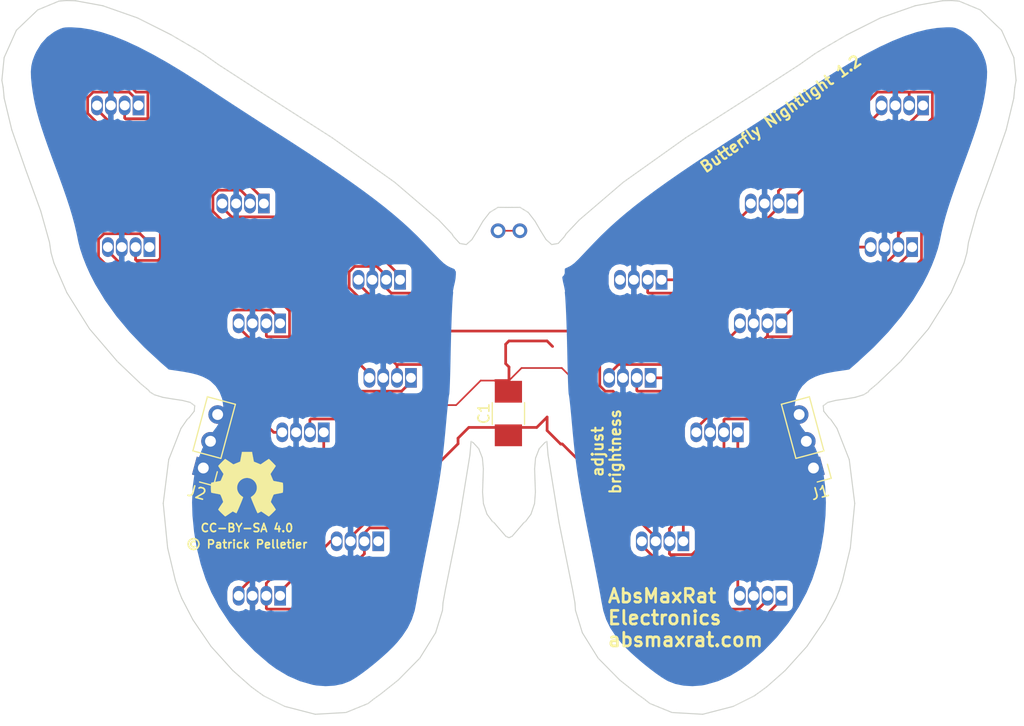
<source format=kicad_pcb>
(kicad_pcb (version 4) (host pcbnew 4.0.7)

  (general
    (links 60)
    (no_connects 7)
    (area 53.462159 73.047739 146.643853 138.651281)
    (thickness 1.6)
    (drawings 187)
    (tracks 241)
    (zones 0)
    (modules 25)
    (nets 23)
  )

  (page USLetter)
  (title_block
    (title "Chainable NeoPixel Butterfly")
    (date 2018-09-02)
    (rev 1.0)
    (company "Patrick Pelletier")
  )

  (layers
    (0 F.Cu signal)
    (31 B.Cu signal)
    (32 B.Adhes user)
    (33 F.Adhes user)
    (34 B.Paste user)
    (35 F.Paste user)
    (36 B.SilkS user)
    (37 F.SilkS user)
    (38 B.Mask user)
    (39 F.Mask user)
    (40 Dwgs.User user)
    (41 Cmts.User user)
    (42 Eco1.User user)
    (43 Eco2.User user)
    (44 Edge.Cuts user)
    (45 Margin user)
    (46 B.CrtYd user)
    (47 F.CrtYd user)
    (48 B.Fab user)
    (49 F.Fab user hide)
  )

  (setup
    (last_trace_width 0.1524)
    (user_trace_width 0.254)
    (user_trace_width 0.508)
    (trace_clearance 0.1524)
    (zone_clearance 0.3048)
    (zone_45_only no)
    (trace_min 0.1524)
    (segment_width 0.2)
    (edge_width 0.15)
    (via_size 0.6)
    (via_drill 0.4)
    (via_min_size 0.4)
    (via_min_drill 0.3)
    (uvia_size 0.3)
    (uvia_drill 0.1)
    (uvias_allowed no)
    (uvia_min_size 0.2)
    (uvia_min_drill 0.1)
    (pcb_text_width 0.3)
    (pcb_text_size 1.5 1.5)
    (mod_edge_width 0.15)
    (mod_text_size 1 1)
    (mod_text_width 0.15)
    (pad_size 1.524 1.524)
    (pad_drill 0.762)
    (pad_to_mask_clearance 0)
    (aux_axis_origin 0 0)
    (visible_elements FFFEF77F)
    (pcbplotparams
      (layerselection 0x010f0_80000001)
      (usegerberextensions true)
      (excludeedgelayer true)
      (linewidth 0.100000)
      (plotframeref false)
      (viasonmask false)
      (mode 1)
      (useauxorigin false)
      (hpglpennumber 1)
      (hpglpenspeed 20)
      (hpglpendiameter 15)
      (hpglpenoverlay 2)
      (psnegative false)
      (psa4output false)
      (plotreference true)
      (plotvalue true)
      (plotinvisibletext false)
      (padsonsilk false)
      (subtractmaskfromsilk false)
      (outputformat 1)
      (mirror false)
      (drillshape 0)
      (scaleselection 1)
      (outputdirectory gerber))
  )

  (net 0 "")
  (net 1 +5V)
  (net 2 GND)
  (net 3 "Net-(D1-Pad1)")
  (net 4 "Net-(D1-Pad4)")
  (net 5 "Net-(D2-Pad1)")
  (net 6 "Net-(D3-Pad1)")
  (net 7 "Net-(D4-Pad1)")
  (net 8 "Net-(D5-Pad1)")
  (net 9 "Net-(D6-Pad1)")
  (net 10 "Net-(D7-Pad1)")
  (net 11 "Net-(D8-Pad1)")
  (net 12 "Net-(D10-Pad4)")
  (net 13 "Net-(D10-Pad1)")
  (net 14 "Net-(D11-Pad1)")
  (net 15 "Net-(D12-Pad1)")
  (net 16 "Net-(D13-Pad1)")
  (net 17 "Net-(D14-Pad1)")
  (net 18 "Net-(D15-Pad1)")
  (net 19 "Net-(D16-Pad1)")
  (net 20 "Net-(D17-Pad1)")
  (net 21 "Net-(D18-Pad1)")
  (net 22 "Net-(J3-Pad1)")

  (net_class Default "This is the default net class."
    (clearance 0.1524)
    (trace_width 0.1524)
    (via_dia 0.6)
    (via_drill 0.4)
    (uvia_dia 0.3)
    (uvia_drill 0.1)
    (add_net +5V)
    (add_net GND)
    (add_net "Net-(D1-Pad1)")
    (add_net "Net-(D1-Pad4)")
    (add_net "Net-(D10-Pad1)")
    (add_net "Net-(D10-Pad4)")
    (add_net "Net-(D11-Pad1)")
    (add_net "Net-(D12-Pad1)")
    (add_net "Net-(D13-Pad1)")
    (add_net "Net-(D14-Pad1)")
    (add_net "Net-(D15-Pad1)")
    (add_net "Net-(D16-Pad1)")
    (add_net "Net-(D17-Pad1)")
    (add_net "Net-(D18-Pad1)")
    (add_net "Net-(D2-Pad1)")
    (add_net "Net-(D3-Pad1)")
    (add_net "Net-(D4-Pad1)")
    (add_net "Net-(D5-Pad1)")
    (add_net "Net-(D6-Pad1)")
    (add_net "Net-(D7-Pad1)")
    (add_net "Net-(D8-Pad1)")
    (add_net "Net-(J3-Pad1)")
  )

  (module myLibrary:copper-on-wing-left locked (layer B.Cu) (tedit 0) (tstamp 5A5E67FF)
    (at 123.553006 105.22564 180)
    (fp_text reference G*** (at 0 0 180) (layer B.SilkS) hide
      (effects (font (thickness 0.3)) (justify mirror))
    )
    (fp_text value LOGO (at 0.75 0 180) (layer B.SilkS) hide
      (effects (font (thickness 0.3)) (justify mirror))
    )
    (fp_poly (pts (xy 0.243292 -10.043312) (xy 0.496536 -10.223195) (xy 0.650435 -10.472043) (xy 0.677333 -10.638463)
      (xy 0.717178 -10.768848) (xy 0.825009 -11.008504) (xy 0.98327 -11.320566) (xy 1.132349 -11.593942)
      (xy 1.332844 -11.964263) (xy 1.511087 -12.317948) (xy 1.643446 -12.606798) (xy 1.69542 -12.742333)
      (xy 1.81494 -12.999922) (xy 2.00442 -13.293804) (xy 2.138223 -13.462) (xy 2.461781 -13.891127)
      (xy 2.738564 -14.37114) (xy 2.921458 -14.816667) (xy 3.018693 -15.015667) (xy 3.180254 -15.248143)
      (xy 3.229387 -15.307165) (xy 3.39747 -15.533697) (xy 3.589175 -15.841419) (xy 3.735947 -16.111498)
      (xy 3.911505 -16.433965) (xy 4.12521 -16.78559) (xy 4.352374 -17.13022) (xy 4.568311 -17.431697)
      (xy 4.748333 -17.653868) (xy 4.858698 -17.755815) (xy 4.952396 -17.856091) (xy 5.111256 -18.072376)
      (xy 5.315626 -18.374116) (xy 5.545855 -18.730755) (xy 5.782292 -19.111739) (xy 6.005286 -19.486515)
      (xy 6.195185 -19.824529) (xy 6.224441 -19.879308) (xy 6.428112 -20.245636) (xy 6.639099 -20.578584)
      (xy 6.882366 -20.910942) (xy 7.182879 -21.275502) (xy 7.565604 -21.705057) (xy 7.843441 -22.005864)
      (xy 8.125883 -22.311485) (xy 8.408227 -22.621156) (xy 8.638574 -22.877864) (xy 8.679389 -22.92416)
      (xy 8.932817 -23.165086) (xy 9.221739 -23.372374) (xy 9.358873 -23.445362) (xy 9.675726 -23.632937)
      (xy 9.849437 -23.868586) (xy 9.905784 -24.188557) (xy 9.906 -24.214667) (xy 9.847969 -24.565443)
      (xy 9.662015 -24.817929) (xy 9.484361 -24.933457) (xy 9.0735 -25.054798) (xy 8.63894 -25.015149)
      (xy 8.208076 -24.819792) (xy 8.031493 -24.679359) (xy 7.768209 -24.435443) (xy 7.442 -24.112891)
      (xy 7.07664 -23.73655) (xy 6.695904 -23.331269) (xy 6.323568 -22.921894) (xy 5.983408 -22.533273)
      (xy 5.736315 -22.236567) (xy 5.361501 -21.737462) (xy 4.995613 -21.190153) (xy 4.704069 -20.695458)
      (xy 4.412346 -20.176328) (xy 4.134923 -19.736873) (xy 3.822524 -19.299827) (xy 3.767666 -19.227152)
      (xy 3.373734 -18.700879) (xy 3.061645 -18.26473) (xy 2.804508 -17.879025) (xy 2.575428 -17.504081)
      (xy 2.442629 -17.272) (xy 2.230998 -16.919833) (xy 1.999258 -16.573428) (xy 1.792809 -16.300122)
      (xy 1.766799 -16.269559) (xy 1.515858 -15.907655) (xy 1.332627 -15.504891) (xy 1.315564 -15.450252)
      (xy 1.094464 -14.960315) (xy 0.761144 -14.50536) (xy 0.510846 -14.173857) (xy 0.292547 -13.814678)
      (xy 0.168565 -13.546667) (xy 0.057988 -13.259858) (xy -0.04623 -13.017161) (xy -0.099105 -12.911667)
      (xy -0.423066 -12.33561) (xy -0.658413 -11.873829) (xy -0.814996 -11.502838) (xy -0.902667 -11.19915)
      (xy -0.931277 -10.939278) (xy -0.931334 -10.927445) (xy -0.88103 -10.503569) (xy -0.725109 -10.204748)
      (xy -0.456059 -10.018019) (xy -0.390231 -9.993713) (xy -0.066546 -9.958212) (xy 0.243292 -10.043312)) (layer B.Mask) (width 0.01))
    (fp_poly (pts (xy 5.207325 15.155226) (xy 5.341491 15.109851) (xy 5.452226 15.060176) (xy 5.54148 14.990797)
      (xy 5.611207 14.886307) (xy 5.663358 14.731301) (xy 5.699887 14.510374) (xy 5.722745 14.208121)
      (xy 5.733885 13.809136) (xy 5.73526 13.298015) (xy 5.728821 12.65935) (xy 5.716521 11.877738)
      (xy 5.705275 11.226074) (xy 5.690949 10.36209) (xy 5.680933 9.650602) (xy 5.675571 9.07482)
      (xy 5.675208 8.61795) (xy 5.680188 8.263204) (xy 5.690856 7.993789) (xy 5.707558 7.792914)
      (xy 5.730636 7.643789) (xy 5.760436 7.529622) (xy 5.782391 7.469152) (xy 5.874328 7.17451)
      (xy 5.949173 6.82349) (xy 5.970316 6.67584) (xy 6.063853 6.038135) (xy 6.187743 5.466624)
      (xy 6.314395 5.05712) (xy 6.377246 4.802844) (xy 6.420772 4.459585) (xy 6.434666 4.148563)
      (xy 6.463469 3.727926) (xy 6.542332 3.217262) (xy 6.659933 2.660749) (xy 6.804952 2.102565)
      (xy 6.966068 1.586885) (xy 7.13196 1.157889) (xy 7.268779 0.893591) (xy 7.414015 0.643661)
      (xy 7.510829 0.43535) (xy 7.535333 0.34093) (xy 7.581608 0.167432) (xy 7.651303 0.040006)
      (xy 7.722131 -0.133624) (xy 7.783953 -0.40762) (xy 7.814183 -0.635) (xy 7.85444 -0.945668)
      (xy 7.924157 -1.287499) (xy 8.030996 -1.687533) (xy 8.182618 -2.172812) (xy 8.386687 -2.770376)
      (xy 8.545867 -3.217333) (xy 8.712286 -3.69952) (xy 8.881631 -4.224) (xy 9.030289 -4.716069)
      (xy 9.107851 -4.995333) (xy 9.219496 -5.389479) (xy 9.339429 -5.7635) (xy 9.448207 -6.058418)
      (xy 9.488435 -6.149809) (xy 9.602868 -6.446565) (xy 9.701103 -6.802202) (xy 9.734049 -6.968919)
      (xy 9.802311 -7.285939) (xy 9.891954 -7.575452) (xy 9.942854 -7.694072) (xy 10.03002 -7.949203)
      (xy 10.076795 -8.253506) (xy 10.079049 -8.314295) (xy 10.114891 -8.644228) (xy 10.197889 -8.976232)
      (xy 10.212648 -9.017) (xy 10.318788 -9.305881) (xy 10.438045 -9.64752) (xy 10.487632 -9.795182)
      (xy 10.594953 -10.074152) (xy 10.70973 -10.303981) (xy 10.767501 -10.387848) (xy 10.889748 -10.559307)
      (xy 11.032067 -10.802391) (xy 11.07528 -10.885331) (xy 11.210347 -11.121384) (xy 11.341979 -11.301208)
      (xy 11.379721 -11.33874) (xy 11.50933 -11.488094) (xy 11.644137 -11.701272) (xy 11.650943 -11.714076)
      (xy 11.790285 -11.979143) (xy 11.938354 -12.260348) (xy 11.946956 -12.276667) (xy 12.081696 -12.504908)
      (xy 12.27327 -12.797302) (xy 12.442905 -13.038667) (xy 12.650884 -13.336547) (xy 12.843941 -13.634378)
      (xy 12.956391 -13.825144) (xy 13.100369 -14.03416) (xy 13.328774 -14.304956) (xy 13.598731 -14.587651)
      (xy 13.675283 -14.661535) (xy 13.990391 -14.982012) (xy 14.182685 -15.236301) (xy 14.271472 -15.450272)
      (xy 14.274227 -15.463968) (xy 14.272116 -15.843831) (xy 14.132275 -16.16438) (xy 13.879175 -16.394966)
      (xy 13.537283 -16.504942) (xy 13.439119 -16.51) (xy 13.255138 -16.481347) (xy 13.046278 -16.382108)
      (xy 12.77652 -16.192356) (xy 12.580393 -16.034981) (xy 12.282333 -15.765871) (xy 12.009245 -15.478961)
      (xy 11.810854 -15.227432) (xy 11.780753 -15.179726) (xy 11.632788 -14.946329) (xy 11.416933 -14.628062)
      (xy 11.167599 -14.274993) (xy 11.016219 -14.067244) (xy 10.772922 -13.724111) (xy 10.553931 -13.390707)
      (xy 10.389367 -13.114124) (xy 10.326796 -12.989323) (xy 10.176755 -12.706938) (xy 9.994774 -12.448179)
      (xy 9.95741 -12.40546) (xy 9.81448 -12.232949) (xy 9.739805 -12.107123) (xy 9.736666 -12.090903)
      (xy 9.693326 -11.985988) (xy 9.579736 -11.784554) (xy 9.421486 -11.531766) (xy 9.185438 -11.10813)
      (xy 8.950709 -10.579174) (xy 8.741603 -10.007342) (xy 8.582424 -9.45508) (xy 8.541605 -9.271)
      (xy 8.407681 -8.657619) (xy 8.251595 -8.034412) (xy 8.086673 -7.449569) (xy 7.926245 -6.95128)
      (xy 7.827424 -6.688667) (xy 7.714096 -6.377639) (xy 7.588575 -5.978578) (xy 7.474923 -5.568854)
      (xy 7.457095 -5.49796) (xy 7.349296 -5.099611) (xy 7.204433 -4.616496) (xy 7.045121 -4.122316)
      (xy 6.95052 -3.84696) (xy 6.711132 -3.166082) (xy 6.524849 -2.624097) (xy 6.385689 -2.201204)
      (xy 6.287673 -1.877606) (xy 6.22482 -1.633503) (xy 6.191152 -1.449095) (xy 6.180688 -1.304584)
      (xy 6.180666 -1.298035) (xy 6.14037 -1.016209) (xy 6.031233 -0.638545) (xy 5.870885 -0.214799)
      (xy 5.676955 0.205276) (xy 5.590805 0.366726) (xy 5.449485 0.680511) (xy 5.297619 1.119541)
      (xy 5.145671 1.641038) (xy 5.004107 2.202221) (xy 4.883391 2.760311) (xy 4.793988 3.272528)
      (xy 4.746362 3.696094) (xy 4.741333 3.839336) (xy 4.720389 4.204028) (xy 4.665541 4.539791)
      (xy 4.61116 4.719652) (xy 4.530367 4.982449) (xy 4.462882 5.322207) (xy 4.43533 5.542433)
      (xy 4.384589 5.88482) (xy 4.294644 6.298827) (xy 4.184577 6.697089) (xy 4.179995 6.711552)
      (xy 4.121111 6.899623) (xy 4.074775 7.067371) (xy 4.039875 7.236906) (xy 4.015299 7.430339)
      (xy 3.999935 7.669778) (xy 3.992672 7.977335) (xy 3.992397 8.375119) (xy 3.997999 8.885241)
      (xy 4.008365 9.52981) (xy 4.016074 9.971219) (xy 4.035966 11.027287) (xy 4.055976 11.92579)
      (xy 4.076689 12.678494) (xy 4.098689 13.297167) (xy 4.122561 13.793575) (xy 4.148889 14.179486)
      (xy 4.178258 14.466666) (xy 4.21125 14.666883) (xy 4.248452 14.791904) (xy 4.256281 14.808593)
      (xy 4.459401 15.035817) (xy 4.755777 15.168194) (xy 5.085961 15.184056) (xy 5.207325 15.155226)) (layer B.Mask) (width 0.01))
    (fp_poly (pts (xy -5.433801 21.815924) (xy -5.173034 21.581845) (xy -5.08991 21.4474) (xy -5.015026 21.174649)
      (xy -4.991106 20.772276) (xy -5.016201 20.271509) (xy -5.088357 19.703579) (xy -5.205626 19.099716)
      (xy -5.247628 18.923) (xy -5.499455 17.907) (xy -5.499924 14.520333) (xy -5.498736 13.607237)
      (xy -5.494543 12.84672) (xy -5.486821 12.222044) (xy -5.475043 11.716475) (xy -5.458684 11.313276)
      (xy -5.437217 10.99571) (xy -5.410116 10.747041) (xy -5.376855 10.550532) (xy -5.374864 10.541032)
      (xy -5.32036 10.188232) (xy -5.278297 9.729977) (xy -5.253668 9.229982) (xy -5.249334 8.938372)
      (xy -5.247189 8.573588) (xy -5.236334 8.270768) (xy -5.210138 7.9967) (xy -5.161967 7.718174)
      (xy -5.085191 7.401976) (xy -4.973178 7.014896) (xy -4.819296 6.523722) (xy -4.681767 6.096)
      (xy -4.572387 5.746355) (xy -4.475929 5.419001) (xy -4.411811 5.180041) (xy -4.408183 5.164667)
      (xy -4.326853 4.859971) (xy -4.212962 4.491938) (xy -4.083215 4.108541) (xy -3.954318 3.757755)
      (xy -3.842976 3.487554) (xy -3.783342 3.370294) (xy -3.632641 3.03715) (xy -3.540852 2.651154)
      (xy -3.52047 2.283885) (xy -3.556745 2.072078) (xy -3.73373 1.768544) (xy -4.000554 1.581826)
      (xy -4.316353 1.521083) (xy -4.640261 1.595474) (xy -4.892389 1.772747) (xy -5.083168 2.018091)
      (xy -5.24524 2.315522) (xy -5.273726 2.386581) (xy -5.575428 3.237341) (xy -5.864858 4.091136)
      (xy -6.12181 4.887484) (xy -6.258377 5.334) (xy -6.45614 5.99943) (xy -6.611489 6.530208)
      (xy -6.729896 6.954102) (xy -6.816831 7.298882) (xy -6.877763 7.592317) (xy -6.918162 7.862177)
      (xy -6.9435 8.136232) (xy -6.959244 8.44225) (xy -6.970866 8.808002) (xy -6.975514 8.974667)
      (xy -6.994289 9.45426) (xy -7.021431 9.896314) (xy -7.053885 10.262726) (xy -7.088595 10.515394)
      (xy -7.10443 10.582775) (xy -7.130574 10.757559) (xy -7.152464 11.098948) (xy -7.170038 11.604266)
      (xy -7.183233 12.270836) (xy -7.191987 13.095982) (xy -7.196239 14.077028) (xy -7.196667 14.548701)
      (xy -7.196667 18.218853) (xy -6.942667 19.232969) (xy -6.838808 19.691223) (xy -6.755892 20.140823)
      (xy -6.703083 20.526874) (xy -6.688667 20.754776) (xy -6.673152 21.06288) (xy -6.633121 21.325562)
      (xy -6.594091 21.4474) (xy -6.366199 21.735257) (xy -6.070265 21.89263) (xy -5.746172 21.919519)
      (xy -5.433801 21.815924)) (layer B.Mask) (width 0.01))
  )

  (module myLibrary:copper-on-wing-right locked (layer B.Cu) (tedit 0) (tstamp 5A5E7480)
    (at 76.553006 105.22564 180)
    (fp_text reference G*** (at 0 0 180) (layer B.SilkS) hide
      (effects (font (thickness 0.3)) (justify mirror))
    )
    (fp_text value LOGO (at 0.75 0 180) (layer B.SilkS) hide
      (effects (font (thickness 0.3)) (justify mirror))
    )
    (fp_poly (pts (xy -0.243292 -10.043312) (xy -0.496536 -10.223195) (xy -0.650435 -10.472043) (xy -0.677333 -10.638463)
      (xy -0.717178 -10.768848) (xy -0.825009 -11.008504) (xy -0.98327 -11.320566) (xy -1.132349 -11.593942)
      (xy -1.332844 -11.964263) (xy -1.511087 -12.317948) (xy -1.643446 -12.606798) (xy -1.69542 -12.742333)
      (xy -1.81494 -12.999922) (xy -2.00442 -13.293804) (xy -2.138223 -13.462) (xy -2.461781 -13.891127)
      (xy -2.738564 -14.37114) (xy -2.921458 -14.816667) (xy -3.018693 -15.015667) (xy -3.180254 -15.248143)
      (xy -3.229387 -15.307165) (xy -3.39747 -15.533697) (xy -3.589175 -15.841419) (xy -3.735947 -16.111498)
      (xy -3.911505 -16.433965) (xy -4.12521 -16.78559) (xy -4.352374 -17.13022) (xy -4.568311 -17.431697)
      (xy -4.748333 -17.653868) (xy -4.858698 -17.755815) (xy -4.952396 -17.856091) (xy -5.111256 -18.072376)
      (xy -5.315626 -18.374116) (xy -5.545855 -18.730755) (xy -5.782292 -19.111739) (xy -6.005286 -19.486515)
      (xy -6.195185 -19.824529) (xy -6.224441 -19.879308) (xy -6.428112 -20.245636) (xy -6.639099 -20.578584)
      (xy -6.882366 -20.910942) (xy -7.182879 -21.275502) (xy -7.565604 -21.705057) (xy -7.843441 -22.005864)
      (xy -8.125883 -22.311485) (xy -8.408227 -22.621156) (xy -8.638574 -22.877864) (xy -8.679389 -22.92416)
      (xy -8.932817 -23.165086) (xy -9.221739 -23.372374) (xy -9.358873 -23.445362) (xy -9.675726 -23.632937)
      (xy -9.849437 -23.868586) (xy -9.905784 -24.188557) (xy -9.906 -24.214667) (xy -9.847969 -24.565443)
      (xy -9.662015 -24.817929) (xy -9.484361 -24.933457) (xy -9.0735 -25.054798) (xy -8.63894 -25.015149)
      (xy -8.208076 -24.819792) (xy -8.031493 -24.679359) (xy -7.768209 -24.435443) (xy -7.442 -24.112891)
      (xy -7.07664 -23.73655) (xy -6.695904 -23.331269) (xy -6.323568 -22.921894) (xy -5.983408 -22.533273)
      (xy -5.736315 -22.236567) (xy -5.361501 -21.737462) (xy -4.995613 -21.190153) (xy -4.704069 -20.695458)
      (xy -4.412346 -20.176328) (xy -4.134923 -19.736873) (xy -3.822524 -19.299827) (xy -3.767666 -19.227152)
      (xy -3.373734 -18.700879) (xy -3.061645 -18.26473) (xy -2.804508 -17.879025) (xy -2.575428 -17.504081)
      (xy -2.442629 -17.272) (xy -2.230998 -16.919833) (xy -1.999258 -16.573428) (xy -1.792809 -16.300122)
      (xy -1.766799 -16.269559) (xy -1.515858 -15.907655) (xy -1.332627 -15.504891) (xy -1.315564 -15.450252)
      (xy -1.094464 -14.960315) (xy -0.761144 -14.50536) (xy -0.510846 -14.173857) (xy -0.292547 -13.814678)
      (xy -0.168565 -13.546667) (xy -0.057988 -13.259858) (xy 0.04623 -13.017161) (xy 0.099105 -12.911667)
      (xy 0.423066 -12.33561) (xy 0.658413 -11.873829) (xy 0.814996 -11.502838) (xy 0.902667 -11.19915)
      (xy 0.931277 -10.939278) (xy 0.931334 -10.927445) (xy 0.88103 -10.503569) (xy 0.725109 -10.204748)
      (xy 0.456059 -10.018019) (xy 0.390231 -9.993713) (xy 0.066546 -9.958212) (xy -0.243292 -10.043312)) (layer B.Mask) (width 0.01))
    (fp_poly (pts (xy -5.207325 15.155226) (xy -5.341491 15.109851) (xy -5.452226 15.060176) (xy -5.54148 14.990797)
      (xy -5.611207 14.886307) (xy -5.663358 14.731301) (xy -5.699887 14.510374) (xy -5.722745 14.208121)
      (xy -5.733885 13.809136) (xy -5.73526 13.298015) (xy -5.728821 12.65935) (xy -5.716521 11.877738)
      (xy -5.705275 11.226074) (xy -5.690949 10.36209) (xy -5.680933 9.650602) (xy -5.675571 9.07482)
      (xy -5.675208 8.61795) (xy -5.680188 8.263204) (xy -5.690856 7.993789) (xy -5.707558 7.792914)
      (xy -5.730636 7.643789) (xy -5.760436 7.529622) (xy -5.782391 7.469152) (xy -5.874328 7.17451)
      (xy -5.949173 6.82349) (xy -5.970316 6.67584) (xy -6.063853 6.038135) (xy -6.187743 5.466624)
      (xy -6.314395 5.05712) (xy -6.377246 4.802844) (xy -6.420772 4.459585) (xy -6.434666 4.148563)
      (xy -6.463469 3.727926) (xy -6.542332 3.217262) (xy -6.659933 2.660749) (xy -6.804952 2.102565)
      (xy -6.966068 1.586885) (xy -7.13196 1.157889) (xy -7.268779 0.893591) (xy -7.414015 0.643661)
      (xy -7.510829 0.43535) (xy -7.535333 0.34093) (xy -7.581608 0.167432) (xy -7.651303 0.040006)
      (xy -7.722131 -0.133624) (xy -7.783953 -0.40762) (xy -7.814183 -0.635) (xy -7.85444 -0.945668)
      (xy -7.924157 -1.287499) (xy -8.030996 -1.687533) (xy -8.182618 -2.172812) (xy -8.386687 -2.770376)
      (xy -8.545867 -3.217333) (xy -8.712286 -3.69952) (xy -8.881631 -4.224) (xy -9.030289 -4.716069)
      (xy -9.107851 -4.995333) (xy -9.219496 -5.389479) (xy -9.339429 -5.7635) (xy -9.448207 -6.058418)
      (xy -9.488435 -6.149809) (xy -9.602868 -6.446565) (xy -9.701103 -6.802202) (xy -9.734049 -6.968919)
      (xy -9.802311 -7.285939) (xy -9.891954 -7.575452) (xy -9.942854 -7.694072) (xy -10.03002 -7.949203)
      (xy -10.076795 -8.253506) (xy -10.079049 -8.314295) (xy -10.114891 -8.644228) (xy -10.197889 -8.976232)
      (xy -10.212648 -9.017) (xy -10.318788 -9.305881) (xy -10.438045 -9.64752) (xy -10.487632 -9.795182)
      (xy -10.594953 -10.074152) (xy -10.70973 -10.303981) (xy -10.767501 -10.387848) (xy -10.889748 -10.559307)
      (xy -11.032067 -10.802391) (xy -11.07528 -10.885331) (xy -11.210347 -11.121384) (xy -11.341979 -11.301208)
      (xy -11.379721 -11.33874) (xy -11.50933 -11.488094) (xy -11.644137 -11.701272) (xy -11.650943 -11.714076)
      (xy -11.790285 -11.979143) (xy -11.938354 -12.260348) (xy -11.946956 -12.276667) (xy -12.081696 -12.504908)
      (xy -12.27327 -12.797302) (xy -12.442905 -13.038667) (xy -12.650884 -13.336547) (xy -12.843941 -13.634378)
      (xy -12.956391 -13.825144) (xy -13.100369 -14.03416) (xy -13.328774 -14.304956) (xy -13.598731 -14.587651)
      (xy -13.675283 -14.661535) (xy -13.990391 -14.982012) (xy -14.182685 -15.236301) (xy -14.271472 -15.450272)
      (xy -14.274227 -15.463968) (xy -14.272116 -15.843831) (xy -14.132275 -16.16438) (xy -13.879175 -16.394966)
      (xy -13.537283 -16.504942) (xy -13.439119 -16.51) (xy -13.255138 -16.481347) (xy -13.046278 -16.382108)
      (xy -12.77652 -16.192356) (xy -12.580393 -16.034981) (xy -12.282333 -15.765871) (xy -12.009245 -15.478961)
      (xy -11.810854 -15.227432) (xy -11.780753 -15.179726) (xy -11.632788 -14.946329) (xy -11.416933 -14.628062)
      (xy -11.167599 -14.274993) (xy -11.016219 -14.067244) (xy -10.772922 -13.724111) (xy -10.553931 -13.390707)
      (xy -10.389367 -13.114124) (xy -10.326796 -12.989323) (xy -10.176755 -12.706938) (xy -9.994774 -12.448179)
      (xy -9.95741 -12.40546) (xy -9.81448 -12.232949) (xy -9.739805 -12.107123) (xy -9.736666 -12.090903)
      (xy -9.693326 -11.985988) (xy -9.579736 -11.784554) (xy -9.421486 -11.531766) (xy -9.185438 -11.10813)
      (xy -8.950709 -10.579174) (xy -8.741603 -10.007342) (xy -8.582424 -9.45508) (xy -8.541605 -9.271)
      (xy -8.407681 -8.657619) (xy -8.251595 -8.034412) (xy -8.086673 -7.449569) (xy -7.926245 -6.95128)
      (xy -7.827424 -6.688667) (xy -7.714096 -6.377639) (xy -7.588575 -5.978578) (xy -7.474923 -5.568854)
      (xy -7.457095 -5.49796) (xy -7.349296 -5.099611) (xy -7.204433 -4.616496) (xy -7.045121 -4.122316)
      (xy -6.95052 -3.84696) (xy -6.711132 -3.166082) (xy -6.524849 -2.624097) (xy -6.385689 -2.201204)
      (xy -6.287673 -1.877606) (xy -6.22482 -1.633503) (xy -6.191152 -1.449095) (xy -6.180688 -1.304584)
      (xy -6.180666 -1.298035) (xy -6.14037 -1.016209) (xy -6.031233 -0.638545) (xy -5.870885 -0.214799)
      (xy -5.676955 0.205276) (xy -5.590805 0.366726) (xy -5.449485 0.680511) (xy -5.297619 1.119541)
      (xy -5.145671 1.641038) (xy -5.004107 2.202221) (xy -4.883391 2.760311) (xy -4.793988 3.272528)
      (xy -4.746362 3.696094) (xy -4.741333 3.839336) (xy -4.720389 4.204028) (xy -4.665541 4.539791)
      (xy -4.61116 4.719652) (xy -4.530367 4.982449) (xy -4.462882 5.322207) (xy -4.43533 5.542433)
      (xy -4.384589 5.88482) (xy -4.294644 6.298827) (xy -4.184577 6.697089) (xy -4.179995 6.711552)
      (xy -4.121111 6.899623) (xy -4.074775 7.067371) (xy -4.039875 7.236906) (xy -4.015299 7.430339)
      (xy -3.999935 7.669778) (xy -3.992672 7.977335) (xy -3.992397 8.375119) (xy -3.997999 8.885241)
      (xy -4.008365 9.52981) (xy -4.016074 9.971219) (xy -4.035966 11.027287) (xy -4.055976 11.92579)
      (xy -4.076689 12.678494) (xy -4.098689 13.297167) (xy -4.122561 13.793575) (xy -4.148889 14.179486)
      (xy -4.178258 14.466666) (xy -4.21125 14.666883) (xy -4.248452 14.791904) (xy -4.256281 14.808593)
      (xy -4.459401 15.035817) (xy -4.755777 15.168194) (xy -5.085961 15.184056) (xy -5.207325 15.155226)) (layer B.Mask) (width 0.01))
    (fp_poly (pts (xy 5.433801 21.815924) (xy 5.173034 21.581845) (xy 5.08991 21.4474) (xy 5.015026 21.174649)
      (xy 4.991106 20.772276) (xy 5.016201 20.271509) (xy 5.088357 19.703579) (xy 5.205626 19.099716)
      (xy 5.247628 18.923) (xy 5.499455 17.907) (xy 5.499924 14.520333) (xy 5.498736 13.607237)
      (xy 5.494543 12.84672) (xy 5.486821 12.222044) (xy 5.475043 11.716475) (xy 5.458684 11.313276)
      (xy 5.437217 10.99571) (xy 5.410116 10.747041) (xy 5.376855 10.550532) (xy 5.374864 10.541032)
      (xy 5.32036 10.188232) (xy 5.278297 9.729977) (xy 5.253668 9.229982) (xy 5.249334 8.938372)
      (xy 5.247189 8.573588) (xy 5.236334 8.270768) (xy 5.210138 7.9967) (xy 5.161967 7.718174)
      (xy 5.085191 7.401976) (xy 4.973178 7.014896) (xy 4.819296 6.523722) (xy 4.681767 6.096)
      (xy 4.572387 5.746355) (xy 4.475929 5.419001) (xy 4.411811 5.180041) (xy 4.408183 5.164667)
      (xy 4.326853 4.859971) (xy 4.212962 4.491938) (xy 4.083215 4.108541) (xy 3.954318 3.757755)
      (xy 3.842976 3.487554) (xy 3.783342 3.370294) (xy 3.632641 3.03715) (xy 3.540852 2.651154)
      (xy 3.52047 2.283885) (xy 3.556745 2.072078) (xy 3.73373 1.768544) (xy 4.000554 1.581826)
      (xy 4.316353 1.521083) (xy 4.640261 1.595474) (xy 4.892389 1.772747) (xy 5.083168 2.018091)
      (xy 5.24524 2.315522) (xy 5.273726 2.386581) (xy 5.575428 3.237341) (xy 5.864858 4.091136)
      (xy 6.12181 4.887484) (xy 6.258377 5.334) (xy 6.45614 5.99943) (xy 6.611489 6.530208)
      (xy 6.729896 6.954102) (xy 6.816831 7.298882) (xy 6.877763 7.592317) (xy 6.918162 7.862177)
      (xy 6.9435 8.136232) (xy 6.959244 8.44225) (xy 6.970866 8.808002) (xy 6.975514 8.974667)
      (xy 6.994289 9.45426) (xy 7.021431 9.896314) (xy 7.053885 10.262726) (xy 7.088595 10.515394)
      (xy 7.10443 10.582775) (xy 7.130574 10.757559) (xy 7.152464 11.098948) (xy 7.170038 11.604266)
      (xy 7.183233 12.270836) (xy 7.191987 13.095982) (xy 7.196239 14.077028) (xy 7.196667 14.548701)
      (xy 7.196667 18.218853) (xy 6.942667 19.232969) (xy 6.838808 19.691223) (xy 6.755892 20.140823)
      (xy 6.703083 20.526874) (xy 6.688667 20.754776) (xy 6.673152 21.06288) (xy 6.633121 21.325562)
      (xy 6.594091 21.4474) (xy 6.366199 21.735257) (xy 6.070265 21.89263) (xy 5.746172 21.919519)
      (xy 5.433801 21.815924)) (layer B.Mask) (width 0.01))
  )

  (module myLibrary:LED_D5.0mm-4 (layer B.Cu) (tedit 5A5FA67A) (tstamp 5A5FAAEA)
    (at 114.053006 98.72564 180)
    (descr "LED, diameter 5.0mm, 2 pins, diameter 5.0mm, 3 pins, diameter 5.0mm, 4 pins, http://www.kingbright.com/attachments/file/psearch/000/00/00/L-154A4SUREQBFZGEW(Ver.9A).pdf")
    (tags "LED diameter 5.0mm 2 pins diameter 5.0mm 3 pins diameter 5.0mm 4 pins")
    (path /5A5E7EC4)
    (fp_text reference D1 (at 1.905 3.96 180) (layer B.SilkS) hide
      (effects (font (size 1 1) (thickness 0.15)) (justify mirror))
    )
    (fp_text value Neopixel_THT (at 1.905 -3.96 180) (layer B.Fab)
      (effects (font (size 1 1) (thickness 0.15)) (justify mirror))
    )
    (fp_arc (start 1.905 0) (end -0.595 1.469694) (angle -299.1) (layer B.Fab) (width 0.1))
    (fp_circle (center 1.905 0) (end 4.405 0) (layer B.Fab) (width 0.1))
    (fp_line (start -0.595 1.469694) (end -0.595 -1.469694) (layer B.Fab) (width 0.1))
    (fp_line (start -1.35 3.25) (end -1.35 -3.25) (layer B.CrtYd) (width 0.05))
    (fp_line (start -1.35 -3.25) (end 5.15 -3.25) (layer B.CrtYd) (width 0.05))
    (fp_line (start 5.15 -3.25) (end 5.15 3.25) (layer B.CrtYd) (width 0.05))
    (fp_line (start 5.15 3.25) (end -1.35 3.25) (layer B.CrtYd) (width 0.05))
    (pad 1 thru_hole rect (at 0 0 180) (size 1.07 1.8) (drill 0.9) (layers *.Cu *.Mask)
      (net 3 "Net-(D1-Pad1)"))
    (pad 2 thru_hole oval (at 1.27 0 180) (size 1.07 1.8) (drill 0.9) (layers *.Cu *.Mask)
      (net 2 GND))
    (pad 3 thru_hole oval (at 2.54 0 180) (size 1.07 1.8) (drill 0.9) (layers *.Cu *.Mask)
      (net 1 +5V))
    (pad 4 thru_hole oval (at 3.81 0 180) (size 1.07 1.8) (drill 0.9) (layers *.Cu *.Mask)
      (net 4 "Net-(D1-Pad4)"))
    (model ${KISYS3DMOD}/LEDs.3dshapes/LED_D5.0mm-4.wrl
      (at (xyz 0 0 0))
      (scale (xyz 0.393701 0.393701 0.393701))
      (rotate (xyz 0 0 0))
    )
  )

  (module myLibrary:LED_D5.0mm-4 (layer B.Cu) (tedit 5A5FA67A) (tstamp 5A5FAAF8)
    (at 126.053006 91.72564 180)
    (descr "LED, diameter 5.0mm, 2 pins, diameter 5.0mm, 3 pins, diameter 5.0mm, 4 pins, http://www.kingbright.com/attachments/file/psearch/000/00/00/L-154A4SUREQBFZGEW(Ver.9A).pdf")
    (tags "LED diameter 5.0mm 2 pins diameter 5.0mm 3 pins diameter 5.0mm 4 pins")
    (path /5A5E7F64)
    (fp_text reference D2 (at 1.905 3.96 180) (layer B.SilkS) hide
      (effects (font (size 1 1) (thickness 0.15)) (justify mirror))
    )
    (fp_text value Neopixel_THT (at 1.905 -3.96 180) (layer B.Fab)
      (effects (font (size 1 1) (thickness 0.15)) (justify mirror))
    )
    (fp_arc (start 1.905 0) (end -0.595 1.469694) (angle -299.1) (layer B.Fab) (width 0.1))
    (fp_circle (center 1.905 0) (end 4.405 0) (layer B.Fab) (width 0.1))
    (fp_line (start -0.595 1.469694) (end -0.595 -1.469694) (layer B.Fab) (width 0.1))
    (fp_line (start -1.35 3.25) (end -1.35 -3.25) (layer B.CrtYd) (width 0.05))
    (fp_line (start -1.35 -3.25) (end 5.15 -3.25) (layer B.CrtYd) (width 0.05))
    (fp_line (start 5.15 -3.25) (end 5.15 3.25) (layer B.CrtYd) (width 0.05))
    (fp_line (start 5.15 3.25) (end -1.35 3.25) (layer B.CrtYd) (width 0.05))
    (pad 1 thru_hole rect (at 0 0 180) (size 1.07 1.8) (drill 0.9) (layers *.Cu *.Mask)
      (net 5 "Net-(D2-Pad1)"))
    (pad 2 thru_hole oval (at 1.27 0 180) (size 1.07 1.8) (drill 0.9) (layers *.Cu *.Mask)
      (net 2 GND))
    (pad 3 thru_hole oval (at 2.54 0 180) (size 1.07 1.8) (drill 0.9) (layers *.Cu *.Mask)
      (net 1 +5V))
    (pad 4 thru_hole oval (at 3.81 0 180) (size 1.07 1.8) (drill 0.9) (layers *.Cu *.Mask)
      (net 3 "Net-(D1-Pad1)"))
    (model ${KISYS3DMOD}/LEDs.3dshapes/LED_D5.0mm-4.wrl
      (at (xyz 0 0 0))
      (scale (xyz 0.393701 0.393701 0.393701))
      (rotate (xyz 0 0 0))
    )
  )

  (module myLibrary:LED_D5.0mm-4 (layer B.Cu) (tedit 5A5FA67A) (tstamp 5A5FAB06)
    (at 138.053006 82.72564 180)
    (descr "LED, diameter 5.0mm, 2 pins, diameter 5.0mm, 3 pins, diameter 5.0mm, 4 pins, http://www.kingbright.com/attachments/file/psearch/000/00/00/L-154A4SUREQBFZGEW(Ver.9A).pdf")
    (tags "LED diameter 5.0mm 2 pins diameter 5.0mm 3 pins diameter 5.0mm 4 pins")
    (path /5A5E7F8C)
    (fp_text reference D3 (at 1.905 3.96 180) (layer B.SilkS) hide
      (effects (font (size 1 1) (thickness 0.15)) (justify mirror))
    )
    (fp_text value Neopixel_THT (at 1.905 -3.96 180) (layer B.Fab)
      (effects (font (size 1 1) (thickness 0.15)) (justify mirror))
    )
    (fp_arc (start 1.905 0) (end -0.595 1.469694) (angle -299.1) (layer B.Fab) (width 0.1))
    (fp_circle (center 1.905 0) (end 4.405 0) (layer B.Fab) (width 0.1))
    (fp_line (start -0.595 1.469694) (end -0.595 -1.469694) (layer B.Fab) (width 0.1))
    (fp_line (start -1.35 3.25) (end -1.35 -3.25) (layer B.CrtYd) (width 0.05))
    (fp_line (start -1.35 -3.25) (end 5.15 -3.25) (layer B.CrtYd) (width 0.05))
    (fp_line (start 5.15 -3.25) (end 5.15 3.25) (layer B.CrtYd) (width 0.05))
    (fp_line (start 5.15 3.25) (end -1.35 3.25) (layer B.CrtYd) (width 0.05))
    (pad 1 thru_hole rect (at 0 0 180) (size 1.07 1.8) (drill 0.9) (layers *.Cu *.Mask)
      (net 6 "Net-(D3-Pad1)"))
    (pad 2 thru_hole oval (at 1.27 0 180) (size 1.07 1.8) (drill 0.9) (layers *.Cu *.Mask)
      (net 2 GND))
    (pad 3 thru_hole oval (at 2.54 0 180) (size 1.07 1.8) (drill 0.9) (layers *.Cu *.Mask)
      (net 1 +5V))
    (pad 4 thru_hole oval (at 3.81 0 180) (size 1.07 1.8) (drill 0.9) (layers *.Cu *.Mask)
      (net 5 "Net-(D2-Pad1)"))
    (model ${KISYS3DMOD}/LEDs.3dshapes/LED_D5.0mm-4.wrl
      (at (xyz 0 0 0))
      (scale (xyz 0.393701 0.393701 0.393701))
      (rotate (xyz 0 0 0))
    )
  )

  (module myLibrary:LED_D5.0mm-4 (layer B.Cu) (tedit 5A5FA67A) (tstamp 5A5FAB14)
    (at 113.053006 107.72564 180)
    (descr "LED, diameter 5.0mm, 2 pins, diameter 5.0mm, 3 pins, diameter 5.0mm, 4 pins, http://www.kingbright.com/attachments/file/psearch/000/00/00/L-154A4SUREQBFZGEW(Ver.9A).pdf")
    (tags "LED diameter 5.0mm 2 pins diameter 5.0mm 3 pins diameter 5.0mm 4 pins")
    (path /5A5E7FB8)
    (fp_text reference D4 (at 1.905 3.96 180) (layer B.SilkS) hide
      (effects (font (size 1 1) (thickness 0.15)) (justify mirror))
    )
    (fp_text value Neopixel_THT (at 1.905 -3.96 180) (layer B.Fab)
      (effects (font (size 1 1) (thickness 0.15)) (justify mirror))
    )
    (fp_arc (start 1.905 0) (end -0.595 1.469694) (angle -299.1) (layer B.Fab) (width 0.1))
    (fp_circle (center 1.905 0) (end 4.405 0) (layer B.Fab) (width 0.1))
    (fp_line (start -0.595 1.469694) (end -0.595 -1.469694) (layer B.Fab) (width 0.1))
    (fp_line (start -1.35 3.25) (end -1.35 -3.25) (layer B.CrtYd) (width 0.05))
    (fp_line (start -1.35 -3.25) (end 5.15 -3.25) (layer B.CrtYd) (width 0.05))
    (fp_line (start 5.15 -3.25) (end 5.15 3.25) (layer B.CrtYd) (width 0.05))
    (fp_line (start 5.15 3.25) (end -1.35 3.25) (layer B.CrtYd) (width 0.05))
    (pad 1 thru_hole rect (at 0 0 180) (size 1.07 1.8) (drill 0.9) (layers *.Cu *.Mask)
      (net 7 "Net-(D4-Pad1)"))
    (pad 2 thru_hole oval (at 1.27 0 180) (size 1.07 1.8) (drill 0.9) (layers *.Cu *.Mask)
      (net 2 GND))
    (pad 3 thru_hole oval (at 2.54 0 180) (size 1.07 1.8) (drill 0.9) (layers *.Cu *.Mask)
      (net 1 +5V))
    (pad 4 thru_hole oval (at 3.81 0 180) (size 1.07 1.8) (drill 0.9) (layers *.Cu *.Mask)
      (net 6 "Net-(D3-Pad1)"))
    (model ${KISYS3DMOD}/LEDs.3dshapes/LED_D5.0mm-4.wrl
      (at (xyz 0 0 0))
      (scale (xyz 0.393701 0.393701 0.393701))
      (rotate (xyz 0 0 0))
    )
  )

  (module myLibrary:LED_D5.0mm-4 (layer B.Cu) (tedit 5A5FA67A) (tstamp 5A5FAB22)
    (at 125.053006 102.72564 180)
    (descr "LED, diameter 5.0mm, 2 pins, diameter 5.0mm, 3 pins, diameter 5.0mm, 4 pins, http://www.kingbright.com/attachments/file/psearch/000/00/00/L-154A4SUREQBFZGEW(Ver.9A).pdf")
    (tags "LED diameter 5.0mm 2 pins diameter 5.0mm 3 pins diameter 5.0mm 4 pins")
    (path /5A5E7FED)
    (fp_text reference D5 (at 1.905 3.96 180) (layer B.SilkS) hide
      (effects (font (size 1 1) (thickness 0.15)) (justify mirror))
    )
    (fp_text value Neopixel_THT (at 1.905 -3.96 180) (layer B.Fab)
      (effects (font (size 1 1) (thickness 0.15)) (justify mirror))
    )
    (fp_arc (start 1.905 0) (end -0.595 1.469694) (angle -299.1) (layer B.Fab) (width 0.1))
    (fp_circle (center 1.905 0) (end 4.405 0) (layer B.Fab) (width 0.1))
    (fp_line (start -0.595 1.469694) (end -0.595 -1.469694) (layer B.Fab) (width 0.1))
    (fp_line (start -1.35 3.25) (end -1.35 -3.25) (layer B.CrtYd) (width 0.05))
    (fp_line (start -1.35 -3.25) (end 5.15 -3.25) (layer B.CrtYd) (width 0.05))
    (fp_line (start 5.15 -3.25) (end 5.15 3.25) (layer B.CrtYd) (width 0.05))
    (fp_line (start 5.15 3.25) (end -1.35 3.25) (layer B.CrtYd) (width 0.05))
    (pad 1 thru_hole rect (at 0 0 180) (size 1.07 1.8) (drill 0.9) (layers *.Cu *.Mask)
      (net 8 "Net-(D5-Pad1)"))
    (pad 2 thru_hole oval (at 1.27 0 180) (size 1.07 1.8) (drill 0.9) (layers *.Cu *.Mask)
      (net 2 GND))
    (pad 3 thru_hole oval (at 2.54 0 180) (size 1.07 1.8) (drill 0.9) (layers *.Cu *.Mask)
      (net 1 +5V))
    (pad 4 thru_hole oval (at 3.81 0 180) (size 1.07 1.8) (drill 0.9) (layers *.Cu *.Mask)
      (net 7 "Net-(D4-Pad1)"))
    (model ${KISYS3DMOD}/LEDs.3dshapes/LED_D5.0mm-4.wrl
      (at (xyz 0 0 0))
      (scale (xyz 0.393701 0.393701 0.393701))
      (rotate (xyz 0 0 0))
    )
  )

  (module myLibrary:LED_D5.0mm-4 (layer B.Cu) (tedit 5A5FA67A) (tstamp 5A5FAB30)
    (at 137.053006 95.72564 180)
    (descr "LED, diameter 5.0mm, 2 pins, diameter 5.0mm, 3 pins, diameter 5.0mm, 4 pins, http://www.kingbright.com/attachments/file/psearch/000/00/00/L-154A4SUREQBFZGEW(Ver.9A).pdf")
    (tags "LED diameter 5.0mm 2 pins diameter 5.0mm 3 pins diameter 5.0mm 4 pins")
    (path /5A5E8020)
    (fp_text reference D6 (at 1.905 3.96 180) (layer B.SilkS) hide
      (effects (font (size 1 1) (thickness 0.15)) (justify mirror))
    )
    (fp_text value Neopixel_THT (at 1.905 -3.96 180) (layer B.Fab)
      (effects (font (size 1 1) (thickness 0.15)) (justify mirror))
    )
    (fp_arc (start 1.905 0) (end -0.595 1.469694) (angle -299.1) (layer B.Fab) (width 0.1))
    (fp_circle (center 1.905 0) (end 4.405 0) (layer B.Fab) (width 0.1))
    (fp_line (start -0.595 1.469694) (end -0.595 -1.469694) (layer B.Fab) (width 0.1))
    (fp_line (start -1.35 3.25) (end -1.35 -3.25) (layer B.CrtYd) (width 0.05))
    (fp_line (start -1.35 -3.25) (end 5.15 -3.25) (layer B.CrtYd) (width 0.05))
    (fp_line (start 5.15 -3.25) (end 5.15 3.25) (layer B.CrtYd) (width 0.05))
    (fp_line (start 5.15 3.25) (end -1.35 3.25) (layer B.CrtYd) (width 0.05))
    (pad 1 thru_hole rect (at 0 0 180) (size 1.07 1.8) (drill 0.9) (layers *.Cu *.Mask)
      (net 9 "Net-(D6-Pad1)"))
    (pad 2 thru_hole oval (at 1.27 0 180) (size 1.07 1.8) (drill 0.9) (layers *.Cu *.Mask)
      (net 2 GND))
    (pad 3 thru_hole oval (at 2.54 0 180) (size 1.07 1.8) (drill 0.9) (layers *.Cu *.Mask)
      (net 1 +5V))
    (pad 4 thru_hole oval (at 3.81 0 180) (size 1.07 1.8) (drill 0.9) (layers *.Cu *.Mask)
      (net 8 "Net-(D5-Pad1)"))
    (model ${KISYS3DMOD}/LEDs.3dshapes/LED_D5.0mm-4.wrl
      (at (xyz 0 0 0))
      (scale (xyz 0.393701 0.393701 0.393701))
      (rotate (xyz 0 0 0))
    )
  )

  (module myLibrary:LED_D5.0mm-4 (layer B.Cu) (tedit 5A5FA67A) (tstamp 5A5FAB3E)
    (at 121.053006 112.72564 180)
    (descr "LED, diameter 5.0mm, 2 pins, diameter 5.0mm, 3 pins, diameter 5.0mm, 4 pins, http://www.kingbright.com/attachments/file/psearch/000/00/00/L-154A4SUREQBFZGEW(Ver.9A).pdf")
    (tags "LED diameter 5.0mm 2 pins diameter 5.0mm 3 pins diameter 5.0mm 4 pins")
    (path /5A5E81AE)
    (fp_text reference D7 (at 1.905 3.96 180) (layer B.SilkS) hide
      (effects (font (size 1 1) (thickness 0.15)) (justify mirror))
    )
    (fp_text value Neopixel_THT (at 1.905 -3.96 180) (layer B.Fab)
      (effects (font (size 1 1) (thickness 0.15)) (justify mirror))
    )
    (fp_arc (start 1.905 0) (end -0.595 1.469694) (angle -299.1) (layer B.Fab) (width 0.1))
    (fp_circle (center 1.905 0) (end 4.405 0) (layer B.Fab) (width 0.1))
    (fp_line (start -0.595 1.469694) (end -0.595 -1.469694) (layer B.Fab) (width 0.1))
    (fp_line (start -1.35 3.25) (end -1.35 -3.25) (layer B.CrtYd) (width 0.05))
    (fp_line (start -1.35 -3.25) (end 5.15 -3.25) (layer B.CrtYd) (width 0.05))
    (fp_line (start 5.15 -3.25) (end 5.15 3.25) (layer B.CrtYd) (width 0.05))
    (fp_line (start 5.15 3.25) (end -1.35 3.25) (layer B.CrtYd) (width 0.05))
    (pad 1 thru_hole rect (at 0 0 180) (size 1.07 1.8) (drill 0.9) (layers *.Cu *.Mask)
      (net 10 "Net-(D7-Pad1)"))
    (pad 2 thru_hole oval (at 1.27 0 180) (size 1.07 1.8) (drill 0.9) (layers *.Cu *.Mask)
      (net 2 GND))
    (pad 3 thru_hole oval (at 2.54 0 180) (size 1.07 1.8) (drill 0.9) (layers *.Cu *.Mask)
      (net 1 +5V))
    (pad 4 thru_hole oval (at 3.81 0 180) (size 1.07 1.8) (drill 0.9) (layers *.Cu *.Mask)
      (net 9 "Net-(D6-Pad1)"))
    (model ${KISYS3DMOD}/LEDs.3dshapes/LED_D5.0mm-4.wrl
      (at (xyz 0 0 0))
      (scale (xyz 0.393701 0.393701 0.393701))
      (rotate (xyz 0 0 0))
    )
  )

  (module myLibrary:LED_D5.0mm-4 (layer B.Cu) (tedit 5A5FA67A) (tstamp 5A5FAB4C)
    (at 125.053006 127.72564 180)
    (descr "LED, diameter 5.0mm, 2 pins, diameter 5.0mm, 3 pins, diameter 5.0mm, 4 pins, http://www.kingbright.com/attachments/file/psearch/000/00/00/L-154A4SUREQBFZGEW(Ver.9A).pdf")
    (tags "LED diameter 5.0mm 2 pins diameter 5.0mm 3 pins diameter 5.0mm 4 pins")
    (path /5A5E81E6)
    (fp_text reference D8 (at 1.905 3.96 180) (layer B.SilkS) hide
      (effects (font (size 1 1) (thickness 0.15)) (justify mirror))
    )
    (fp_text value Neopixel_THT (at 1.905 -3.96 180) (layer B.Fab)
      (effects (font (size 1 1) (thickness 0.15)) (justify mirror))
    )
    (fp_arc (start 1.905 0) (end -0.595 1.469694) (angle -299.1) (layer B.Fab) (width 0.1))
    (fp_circle (center 1.905 0) (end 4.405 0) (layer B.Fab) (width 0.1))
    (fp_line (start -0.595 1.469694) (end -0.595 -1.469694) (layer B.Fab) (width 0.1))
    (fp_line (start -1.35 3.25) (end -1.35 -3.25) (layer B.CrtYd) (width 0.05))
    (fp_line (start -1.35 -3.25) (end 5.15 -3.25) (layer B.CrtYd) (width 0.05))
    (fp_line (start 5.15 -3.25) (end 5.15 3.25) (layer B.CrtYd) (width 0.05))
    (fp_line (start 5.15 3.25) (end -1.35 3.25) (layer B.CrtYd) (width 0.05))
    (pad 1 thru_hole rect (at 0 0 180) (size 1.07 1.8) (drill 0.9) (layers *.Cu *.Mask)
      (net 11 "Net-(D8-Pad1)"))
    (pad 2 thru_hole oval (at 1.27 0 180) (size 1.07 1.8) (drill 0.9) (layers *.Cu *.Mask)
      (net 2 GND))
    (pad 3 thru_hole oval (at 2.54 0 180) (size 1.07 1.8) (drill 0.9) (layers *.Cu *.Mask)
      (net 1 +5V))
    (pad 4 thru_hole oval (at 3.81 0 180) (size 1.07 1.8) (drill 0.9) (layers *.Cu *.Mask)
      (net 10 "Net-(D7-Pad1)"))
    (model ${KISYS3DMOD}/LEDs.3dshapes/LED_D5.0mm-4.wrl
      (at (xyz 0 0 0))
      (scale (xyz 0.393701 0.393701 0.393701))
      (rotate (xyz 0 0 0))
    )
  )

  (module myLibrary:LED_D5.0mm-4 (layer B.Cu) (tedit 5A5FA67A) (tstamp 5A5FAB5A)
    (at 116.053006 122.72564 180)
    (descr "LED, diameter 5.0mm, 2 pins, diameter 5.0mm, 3 pins, diameter 5.0mm, 4 pins, http://www.kingbright.com/attachments/file/psearch/000/00/00/L-154A4SUREQBFZGEW(Ver.9A).pdf")
    (tags "LED diameter 5.0mm 2 pins diameter 5.0mm 3 pins diameter 5.0mm 4 pins")
    (path /5A5E8A06)
    (fp_text reference D9 (at 1.905 3.96 180) (layer B.SilkS) hide
      (effects (font (size 1 1) (thickness 0.15)) (justify mirror))
    )
    (fp_text value Neopixel_THT (at 1.905 -3.96 180) (layer B.Fab)
      (effects (font (size 1 1) (thickness 0.15)) (justify mirror))
    )
    (fp_arc (start 1.905 0) (end -0.595 1.469694) (angle -299.1) (layer B.Fab) (width 0.1))
    (fp_circle (center 1.905 0) (end 4.405 0) (layer B.Fab) (width 0.1))
    (fp_line (start -0.595 1.469694) (end -0.595 -1.469694) (layer B.Fab) (width 0.1))
    (fp_line (start -1.35 3.25) (end -1.35 -3.25) (layer B.CrtYd) (width 0.05))
    (fp_line (start -1.35 -3.25) (end 5.15 -3.25) (layer B.CrtYd) (width 0.05))
    (fp_line (start 5.15 -3.25) (end 5.15 3.25) (layer B.CrtYd) (width 0.05))
    (fp_line (start 5.15 3.25) (end -1.35 3.25) (layer B.CrtYd) (width 0.05))
    (pad 1 thru_hole rect (at 0 0 180) (size 1.07 1.8) (drill 0.9) (layers *.Cu *.Mask)
      (net 12 "Net-(D10-Pad4)"))
    (pad 2 thru_hole oval (at 1.27 0 180) (size 1.07 1.8) (drill 0.9) (layers *.Cu *.Mask)
      (net 2 GND))
    (pad 3 thru_hole oval (at 2.54 0 180) (size 1.07 1.8) (drill 0.9) (layers *.Cu *.Mask)
      (net 1 +5V))
    (pad 4 thru_hole oval (at 3.81 0 180) (size 1.07 1.8) (drill 0.9) (layers *.Cu *.Mask)
      (net 11 "Net-(D8-Pad1)"))
    (model ${KISYS3DMOD}/LEDs.3dshapes/LED_D5.0mm-4.wrl
      (at (xyz 0 0 0))
      (scale (xyz 0.393701 0.393701 0.393701))
      (rotate (xyz 0 0 0))
    )
  )

  (module myLibrary:LED_D5.0mm-4 (layer B.Cu) (tedit 5A5FA67A) (tstamp 5A5FAB68)
    (at 90.053006 98.72564 180)
    (descr "LED, diameter 5.0mm, 2 pins, diameter 5.0mm, 3 pins, diameter 5.0mm, 4 pins, http://www.kingbright.com/attachments/file/psearch/000/00/00/L-154A4SUREQBFZGEW(Ver.9A).pdf")
    (tags "LED diameter 5.0mm 2 pins diameter 5.0mm 3 pins diameter 5.0mm 4 pins")
    (path /5A5E8A0C)
    (fp_text reference D10 (at 1.905 3.96 180) (layer B.SilkS) hide
      (effects (font (size 1 1) (thickness 0.15)) (justify mirror))
    )
    (fp_text value Neopixel_THT (at 1.905 -3.96 180) (layer B.Fab)
      (effects (font (size 1 1) (thickness 0.15)) (justify mirror))
    )
    (fp_arc (start 1.905 0) (end -0.595 1.469694) (angle -299.1) (layer B.Fab) (width 0.1))
    (fp_circle (center 1.905 0) (end 4.405 0) (layer B.Fab) (width 0.1))
    (fp_line (start -0.595 1.469694) (end -0.595 -1.469694) (layer B.Fab) (width 0.1))
    (fp_line (start -1.35 3.25) (end -1.35 -3.25) (layer B.CrtYd) (width 0.05))
    (fp_line (start -1.35 -3.25) (end 5.15 -3.25) (layer B.CrtYd) (width 0.05))
    (fp_line (start 5.15 -3.25) (end 5.15 3.25) (layer B.CrtYd) (width 0.05))
    (fp_line (start 5.15 3.25) (end -1.35 3.25) (layer B.CrtYd) (width 0.05))
    (pad 1 thru_hole rect (at 0 0 180) (size 1.07 1.8) (drill 0.9) (layers *.Cu *.Mask)
      (net 13 "Net-(D10-Pad1)"))
    (pad 2 thru_hole oval (at 1.27 0 180) (size 1.07 1.8) (drill 0.9) (layers *.Cu *.Mask)
      (net 2 GND))
    (pad 3 thru_hole oval (at 2.54 0 180) (size 1.07 1.8) (drill 0.9) (layers *.Cu *.Mask)
      (net 1 +5V))
    (pad 4 thru_hole oval (at 3.81 0 180) (size 1.07 1.8) (drill 0.9) (layers *.Cu *.Mask)
      (net 12 "Net-(D10-Pad4)"))
    (model ${KISYS3DMOD}/LEDs.3dshapes/LED_D5.0mm-4.wrl
      (at (xyz 0 0 0))
      (scale (xyz 0.393701 0.393701 0.393701))
      (rotate (xyz 0 0 0))
    )
  )

  (module myLibrary:LED_D5.0mm-4 (layer B.Cu) (tedit 5A5FA67A) (tstamp 5A5FAB76)
    (at 77.553006 91.72564 180)
    (descr "LED, diameter 5.0mm, 2 pins, diameter 5.0mm, 3 pins, diameter 5.0mm, 4 pins, http://www.kingbright.com/attachments/file/psearch/000/00/00/L-154A4SUREQBFZGEW(Ver.9A).pdf")
    (tags "LED diameter 5.0mm 2 pins diameter 5.0mm 3 pins diameter 5.0mm 4 pins")
    (path /5A5E8A12)
    (fp_text reference D11 (at 1.905 3.96 180) (layer B.SilkS) hide
      (effects (font (size 1 1) (thickness 0.15)) (justify mirror))
    )
    (fp_text value Neopixel_THT (at 1.905 -3.96 180) (layer B.Fab)
      (effects (font (size 1 1) (thickness 0.15)) (justify mirror))
    )
    (fp_arc (start 1.905 0) (end -0.595 1.469694) (angle -299.1) (layer B.Fab) (width 0.1))
    (fp_circle (center 1.905 0) (end 4.405 0) (layer B.Fab) (width 0.1))
    (fp_line (start -0.595 1.469694) (end -0.595 -1.469694) (layer B.Fab) (width 0.1))
    (fp_line (start -1.35 3.25) (end -1.35 -3.25) (layer B.CrtYd) (width 0.05))
    (fp_line (start -1.35 -3.25) (end 5.15 -3.25) (layer B.CrtYd) (width 0.05))
    (fp_line (start 5.15 -3.25) (end 5.15 3.25) (layer B.CrtYd) (width 0.05))
    (fp_line (start 5.15 3.25) (end -1.35 3.25) (layer B.CrtYd) (width 0.05))
    (pad 1 thru_hole rect (at 0 0 180) (size 1.07 1.8) (drill 0.9) (layers *.Cu *.Mask)
      (net 14 "Net-(D11-Pad1)"))
    (pad 2 thru_hole oval (at 1.27 0 180) (size 1.07 1.8) (drill 0.9) (layers *.Cu *.Mask)
      (net 2 GND))
    (pad 3 thru_hole oval (at 2.54 0 180) (size 1.07 1.8) (drill 0.9) (layers *.Cu *.Mask)
      (net 1 +5V))
    (pad 4 thru_hole oval (at 3.81 0 180) (size 1.07 1.8) (drill 0.9) (layers *.Cu *.Mask)
      (net 13 "Net-(D10-Pad1)"))
    (model ${KISYS3DMOD}/LEDs.3dshapes/LED_D5.0mm-4.wrl
      (at (xyz 0 0 0))
      (scale (xyz 0.393701 0.393701 0.393701))
      (rotate (xyz 0 0 0))
    )
  )

  (module myLibrary:LED_D5.0mm-4 (layer B.Cu) (tedit 5A5FA67A) (tstamp 5A5FAB84)
    (at 66.053006 82.72564 180)
    (descr "LED, diameter 5.0mm, 2 pins, diameter 5.0mm, 3 pins, diameter 5.0mm, 4 pins, http://www.kingbright.com/attachments/file/psearch/000/00/00/L-154A4SUREQBFZGEW(Ver.9A).pdf")
    (tags "LED diameter 5.0mm 2 pins diameter 5.0mm 3 pins diameter 5.0mm 4 pins")
    (path /5A5E8A18)
    (fp_text reference D12 (at 1.905 3.96 180) (layer B.SilkS) hide
      (effects (font (size 1 1) (thickness 0.15)) (justify mirror))
    )
    (fp_text value Neopixel_THT (at 1.905 -3.96 180) (layer B.Fab)
      (effects (font (size 1 1) (thickness 0.15)) (justify mirror))
    )
    (fp_arc (start 1.905 0) (end -0.595 1.469694) (angle -299.1) (layer B.Fab) (width 0.1))
    (fp_circle (center 1.905 0) (end 4.405 0) (layer B.Fab) (width 0.1))
    (fp_line (start -0.595 1.469694) (end -0.595 -1.469694) (layer B.Fab) (width 0.1))
    (fp_line (start -1.35 3.25) (end -1.35 -3.25) (layer B.CrtYd) (width 0.05))
    (fp_line (start -1.35 -3.25) (end 5.15 -3.25) (layer B.CrtYd) (width 0.05))
    (fp_line (start 5.15 -3.25) (end 5.15 3.25) (layer B.CrtYd) (width 0.05))
    (fp_line (start 5.15 3.25) (end -1.35 3.25) (layer B.CrtYd) (width 0.05))
    (pad 1 thru_hole rect (at 0 0 180) (size 1.07 1.8) (drill 0.9) (layers *.Cu *.Mask)
      (net 15 "Net-(D12-Pad1)"))
    (pad 2 thru_hole oval (at 1.27 0 180) (size 1.07 1.8) (drill 0.9) (layers *.Cu *.Mask)
      (net 2 GND))
    (pad 3 thru_hole oval (at 2.54 0 180) (size 1.07 1.8) (drill 0.9) (layers *.Cu *.Mask)
      (net 1 +5V))
    (pad 4 thru_hole oval (at 3.81 0 180) (size 1.07 1.8) (drill 0.9) (layers *.Cu *.Mask)
      (net 14 "Net-(D11-Pad1)"))
    (model ${KISYS3DMOD}/LEDs.3dshapes/LED_D5.0mm-4.wrl
      (at (xyz 0 0 0))
      (scale (xyz 0.393701 0.393701 0.393701))
      (rotate (xyz 0 0 0))
    )
  )

  (module myLibrary:LED_D5.0mm-4 (layer B.Cu) (tedit 5A5FA67A) (tstamp 5A5FAB92)
    (at 91.053006 107.72564 180)
    (descr "LED, diameter 5.0mm, 2 pins, diameter 5.0mm, 3 pins, diameter 5.0mm, 4 pins, http://www.kingbright.com/attachments/file/psearch/000/00/00/L-154A4SUREQBFZGEW(Ver.9A).pdf")
    (tags "LED diameter 5.0mm 2 pins diameter 5.0mm 3 pins diameter 5.0mm 4 pins")
    (path /5A5E8A1E)
    (fp_text reference D13 (at 1.905 3.96 180) (layer B.SilkS) hide
      (effects (font (size 1 1) (thickness 0.15)) (justify mirror))
    )
    (fp_text value Neopixel_THT (at 1.905 -3.96 180) (layer B.Fab)
      (effects (font (size 1 1) (thickness 0.15)) (justify mirror))
    )
    (fp_arc (start 1.905 0) (end -0.595 1.469694) (angle -299.1) (layer B.Fab) (width 0.1))
    (fp_circle (center 1.905 0) (end 4.405 0) (layer B.Fab) (width 0.1))
    (fp_line (start -0.595 1.469694) (end -0.595 -1.469694) (layer B.Fab) (width 0.1))
    (fp_line (start -1.35 3.25) (end -1.35 -3.25) (layer B.CrtYd) (width 0.05))
    (fp_line (start -1.35 -3.25) (end 5.15 -3.25) (layer B.CrtYd) (width 0.05))
    (fp_line (start 5.15 -3.25) (end 5.15 3.25) (layer B.CrtYd) (width 0.05))
    (fp_line (start 5.15 3.25) (end -1.35 3.25) (layer B.CrtYd) (width 0.05))
    (pad 1 thru_hole rect (at 0 0 180) (size 1.07 1.8) (drill 0.9) (layers *.Cu *.Mask)
      (net 16 "Net-(D13-Pad1)"))
    (pad 2 thru_hole oval (at 1.27 0 180) (size 1.07 1.8) (drill 0.9) (layers *.Cu *.Mask)
      (net 2 GND))
    (pad 3 thru_hole oval (at 2.54 0 180) (size 1.07 1.8) (drill 0.9) (layers *.Cu *.Mask)
      (net 1 +5V))
    (pad 4 thru_hole oval (at 3.81 0 180) (size 1.07 1.8) (drill 0.9) (layers *.Cu *.Mask)
      (net 15 "Net-(D12-Pad1)"))
    (model ${KISYS3DMOD}/LEDs.3dshapes/LED_D5.0mm-4.wrl
      (at (xyz 0 0 0))
      (scale (xyz 0.393701 0.393701 0.393701))
      (rotate (xyz 0 0 0))
    )
  )

  (module myLibrary:LED_D5.0mm-4 (layer B.Cu) (tedit 5A5FA67A) (tstamp 5A5FABA0)
    (at 79.053006 102.72564 180)
    (descr "LED, diameter 5.0mm, 2 pins, diameter 5.0mm, 3 pins, diameter 5.0mm, 4 pins, http://www.kingbright.com/attachments/file/psearch/000/00/00/L-154A4SUREQBFZGEW(Ver.9A).pdf")
    (tags "LED diameter 5.0mm 2 pins diameter 5.0mm 3 pins diameter 5.0mm 4 pins")
    (path /5A5E8A24)
    (fp_text reference D14 (at 1.905 3.96 180) (layer B.SilkS) hide
      (effects (font (size 1 1) (thickness 0.15)) (justify mirror))
    )
    (fp_text value Neopixel_THT (at 1.905 -3.96 180) (layer B.Fab)
      (effects (font (size 1 1) (thickness 0.15)) (justify mirror))
    )
    (fp_arc (start 1.905 0) (end -0.595 1.469694) (angle -299.1) (layer B.Fab) (width 0.1))
    (fp_circle (center 1.905 0) (end 4.405 0) (layer B.Fab) (width 0.1))
    (fp_line (start -0.595 1.469694) (end -0.595 -1.469694) (layer B.Fab) (width 0.1))
    (fp_line (start -1.35 3.25) (end -1.35 -3.25) (layer B.CrtYd) (width 0.05))
    (fp_line (start -1.35 -3.25) (end 5.15 -3.25) (layer B.CrtYd) (width 0.05))
    (fp_line (start 5.15 -3.25) (end 5.15 3.25) (layer B.CrtYd) (width 0.05))
    (fp_line (start 5.15 3.25) (end -1.35 3.25) (layer B.CrtYd) (width 0.05))
    (pad 1 thru_hole rect (at 0 0 180) (size 1.07 1.8) (drill 0.9) (layers *.Cu *.Mask)
      (net 17 "Net-(D14-Pad1)"))
    (pad 2 thru_hole oval (at 1.27 0 180) (size 1.07 1.8) (drill 0.9) (layers *.Cu *.Mask)
      (net 2 GND))
    (pad 3 thru_hole oval (at 2.54 0 180) (size 1.07 1.8) (drill 0.9) (layers *.Cu *.Mask)
      (net 1 +5V))
    (pad 4 thru_hole oval (at 3.81 0 180) (size 1.07 1.8) (drill 0.9) (layers *.Cu *.Mask)
      (net 16 "Net-(D13-Pad1)"))
    (model ${KISYS3DMOD}/LEDs.3dshapes/LED_D5.0mm-4.wrl
      (at (xyz 0 0 0))
      (scale (xyz 0.393701 0.393701 0.393701))
      (rotate (xyz 0 0 0))
    )
  )

  (module myLibrary:LED_D5.0mm-4 (layer B.Cu) (tedit 5A5FA67A) (tstamp 5A5FABAE)
    (at 67.053006 95.72564 180)
    (descr "LED, diameter 5.0mm, 2 pins, diameter 5.0mm, 3 pins, diameter 5.0mm, 4 pins, http://www.kingbright.com/attachments/file/psearch/000/00/00/L-154A4SUREQBFZGEW(Ver.9A).pdf")
    (tags "LED diameter 5.0mm 2 pins diameter 5.0mm 3 pins diameter 5.0mm 4 pins")
    (path /5A5E8A2A)
    (fp_text reference D15 (at 1.905 3.96 180) (layer B.SilkS) hide
      (effects (font (size 1 1) (thickness 0.15)) (justify mirror))
    )
    (fp_text value Neopixel_THT (at 1.905 -3.96 180) (layer B.Fab)
      (effects (font (size 1 1) (thickness 0.15)) (justify mirror))
    )
    (fp_arc (start 1.905 0) (end -0.595 1.469694) (angle -299.1) (layer B.Fab) (width 0.1))
    (fp_circle (center 1.905 0) (end 4.405 0) (layer B.Fab) (width 0.1))
    (fp_line (start -0.595 1.469694) (end -0.595 -1.469694) (layer B.Fab) (width 0.1))
    (fp_line (start -1.35 3.25) (end -1.35 -3.25) (layer B.CrtYd) (width 0.05))
    (fp_line (start -1.35 -3.25) (end 5.15 -3.25) (layer B.CrtYd) (width 0.05))
    (fp_line (start 5.15 -3.25) (end 5.15 3.25) (layer B.CrtYd) (width 0.05))
    (fp_line (start 5.15 3.25) (end -1.35 3.25) (layer B.CrtYd) (width 0.05))
    (pad 1 thru_hole rect (at 0 0 180) (size 1.07 1.8) (drill 0.9) (layers *.Cu *.Mask)
      (net 18 "Net-(D15-Pad1)"))
    (pad 2 thru_hole oval (at 1.27 0 180) (size 1.07 1.8) (drill 0.9) (layers *.Cu *.Mask)
      (net 2 GND))
    (pad 3 thru_hole oval (at 2.54 0 180) (size 1.07 1.8) (drill 0.9) (layers *.Cu *.Mask)
      (net 1 +5V))
    (pad 4 thru_hole oval (at 3.81 0 180) (size 1.07 1.8) (drill 0.9) (layers *.Cu *.Mask)
      (net 17 "Net-(D14-Pad1)"))
    (model ${KISYS3DMOD}/LEDs.3dshapes/LED_D5.0mm-4.wrl
      (at (xyz 0 0 0))
      (scale (xyz 0.393701 0.393701 0.393701))
      (rotate (xyz 0 0 0))
    )
  )

  (module myLibrary:LED_D5.0mm-4 (layer B.Cu) (tedit 5A5FA67A) (tstamp 5A5FABBC)
    (at 83.053006 112.72564 180)
    (descr "LED, diameter 5.0mm, 2 pins, diameter 5.0mm, 3 pins, diameter 5.0mm, 4 pins, http://www.kingbright.com/attachments/file/psearch/000/00/00/L-154A4SUREQBFZGEW(Ver.9A).pdf")
    (tags "LED diameter 5.0mm 2 pins diameter 5.0mm 3 pins diameter 5.0mm 4 pins")
    (path /5A5E8A30)
    (fp_text reference D16 (at 1.905 3.96 180) (layer B.SilkS) hide
      (effects (font (size 1 1) (thickness 0.15)) (justify mirror))
    )
    (fp_text value Neopixel_THT (at 1.905 -3.96 180) (layer B.Fab)
      (effects (font (size 1 1) (thickness 0.15)) (justify mirror))
    )
    (fp_arc (start 1.905 0) (end -0.595 1.469694) (angle -299.1) (layer B.Fab) (width 0.1))
    (fp_circle (center 1.905 0) (end 4.405 0) (layer B.Fab) (width 0.1))
    (fp_line (start -0.595 1.469694) (end -0.595 -1.469694) (layer B.Fab) (width 0.1))
    (fp_line (start -1.35 3.25) (end -1.35 -3.25) (layer B.CrtYd) (width 0.05))
    (fp_line (start -1.35 -3.25) (end 5.15 -3.25) (layer B.CrtYd) (width 0.05))
    (fp_line (start 5.15 -3.25) (end 5.15 3.25) (layer B.CrtYd) (width 0.05))
    (fp_line (start 5.15 3.25) (end -1.35 3.25) (layer B.CrtYd) (width 0.05))
    (pad 1 thru_hole rect (at 0 0 180) (size 1.07 1.8) (drill 0.9) (layers *.Cu *.Mask)
      (net 19 "Net-(D16-Pad1)"))
    (pad 2 thru_hole oval (at 1.27 0 180) (size 1.07 1.8) (drill 0.9) (layers *.Cu *.Mask)
      (net 2 GND))
    (pad 3 thru_hole oval (at 2.54 0 180) (size 1.07 1.8) (drill 0.9) (layers *.Cu *.Mask)
      (net 1 +5V))
    (pad 4 thru_hole oval (at 3.81 0 180) (size 1.07 1.8) (drill 0.9) (layers *.Cu *.Mask)
      (net 18 "Net-(D15-Pad1)"))
    (model ${KISYS3DMOD}/LEDs.3dshapes/LED_D5.0mm-4.wrl
      (at (xyz 0 0 0))
      (scale (xyz 0.393701 0.393701 0.393701))
      (rotate (xyz 0 0 0))
    )
  )

  (module myLibrary:LED_D5.0mm-4 (layer B.Cu) (tedit 5A5FA67A) (tstamp 5A5FABCA)
    (at 79.053006 127.72564 180)
    (descr "LED, diameter 5.0mm, 2 pins, diameter 5.0mm, 3 pins, diameter 5.0mm, 4 pins, http://www.kingbright.com/attachments/file/psearch/000/00/00/L-154A4SUREQBFZGEW(Ver.9A).pdf")
    (tags "LED diameter 5.0mm 2 pins diameter 5.0mm 3 pins diameter 5.0mm 4 pins")
    (path /5A5E8D93)
    (fp_text reference D17 (at 1.905 3.96 180) (layer B.SilkS) hide
      (effects (font (size 1 1) (thickness 0.15)) (justify mirror))
    )
    (fp_text value Neopixel_THT (at 1.905 -3.96 180) (layer B.Fab)
      (effects (font (size 1 1) (thickness 0.15)) (justify mirror))
    )
    (fp_arc (start 1.905 0) (end -0.595 1.469694) (angle -299.1) (layer B.Fab) (width 0.1))
    (fp_circle (center 1.905 0) (end 4.405 0) (layer B.Fab) (width 0.1))
    (fp_line (start -0.595 1.469694) (end -0.595 -1.469694) (layer B.Fab) (width 0.1))
    (fp_line (start -1.35 3.25) (end -1.35 -3.25) (layer B.CrtYd) (width 0.05))
    (fp_line (start -1.35 -3.25) (end 5.15 -3.25) (layer B.CrtYd) (width 0.05))
    (fp_line (start 5.15 -3.25) (end 5.15 3.25) (layer B.CrtYd) (width 0.05))
    (fp_line (start 5.15 3.25) (end -1.35 3.25) (layer B.CrtYd) (width 0.05))
    (pad 1 thru_hole rect (at 0 0 180) (size 1.07 1.8) (drill 0.9) (layers *.Cu *.Mask)
      (net 20 "Net-(D17-Pad1)"))
    (pad 2 thru_hole oval (at 1.27 0 180) (size 1.07 1.8) (drill 0.9) (layers *.Cu *.Mask)
      (net 2 GND))
    (pad 3 thru_hole oval (at 2.54 0 180) (size 1.07 1.8) (drill 0.9) (layers *.Cu *.Mask)
      (net 1 +5V))
    (pad 4 thru_hole oval (at 3.81 0 180) (size 1.07 1.8) (drill 0.9) (layers *.Cu *.Mask)
      (net 19 "Net-(D16-Pad1)"))
    (model ${KISYS3DMOD}/LEDs.3dshapes/LED_D5.0mm-4.wrl
      (at (xyz 0 0 0))
      (scale (xyz 0.393701 0.393701 0.393701))
      (rotate (xyz 0 0 0))
    )
  )

  (module myLibrary:LED_D5.0mm-4 (layer B.Cu) (tedit 5A5FA67A) (tstamp 5A5FABD8)
    (at 88.053006 122.72564 180)
    (descr "LED, diameter 5.0mm, 2 pins, diameter 5.0mm, 3 pins, diameter 5.0mm, 4 pins, http://www.kingbright.com/attachments/file/psearch/000/00/00/L-154A4SUREQBFZGEW(Ver.9A).pdf")
    (tags "LED diameter 5.0mm 2 pins diameter 5.0mm 3 pins diameter 5.0mm 4 pins")
    (path /5A5E8D99)
    (fp_text reference D18 (at 1.905 3.96 180) (layer B.SilkS) hide
      (effects (font (size 1 1) (thickness 0.15)) (justify mirror))
    )
    (fp_text value Neopixel_THT (at 1.905 -3.96 180) (layer B.Fab)
      (effects (font (size 1 1) (thickness 0.15)) (justify mirror))
    )
    (fp_arc (start 1.905 0) (end -0.595 1.469694) (angle -299.1) (layer B.Fab) (width 0.1))
    (fp_circle (center 1.905 0) (end 4.405 0) (layer B.Fab) (width 0.1))
    (fp_line (start -0.595 1.469694) (end -0.595 -1.469694) (layer B.Fab) (width 0.1))
    (fp_line (start -1.35 3.25) (end -1.35 -3.25) (layer B.CrtYd) (width 0.05))
    (fp_line (start -1.35 -3.25) (end 5.15 -3.25) (layer B.CrtYd) (width 0.05))
    (fp_line (start 5.15 -3.25) (end 5.15 3.25) (layer B.CrtYd) (width 0.05))
    (fp_line (start 5.15 3.25) (end -1.35 3.25) (layer B.CrtYd) (width 0.05))
    (pad 1 thru_hole rect (at 0 0 180) (size 1.07 1.8) (drill 0.9) (layers *.Cu *.Mask)
      (net 21 "Net-(D18-Pad1)"))
    (pad 2 thru_hole oval (at 1.27 0 180) (size 1.07 1.8) (drill 0.9) (layers *.Cu *.Mask)
      (net 2 GND))
    (pad 3 thru_hole oval (at 2.54 0 180) (size 1.07 1.8) (drill 0.9) (layers *.Cu *.Mask)
      (net 1 +5V))
    (pad 4 thru_hole oval (at 3.81 0 180) (size 1.07 1.8) (drill 0.9) (layers *.Cu *.Mask)
      (net 20 "Net-(D17-Pad1)"))
    (model ${KISYS3DMOD}/LEDs.3dshapes/LED_D5.0mm-4.wrl
      (at (xyz 0 0 0))
      (scale (xyz 0.393701 0.393701 0.393701))
      (rotate (xyz 0 0 0))
    )
  )

  (module myLibrary:Antennae (layer F.Cu) (tedit 5A5FA5C8) (tstamp 5A5FABE6)
    (at 99.053006 94.22564 90)
    (descr "Through hole straight pin header, 1x02, 2.00mm pitch, single row")
    (tags "Through hole pin header THT 1x02 2.00mm single row")
    (path /5A5F931C)
    (fp_text reference J3 (at 0 -2.06 90) (layer F.SilkS) hide
      (effects (font (size 1 1) (thickness 0.15)))
    )
    (fp_text value Antennae (at 0 4.06 90) (layer F.Fab)
      (effects (font (size 1 1) (thickness 0.15)))
    )
    (fp_line (start -0.5 -1) (end 1 -1) (layer F.Fab) (width 0.1))
    (fp_line (start 1 -1) (end 1 3) (layer F.Fab) (width 0.1))
    (fp_line (start 1 3) (end -1 3) (layer F.Fab) (width 0.1))
    (fp_line (start -1 3) (end -1 -0.5) (layer F.Fab) (width 0.1))
    (fp_line (start -1 -0.5) (end -0.5 -1) (layer F.Fab) (width 0.1))
    (fp_line (start -1.5 -1.5) (end -1.5 3.5) (layer F.CrtYd) (width 0.05))
    (fp_line (start -1.5 3.5) (end 1.5 3.5) (layer F.CrtYd) (width 0.05))
    (fp_line (start 1.5 3.5) (end 1.5 -1.5) (layer F.CrtYd) (width 0.05))
    (fp_line (start 1.5 -1.5) (end -1.5 -1.5) (layer F.CrtYd) (width 0.05))
    (fp_text user %R (at 0 1 180) (layer F.Fab)
      (effects (font (size 1 1) (thickness 0.15)))
    )
    (pad 1 thru_hole circle (at 0 0 90) (size 1.35 1.35) (drill 0.8) (layers *.Cu *.Mask)
      (net 22 "Net-(J3-Pad1)"))
    (pad 2 thru_hole oval (at 0 2 90) (size 1.35 1.35) (drill 0.8) (layers *.Cu *.Mask)
      (net 22 "Net-(J3-Pad1)"))
    (model ${KISYS3DMOD}/Pin_Headers.3dshapes/Pin_Header_Straight_1x02_Pitch2.00mm.wrl
      (at (xyz 0 0 0))
      (scale (xyz 1 1 1))
      (rotate (xyz 0 0 0))
    )
  )

  (module Symbols:OSHW-Symbol_6.7x6mm_SilkScreen locked (layer F.Cu) (tedit 0) (tstamp 5A8DB87A)
    (at 76 117.5)
    (descr "Open Source Hardware Symbol")
    (tags "Logo Symbol OSHW")
    (attr virtual)
    (fp_text reference REF*** (at 0 0) (layer F.SilkS) hide
      (effects (font (size 1 1) (thickness 0.15)))
    )
    (fp_text value OSHW-Symbol_6.7x6mm_SilkScreen (at 0.75 0) (layer F.Fab) hide
      (effects (font (size 1 1) (thickness 0.15)))
    )
    (fp_poly (pts (xy 0.555814 -2.531069) (xy 0.639635 -2.086445) (xy 0.94892 -1.958947) (xy 1.258206 -1.831449)
      (xy 1.629246 -2.083754) (xy 1.733157 -2.154004) (xy 1.827087 -2.216728) (xy 1.906652 -2.269062)
      (xy 1.96747 -2.308143) (xy 2.005157 -2.331107) (xy 2.015421 -2.336058) (xy 2.03391 -2.323324)
      (xy 2.07342 -2.288118) (xy 2.129522 -2.234938) (xy 2.197787 -2.168282) (xy 2.273786 -2.092646)
      (xy 2.353092 -2.012528) (xy 2.431275 -1.932426) (xy 2.503907 -1.856836) (xy 2.566559 -1.790255)
      (xy 2.614803 -1.737182) (xy 2.64421 -1.702113) (xy 2.651241 -1.690377) (xy 2.641123 -1.66874)
      (xy 2.612759 -1.621338) (xy 2.569129 -1.552807) (xy 2.513218 -1.467785) (xy 2.448006 -1.370907)
      (xy 2.410219 -1.31565) (xy 2.341343 -1.214752) (xy 2.28014 -1.123701) (xy 2.229578 -1.04703)
      (xy 2.192628 -0.989272) (xy 2.172258 -0.954957) (xy 2.169197 -0.947746) (xy 2.176136 -0.927252)
      (xy 2.195051 -0.879487) (xy 2.223087 -0.811168) (xy 2.257391 -0.729011) (xy 2.295109 -0.63973)
      (xy 2.333387 -0.550042) (xy 2.36937 -0.466662) (xy 2.400206 -0.396306) (xy 2.423039 -0.34569)
      (xy 2.435017 -0.321529) (xy 2.435724 -0.320578) (xy 2.454531 -0.315964) (xy 2.504618 -0.305672)
      (xy 2.580793 -0.290713) (xy 2.677865 -0.272099) (xy 2.790643 -0.250841) (xy 2.856442 -0.238582)
      (xy 2.97695 -0.215638) (xy 3.085797 -0.193805) (xy 3.177476 -0.174278) (xy 3.246481 -0.158252)
      (xy 3.287304 -0.146921) (xy 3.295511 -0.143326) (xy 3.303548 -0.118994) (xy 3.310033 -0.064041)
      (xy 3.31497 0.015108) (xy 3.318364 0.112026) (xy 3.320218 0.220287) (xy 3.320538 0.333465)
      (xy 3.319327 0.445135) (xy 3.31659 0.548868) (xy 3.312331 0.638241) (xy 3.306555 0.706826)
      (xy 3.299267 0.748197) (xy 3.294895 0.75681) (xy 3.268764 0.767133) (xy 3.213393 0.781892)
      (xy 3.136107 0.799352) (xy 3.04423 0.81778) (xy 3.012158 0.823741) (xy 2.857524 0.852066)
      (xy 2.735375 0.874876) (xy 2.641673 0.89308) (xy 2.572384 0.907583) (xy 2.523471 0.919292)
      (xy 2.490897 0.929115) (xy 2.470628 0.937956) (xy 2.458626 0.946724) (xy 2.456947 0.948457)
      (xy 2.440184 0.976371) (xy 2.414614 1.030695) (xy 2.382788 1.104777) (xy 2.34726 1.191965)
      (xy 2.310583 1.285608) (xy 2.275311 1.379052) (xy 2.243996 1.465647) (xy 2.219193 1.53874)
      (xy 2.203454 1.591678) (xy 2.199332 1.617811) (xy 2.199676 1.618726) (xy 2.213641 1.640086)
      (xy 2.245322 1.687084) (xy 2.291391 1.754827) (xy 2.348518 1.838423) (xy 2.413373 1.932982)
      (xy 2.431843 1.959854) (xy 2.497699 2.057275) (xy 2.55565 2.146163) (xy 2.602538 2.221412)
      (xy 2.635207 2.27792) (xy 2.6505 2.310581) (xy 2.651241 2.314593) (xy 2.638392 2.335684)
      (xy 2.602888 2.377464) (xy 2.549293 2.435445) (xy 2.482171 2.505135) (xy 2.406087 2.582045)
      (xy 2.325604 2.661683) (xy 2.245287 2.739561) (xy 2.169699 2.811186) (xy 2.103405 2.87207)
      (xy 2.050969 2.917721) (xy 2.016955 2.94365) (xy 2.007545 2.947883) (xy 1.985643 2.937912)
      (xy 1.9408 2.91102) (xy 1.880321 2.871736) (xy 1.833789 2.840117) (xy 1.749475 2.782098)
      (xy 1.649626 2.713784) (xy 1.549473 2.645579) (xy 1.495627 2.609075) (xy 1.313371 2.4858)
      (xy 1.160381 2.56852) (xy 1.090682 2.604759) (xy 1.031414 2.632926) (xy 0.991311 2.648991)
      (xy 0.981103 2.651226) (xy 0.968829 2.634722) (xy 0.944613 2.588082) (xy 0.910263 2.515609)
      (xy 0.867588 2.421606) (xy 0.818394 2.310374) (xy 0.76449 2.186215) (xy 0.707684 2.053432)
      (xy 0.649782 1.916327) (xy 0.592593 1.779202) (xy 0.537924 1.646358) (xy 0.487584 1.522098)
      (xy 0.44338 1.410725) (xy 0.407119 1.316539) (xy 0.380609 1.243844) (xy 0.365658 1.196941)
      (xy 0.363254 1.180833) (xy 0.382311 1.160286) (xy 0.424036 1.126933) (xy 0.479706 1.087702)
      (xy 0.484378 1.084599) (xy 0.628264 0.969423) (xy 0.744283 0.835053) (xy 0.83143 0.685784)
      (xy 0.888699 0.525913) (xy 0.915086 0.359737) (xy 0.909585 0.191552) (xy 0.87119 0.025655)
      (xy 0.798895 -0.133658) (xy 0.777626 -0.168513) (xy 0.666996 -0.309263) (xy 0.536302 -0.422286)
      (xy 0.390064 -0.506997) (xy 0.232808 -0.562806) (xy 0.069057 -0.589126) (xy -0.096667 -0.58537)
      (xy -0.259838 -0.55095) (xy -0.415935 -0.485277) (xy -0.560433 -0.387765) (xy -0.605131 -0.348187)
      (xy -0.718888 -0.224297) (xy -0.801782 -0.093876) (xy -0.858644 0.052315) (xy -0.890313 0.197088)
      (xy -0.898131 0.35986) (xy -0.872062 0.52344) (xy -0.814755 0.682298) (xy -0.728856 0.830906)
      (xy -0.617014 0.963735) (xy -0.481877 1.075256) (xy -0.464117 1.087011) (xy -0.40785 1.125508)
      (xy -0.365077 1.158863) (xy -0.344628 1.18016) (xy -0.344331 1.180833) (xy -0.348721 1.203871)
      (xy -0.366124 1.256157) (xy -0.394732 1.33339) (xy -0.432735 1.431268) (xy -0.478326 1.545491)
      (xy -0.529697 1.671758) (xy -0.585038 1.805767) (xy -0.642542 1.943218) (xy -0.700399 2.079808)
      (xy -0.756802 2.211237) (xy -0.809942 2.333205) (xy -0.85801 2.441409) (xy -0.899199 2.531549)
      (xy -0.931699 2.599323) (xy -0.953703 2.64043) (xy -0.962564 2.651226) (xy -0.98964 2.642819)
      (xy -1.040303 2.620272) (xy -1.105817 2.587613) (xy -1.141841 2.56852) (xy -1.294832 2.4858)
      (xy -1.477088 2.609075) (xy -1.570125 2.672228) (xy -1.671985 2.741727) (xy -1.767438 2.807165)
      (xy -1.81525 2.840117) (xy -1.882495 2.885273) (xy -1.939436 2.921057) (xy -1.978646 2.942938)
      (xy -1.991381 2.947563) (xy -2.009917 2.935085) (xy -2.050941 2.900252) (xy -2.110475 2.846678)
      (xy -2.184542 2.777983) (xy -2.269165 2.697781) (xy -2.322685 2.646286) (xy -2.416319 2.554286)
      (xy -2.497241 2.471999) (xy -2.562177 2.402945) (xy -2.607858 2.350644) (xy -2.631011 2.318616)
      (xy -2.633232 2.312116) (xy -2.622924 2.287394) (xy -2.594439 2.237405) (xy -2.550937 2.167212)
      (xy -2.495577 2.081875) (xy -2.43152 1.986456) (xy -2.413303 1.959854) (xy -2.346927 1.863167)
      (xy -2.287378 1.776117) (xy -2.237984 1.703595) (xy -2.202075 1.650493) (xy -2.182981 1.621703)
      (xy -2.181136 1.618726) (xy -2.183895 1.595782) (xy -2.198538 1.545336) (xy -2.222513 1.474041)
      (xy -2.253266 1.388547) (xy -2.288244 1.295507) (xy -2.324893 1.201574) (xy -2.360661 1.113399)
      (xy -2.392994 1.037634) (xy -2.419338 0.980931) (xy -2.437142 0.949943) (xy -2.438407 0.948457)
      (xy -2.449294 0.939601) (xy -2.467682 0.930843) (xy -2.497606 0.921277) (xy -2.543103 0.909996)
      (xy -2.608209 0.896093) (xy -2.696961 0.878663) (xy -2.813393 0.856798) (xy -2.961542 0.829591)
      (xy -2.993618 0.823741) (xy -3.088686 0.805374) (xy -3.171565 0.787405) (xy -3.23493 0.771569)
      (xy -3.271458 0.7596) (xy -3.276356 0.75681) (xy -3.284427 0.732072) (xy -3.290987 0.67679)
      (xy -3.296033 0.597389) (xy -3.299559 0.500296) (xy -3.301561 0.391938) (xy -3.302036 0.27874)
      (xy -3.300977 0.167128) (xy -3.298382 0.063529) (xy -3.294246 -0.025632) (xy -3.288563 -0.093928)
      (xy -3.281331 -0.134934) (xy -3.276971 -0.143326) (xy -3.252698 -0.151792) (xy -3.197426 -0.165565)
      (xy -3.116662 -0.18345) (xy -3.015912 -0.204252) (xy -2.900683 -0.226777) (xy -2.837902 -0.238582)
      (xy -2.718787 -0.260849) (xy -2.612565 -0.281021) (xy -2.524427 -0.298085) (xy -2.459566 -0.311031)
      (xy -2.423174 -0.318845) (xy -2.417184 -0.320578) (xy -2.407061 -0.34011) (xy -2.385662 -0.387157)
      (xy -2.355839 -0.454997) (xy -2.320445 -0.536909) (xy -2.282332 -0.626172) (xy -2.244353 -0.716065)
      (xy -2.20936 -0.799865) (xy -2.180206 -0.870853) (xy -2.159743 -0.922306) (xy -2.150823 -0.947503)
      (xy -2.150657 -0.948604) (xy -2.160769 -0.968481) (xy -2.189117 -1.014223) (xy -2.232723 -1.081283)
      (xy -2.288606 -1.165116) (xy -2.353787 -1.261174) (xy -2.391679 -1.31635) (xy -2.460725 -1.417519)
      (xy -2.52205 -1.50937) (xy -2.572663 -1.587256) (xy -2.609571 -1.646531) (xy -2.629782 -1.682549)
      (xy -2.632701 -1.690623) (xy -2.620153 -1.709416) (xy -2.585463 -1.749543) (xy -2.533063 -1.806507)
      (xy -2.467384 -1.875815) (xy -2.392856 -1.952969) (xy -2.313913 -2.033475) (xy -2.234983 -2.112837)
      (xy -2.1605 -2.18656) (xy -2.094894 -2.250148) (xy -2.042596 -2.299106) (xy -2.008039 -2.328939)
      (xy -1.996478 -2.336058) (xy -1.977654 -2.326047) (xy -1.932631 -2.297922) (xy -1.865787 -2.254546)
      (xy -1.781499 -2.198782) (xy -1.684144 -2.133494) (xy -1.610707 -2.083754) (xy -1.239667 -1.831449)
      (xy -0.621095 -2.086445) (xy -0.537275 -2.531069) (xy -0.453454 -2.975693) (xy 0.471994 -2.975693)
      (xy 0.555814 -2.531069)) (layer F.SilkS) (width 0.01))
  )

  (module Capacitors_SMD:C_1210_HandSoldering (layer F.Cu) (tedit 58AA84FB) (tstamp 5B8C82C9)
    (at 100 111 90)
    (descr "Capacitor SMD 1210, hand soldering")
    (tags "capacitor 1210")
    (path /5B8C8C3B)
    (attr smd)
    (fp_text reference C1 (at 0 -2.25 90) (layer F.SilkS)
      (effects (font (size 1 1) (thickness 0.15)))
    )
    (fp_text value 47µF (at 0 2.5 90) (layer F.Fab)
      (effects (font (size 1 1) (thickness 0.15)))
    )
    (fp_text user %R (at 0 -2.25 90) (layer F.Fab)
      (effects (font (size 1 1) (thickness 0.15)))
    )
    (fp_line (start -1.6 1.25) (end -1.6 -1.25) (layer F.Fab) (width 0.1))
    (fp_line (start 1.6 1.25) (end -1.6 1.25) (layer F.Fab) (width 0.1))
    (fp_line (start 1.6 -1.25) (end 1.6 1.25) (layer F.Fab) (width 0.1))
    (fp_line (start -1.6 -1.25) (end 1.6 -1.25) (layer F.Fab) (width 0.1))
    (fp_line (start 1 -1.48) (end -1 -1.48) (layer F.SilkS) (width 0.12))
    (fp_line (start -1 1.48) (end 1 1.48) (layer F.SilkS) (width 0.12))
    (fp_line (start -3.25 -1.5) (end 3.25 -1.5) (layer F.CrtYd) (width 0.05))
    (fp_line (start -3.25 -1.5) (end -3.25 1.5) (layer F.CrtYd) (width 0.05))
    (fp_line (start 3.25 1.5) (end 3.25 -1.5) (layer F.CrtYd) (width 0.05))
    (fp_line (start 3.25 1.5) (end -3.25 1.5) (layer F.CrtYd) (width 0.05))
    (pad 1 smd rect (at -2 0 90) (size 2 2.5) (layers F.Cu F.Paste F.Mask)
      (net 1 +5V))
    (pad 2 smd rect (at 2 0 90) (size 2 2.5) (layers F.Cu F.Paste F.Mask)
      (net 2 GND))
    (model Capacitors_SMD.3dshapes/C_1210.wrl
      (at (xyz 0 0 0))
      (scale (xyz 1 1 1))
      (rotate (xyz 0 0 0))
    )
  )

  (module Pin_Headers:Pin_Header_Straight_1x03_Pitch2.54mm (layer F.Cu) (tedit 59650532) (tstamp 5B8C82D4)
    (at 128 116 195)
    (descr "Through hole straight pin header, 1x03, 2.54mm pitch, single row")
    (tags "Through hole pin header THT 1x03 2.54mm single row")
    (path /5B8C870F)
    (fp_text reference J1 (at 0 -2.33 195) (layer F.SilkS)
      (effects (font (size 1 1) (thickness 0.15)))
    )
    (fp_text value Input (at 0 7.41 195) (layer F.Fab)
      (effects (font (size 1 1) (thickness 0.15)))
    )
    (fp_line (start -0.635 -1.27) (end 1.27 -1.27) (layer F.Fab) (width 0.1))
    (fp_line (start 1.27 -1.27) (end 1.27 6.35) (layer F.Fab) (width 0.1))
    (fp_line (start 1.27 6.35) (end -1.27 6.35) (layer F.Fab) (width 0.1))
    (fp_line (start -1.27 6.35) (end -1.27 -0.635) (layer F.Fab) (width 0.1))
    (fp_line (start -1.27 -0.635) (end -0.635 -1.27) (layer F.Fab) (width 0.1))
    (fp_line (start -1.33 6.41) (end 1.33 6.41) (layer F.SilkS) (width 0.12))
    (fp_line (start -1.33 1.27) (end -1.33 6.41) (layer F.SilkS) (width 0.12))
    (fp_line (start 1.33 1.27) (end 1.33 6.41) (layer F.SilkS) (width 0.12))
    (fp_line (start -1.33 1.27) (end 1.33 1.27) (layer F.SilkS) (width 0.12))
    (fp_line (start -1.33 0) (end -1.33 -1.33) (layer F.SilkS) (width 0.12))
    (fp_line (start -1.33 -1.33) (end 0 -1.33) (layer F.SilkS) (width 0.12))
    (fp_line (start -1.8 -1.8) (end -1.8 6.85) (layer F.CrtYd) (width 0.05))
    (fp_line (start -1.8 6.85) (end 1.8 6.85) (layer F.CrtYd) (width 0.05))
    (fp_line (start 1.8 6.85) (end 1.8 -1.8) (layer F.CrtYd) (width 0.05))
    (fp_line (start 1.8 -1.8) (end -1.8 -1.8) (layer F.CrtYd) (width 0.05))
    (fp_text user %R (at 0 2.54 285) (layer F.Fab)
      (effects (font (size 1 1) (thickness 0.15)))
    )
    (pad 1 thru_hole rect (at 0 0 195) (size 1.7 1.7) (drill 1) (layers *.Cu *.Mask)
      (net 1 +5V))
    (pad 2 thru_hole oval (at 0 2.54 195) (size 1.7 1.7) (drill 1) (layers *.Cu *.Mask)
      (net 4 "Net-(D1-Pad4)"))
    (pad 3 thru_hole oval (at 0 5.08 195) (size 1.7 1.7) (drill 1) (layers *.Cu *.Mask)
      (net 2 GND))
    (model ${KISYS3DMOD}/Pin_Headers.3dshapes/Pin_Header_Straight_1x03_Pitch2.54mm.wrl
      (at (xyz 0 0 0))
      (scale (xyz 1 1 1))
      (rotate (xyz 0 0 0))
    )
  )

  (module Pin_Headers:Pin_Header_Straight_1x03_Pitch2.54mm (layer F.Cu) (tedit 59650532) (tstamp 5B8C82D5)
    (at 72 116 165)
    (descr "Through hole straight pin header, 1x03, 2.54mm pitch, single row")
    (tags "Through hole pin header THT 1x03 2.54mm single row")
    (path /5B8C87B7)
    (fp_text reference J2 (at 0 -2.33 165) (layer F.SilkS)
      (effects (font (size 1 1) (thickness 0.15)))
    )
    (fp_text value Output (at 0 7.41 165) (layer F.Fab)
      (effects (font (size 1 1) (thickness 0.15)))
    )
    (fp_line (start -0.635 -1.27) (end 1.27 -1.27) (layer F.Fab) (width 0.1))
    (fp_line (start 1.27 -1.27) (end 1.27 6.35) (layer F.Fab) (width 0.1))
    (fp_line (start 1.27 6.35) (end -1.27 6.35) (layer F.Fab) (width 0.1))
    (fp_line (start -1.27 6.35) (end -1.27 -0.635) (layer F.Fab) (width 0.1))
    (fp_line (start -1.27 -0.635) (end -0.635 -1.27) (layer F.Fab) (width 0.1))
    (fp_line (start -1.33 6.41) (end 1.33 6.41) (layer F.SilkS) (width 0.12))
    (fp_line (start -1.33 1.27) (end -1.33 6.41) (layer F.SilkS) (width 0.12))
    (fp_line (start 1.33 1.27) (end 1.33 6.41) (layer F.SilkS) (width 0.12))
    (fp_line (start -1.33 1.27) (end 1.33 1.27) (layer F.SilkS) (width 0.12))
    (fp_line (start -1.33 0) (end -1.33 -1.33) (layer F.SilkS) (width 0.12))
    (fp_line (start -1.33 -1.33) (end 0 -1.33) (layer F.SilkS) (width 0.12))
    (fp_line (start -1.8 -1.8) (end -1.8 6.85) (layer F.CrtYd) (width 0.05))
    (fp_line (start -1.8 6.85) (end 1.8 6.85) (layer F.CrtYd) (width 0.05))
    (fp_line (start 1.8 6.85) (end 1.8 -1.8) (layer F.CrtYd) (width 0.05))
    (fp_line (start 1.8 -1.8) (end -1.8 -1.8) (layer F.CrtYd) (width 0.05))
    (fp_text user %R (at 0 2.54 255) (layer F.Fab)
      (effects (font (size 1 1) (thickness 0.15)))
    )
    (pad 1 thru_hole rect (at 0 0 165) (size 1.7 1.7) (drill 1) (layers *.Cu *.Mask)
      (net 1 +5V))
    (pad 2 thru_hole oval (at 0 2.54 165) (size 1.7 1.7) (drill 1) (layers *.Cu *.Mask)
      (net 21 "Net-(D18-Pad1)"))
    (pad 3 thru_hole oval (at 0 5.08 165) (size 1.7 1.7) (drill 1) (layers *.Cu *.Mask)
      (net 2 GND))
    (model ${KISYS3DMOD}/Pin_Headers.3dshapes/Pin_Header_Straight_1x03_Pitch2.54mm.wrl
      (at (xyz 0 0 0))
      (scale (xyz 1 1 1))
      (rotate (xyz 0 0 0))
    )
  )

  (gr_text "AbsMaxRat\nElectronics\nabsmaxrat.com" (at 109 129.75) (layer F.SilkS)
    (effects (font (size 1.25 1.25) (thickness 0.25)) (justify left))
  )
  (gr_text "adjust\nbrightness" (at 109 114.5 90) (layer F.SilkS)
    (effects (font (size 1 1) (thickness 0.2)))
  )
  (gr_text "Butterfly Nightlight 1.2" (at 125 83.5 35) (layer F.SilkS)
    (effects (font (size 1 1) (thickness 0.2)))
  )
  (gr_text "© Patrick Pelletier" (at 76 123) (layer F.SilkS)
    (effects (font (size 0.75 0.75) (thickness 0.15)))
  )
  (gr_text "CC-BY-SA 4.0" (at 76 121.5) (layer F.SilkS)
    (effects (font (size 0.75 0.75) (thickness 0.15)))
  )
  (gr_line (start 101.063476 92.07854) (end 101.821276 92.54174) (layer Edge.Cuts) (width 0.1))
  (gr_line (start 133.032576 109.00514) (end 132.608176 109.27384) (layer Edge.Cuts) (width 0.1))
  (gr_line (start 130.031176 109.79614) (end 129.307776 109.98084) (layer Edge.Cuts) (width 0.1))
  (gr_line (start 130.921476 109.66384) (end 130.031176 109.79614) (layer Edge.Cuts) (width 0.1))
  (gr_line (start 105.146576 94.75474) (end 105.291176 94.51384) (layer Edge.Cuts) (width 0.1))
  (gr_line (start 131.380276 123.34364) (end 130.670576 126.31744) (layer Edge.Cuts) (width 0.1))
  (gr_line (start 131.785476 119.24814) (end 131.380276 123.34364) (layer Edge.Cuts) (width 0.1))
  (gr_line (start 104.565176 95.39294) (end 105.146576 94.75474) (layer Edge.Cuts) (width 0.1))
  (gr_line (start 103.971076 95.49204) (end 104.565176 95.39294) (layer Edge.Cuts) (width 0.1))
  (gr_line (start 146.473963 81.08214) (end 146.383013 82.05894) (layer Edge.Cuts) (width 0.1))
  (gr_line (start 131.282476 115.23384) (end 131.785476 119.24814) (layer Edge.Cuts) (width 0.1))
  (gr_line (start 130.155276 112.36484) (end 131.282476 115.23384) (layer Edge.Cuts) (width 0.1))
  (gr_line (start 129.586076 111.54354) (end 130.155276 112.36484) (layer Edge.Cuts) (width 0.1))
  (gr_line (start 102.493976 115.08224) (end 102.404376 116.07174) (layer Edge.Cuts) (width 0.1))
  (gr_line (start 102.828776 114.22654) (end 102.493976 115.08224) (layer Edge.Cuts) (width 0.1))
  (gr_line (start 103.531576 113.56094) (end 103.329076 113.68084) (layer Edge.Cuts) (width 0.1))
  (gr_line (start 103.639076 114.81084) (end 103.531576 113.56094) (layer Edge.Cuts) (width 0.1))
  (gr_line (start 104.644876 120.99404) (end 103.639076 114.81084) (layer Edge.Cuts) (width 0.1))
  (gr_line (start 105.883876 127.14014) (end 104.644876 120.99404) (layer Edge.Cuts) (width 0.1))
  (gr_line (start 106.107176 128.37214) (end 105.883876 127.14014) (layer Edge.Cuts) (width 0.1))
  (gr_line (start 106.155476 129.06665) (end 106.107176 128.37214) (layer Edge.Cuts) (width 0.1))
  (gr_line (start 106.785176 131.11717) (end 106.155476 129.06665) (layer Edge.Cuts) (width 0.1))
  (gr_line (start 108.238976 133.4557) (end 106.785176 131.11717) (layer Edge.Cuts) (width 0.1))
  (gr_line (start 110.208176 135.45246) (end 108.238976 133.4557) (layer Edge.Cuts) (width 0.1))
  (gr_line (start 111.858976 136.76849) (end 110.208176 135.45246) (layer Edge.Cuts) (width 0.1))
  (gr_line (start 112.432276 137.17501) (end 111.858976 136.76849) (layer Edge.Cuts) (width 0.1))
  (gr_line (start 112.982076 137.61185) (end 112.432276 137.17501) (layer Edge.Cuts) (width 0.1))
  (gr_line (start 115.016076 138.440048) (end 112.982076 137.61185) (layer Edge.Cuts) (width 0.1))
  (gr_line (start 117.835576 138.60128) (end 115.016076 138.440048) (layer Edge.Cuts) (width 0.1))
  (gr_line (start 120.630276 137.879188) (end 117.835576 138.60128) (layer Edge.Cuts) (width 0.1))
  (gr_line (start 122.564976 136.9118) (end 120.630276 137.879188) (layer Edge.Cuts) (width 0.1))
  (gr_line (start 128.938476 110.78414) (end 129.404176 111.37674) (layer Edge.Cuts) (width 0.1))
  (gr_line (start 123.142376 136.49839) (end 122.564976 136.9118) (layer Edge.Cuts) (width 0.1))
  (gr_line (start 100.334676 122.27284) (end 100.053006 122.39144) (layer Edge.Cuts) (width 0.1))
  (gr_line (start 101.292076 121.16774) (end 100.334676 122.27284) (layer Edge.Cuts) (width 0.1))
  (gr_line (start 101.383076 121.05334) (end 101.292076 121.16774) (layer Edge.Cuts) (width 0.1))
  (gr_line (start 101.588376 120.89074) (end 101.383076 121.05334) (layer Edge.Cuts) (width 0.1))
  (gr_line (start 123.734976 136.06018) (end 123.142376 136.49839) (layer Edge.Cuts) (width 0.1))
  (gr_line (start 102.072076 120.23754) (end 101.588376 120.89074) (layer Edge.Cuts) (width 0.1))
  (gr_line (start 125.396876 134.58843) (end 123.734976 136.06018) (layer Edge.Cuts) (width 0.1))
  (gr_line (start 102.395976 119.27564) (end 102.072076 120.23754) (layer Edge.Cuts) (width 0.1))
  (gr_line (start 127.386776 132.38632) (end 125.396876 134.58843) (layer Edge.Cuts) (width 0.1))
  (gr_line (start 102.478876 118.22424) (end 102.395976 119.27564) (layer Edge.Cuts) (width 0.1))
  (gr_line (start 102.404376 116.07174) (end 102.440076 117.13694) (layer Edge.Cuts) (width 0.1))
  (gr_line (start 102.440076 117.13694) (end 102.478876 118.22424) (layer Edge.Cuts) (width 0.1))
  (gr_line (start 128.150176 77.96494) (end 128.875076 77.52264) (layer Edge.Cuts) (width 0.1))
  (gr_line (start 103.329076 113.68084) (end 102.828776 114.22654) (layer Edge.Cuts) (width 0.1))
  (gr_line (start 129.058276 129.93755) (end 127.386776 132.38632) (layer Edge.Cuts) (width 0.1))
  (gr_line (start 146.387147 78.33294) (end 146.593852 80.42064) (layer Edge.Cuts) (width 0.1))
  (gr_line (start 142.225466 95.28144) (end 142.079416 96.25544) (layer Edge.Cuts) (width 0.1))
  (gr_line (start 130.082176 127.96694) (end 129.058276 129.93755) (layer Edge.Cuts) (width 0.1))
  (gr_line (start 145.262666 75.82754) (end 146.387147 78.33294) (layer Edge.Cuts) (width 0.1))
  (gr_line (start 133.866276 108.25134) (end 133.113876 108.87834) (layer Edge.Cuts) (width 0.1))
  (gr_line (start 128.875076 77.52264) (end 131.072976 76.23674) (layer Edge.Cuts) (width 0.1))
  (gr_line (start 102.962476 94.24214) (end 103.455676 95.03454) (layer Edge.Cuts) (width 0.1))
  (gr_line (start 102.436176 93.33694) (end 102.962476 94.24214) (layer Edge.Cuts) (width 0.1))
  (gr_line (start 101.821276 92.54174) (end 102.436176 93.33694) (layer Edge.Cuts) (width 0.1))
  (gr_line (start 100.053006 92.08424) (end 100.319476 92.08424) (layer Edge.Cuts) (width 0.1))
  (gr_line (start 105.291176 94.51384) (end 106.502576 93.23354) (layer Edge.Cuts) (width 0.1))
  (gr_line (start 128.894376 110.28814) (end 128.938476 110.78414) (layer Edge.Cuts) (width 0.1))
  (gr_line (start 129.307776 109.98084) (end 128.894376 110.28814) (layer Edge.Cuts) (width 0.1))
  (gr_line (start 103.455676 95.03454) (end 103.971076 95.49204) (layer Edge.Cuts) (width 0.1))
  (gr_line (start 146.593852 80.42064) (end 146.473963 81.08214) (layer Edge.Cuts) (width 0.1))
  (gr_line (start 143.297586 73.95324) (end 145.262666 75.82754) (layer Edge.Cuts) (width 0.1))
  (gr_line (start 141.351806 73.14714) (end 143.297586 73.95324) (layer Edge.Cuts) (width 0.1))
  (gr_line (start 140.686186 73.09774) (end 141.351806 73.14714) (layer Edge.Cuts) (width 0.1))
  (gr_line (start 130.353676 127.28344) (end 130.082176 127.96694) (layer Edge.Cuts) (width 0.1))
  (gr_line (start 143.027506 92.41514) (end 142.225466 95.28144) (layer Edge.Cuts) (width 0.1))
  (gr_line (start 110.537376 89.77884) (end 116.290776 85.68304) (layer Edge.Cuts) (width 0.1))
  (gr_line (start 144.383476 88.69014) (end 143.027506 92.41514) (layer Edge.Cuts) (width 0.1))
  (gr_line (start 140.632456 99.90454) (end 138.553006 103.22564) (layer Edge.Cuts) (width 0.1))
  (gr_line (start 130.670576 126.31744) (end 130.353676 127.28344) (layer Edge.Cuts) (width 0.1))
  (gr_line (start 145.687106 84.95424) (end 144.383476 88.69014) (layer Edge.Cuts) (width 0.1))
  (gr_line (start 106.502576 93.23354) (end 110.537376 89.77884) (layer Edge.Cuts) (width 0.1))
  (gr_line (start 146.383013 82.05894) (end 145.687106 84.95424) (layer Edge.Cuts) (width 0.1))
  (gr_line (start 139.846966 73.11534) (end 140.686186 73.09774) (layer Edge.Cuts) (width 0.1))
  (gr_line (start 131.829576 109.51224) (end 130.921476 109.66384) (layer Edge.Cuts) (width 0.1))
  (gr_line (start 137.334796 73.57434) (end 139.846966 73.11534) (layer Edge.Cuts) (width 0.1))
  (gr_line (start 134.132276 74.69754) (end 137.334796 73.57434) (layer Edge.Cuts) (width 0.1))
  (gr_line (start 126.708776 78.98314) (end 128.150176 77.96494) (layer Edge.Cuts) (width 0.1))
  (gr_line (start 132.608176 109.27384) (end 131.829576 109.51224) (layer Edge.Cuts) (width 0.1))
  (gr_line (start 129.404176 111.37674) (end 129.586076 111.54354) (layer Edge.Cuts) (width 0.1))
  (gr_line (start 133.113876 108.87834) (end 133.032576 109.00514) (layer Edge.Cuts) (width 0.1))
  (gr_line (start 122.257676 81.86604) (end 126.708776 78.98314) (layer Edge.Cuts) (width 0.1))
  (gr_line (start 131.072976 76.23674) (end 134.132276 74.69754) (layer Edge.Cuts) (width 0.1))
  (gr_line (start 135.996776 106.21734) (end 133.866276 108.25134) (layer Edge.Cuts) (width 0.1))
  (gr_line (start 142.079416 96.25544) (end 141.813456 97.19384) (layer Edge.Cuts) (width 0.1))
  (gr_line (start 141.813456 97.19384) (end 140.632456 99.90454) (layer Edge.Cuts) (width 0.1))
  (gr_line (start 100.319476 92.08424) (end 101.063476 92.07854) (layer Edge.Cuts) (width 0.1))
  (gr_line (start 116.290776 85.68304) (end 122.257676 81.86604) (layer Edge.Cuts) (width 0.1))
  (gr_line (start 138.553006 103.22564) (end 135.996776 106.21734) (layer Edge.Cuts) (width 0.1))
  (gr_line (start 99.042536 92.07854) (end 98.284736 92.54174) (layer Edge.Cuts) (width 0.1))
  (gr_line (start 67.073436 109.00514) (end 67.497836 109.27384) (layer Edge.Cuts) (width 0.1))
  (gr_line (start 70.074836 109.79614) (end 70.798236 109.98084) (layer Edge.Cuts) (width 0.1))
  (gr_line (start 69.184536 109.66384) (end 70.074836 109.79614) (layer Edge.Cuts) (width 0.1))
  (gr_line (start 94.959436 94.75474) (end 94.814836 94.51384) (layer Edge.Cuts) (width 0.1))
  (gr_line (start 68.725736 123.34364) (end 69.435436 126.31744) (layer Edge.Cuts) (width 0.1))
  (gr_line (start 68.320536 119.24814) (end 68.725736 123.34364) (layer Edge.Cuts) (width 0.1))
  (gr_line (start 95.540836 95.39294) (end 94.959436 94.75474) (layer Edge.Cuts) (width 0.1))
  (gr_line (start 96.134936 95.49204) (end 95.540836 95.39294) (layer Edge.Cuts) (width 0.1))
  (gr_line (start 53.632049 81.08214) (end 53.722999 82.05894) (layer Edge.Cuts) (width 0.1))
  (gr_line (start 68.823536 115.23384) (end 68.320536 119.24814) (layer Edge.Cuts) (width 0.1))
  (gr_line (start 69.950736 112.36484) (end 68.823536 115.23384) (layer Edge.Cuts) (width 0.1))
  (gr_line (start 70.519936 111.54354) (end 69.950736 112.36484) (layer Edge.Cuts) (width 0.1))
  (gr_line (start 97.612036 115.08224) (end 97.701636 116.07174) (layer Edge.Cuts) (width 0.1))
  (gr_line (start 97.277236 114.22654) (end 97.612036 115.08224) (layer Edge.Cuts) (width 0.1))
  (gr_line (start 96.574436 113.56094) (end 96.776936 113.68084) (layer Edge.Cuts) (width 0.1))
  (gr_line (start 96.466936 114.81084) (end 96.574436 113.56094) (layer Edge.Cuts) (width 0.1))
  (gr_line (start 95.461136 120.99404) (end 96.466936 114.81084) (layer Edge.Cuts) (width 0.1))
  (gr_line (start 94.222136 127.14014) (end 95.461136 120.99404) (layer Edge.Cuts) (width 0.1))
  (gr_line (start 93.998836 128.37214) (end 94.222136 127.14014) (layer Edge.Cuts) (width 0.1))
  (gr_line (start 93.950536 129.06665) (end 93.998836 128.37214) (layer Edge.Cuts) (width 0.1))
  (gr_line (start 93.320836 131.11717) (end 93.950536 129.06665) (layer Edge.Cuts) (width 0.1))
  (gr_line (start 91.867036 133.4557) (end 93.320836 131.11717) (layer Edge.Cuts) (width 0.1))
  (gr_line (start 89.897836 135.45246) (end 91.867036 133.4557) (layer Edge.Cuts) (width 0.1))
  (gr_line (start 88.247036 136.76849) (end 89.897836 135.45246) (layer Edge.Cuts) (width 0.1))
  (gr_line (start 87.673736 137.17501) (end 88.247036 136.76849) (layer Edge.Cuts) (width 0.1))
  (gr_line (start 87.123936 137.61185) (end 87.673736 137.17501) (layer Edge.Cuts) (width 0.1))
  (gr_line (start 85.089936 138.440048) (end 87.123936 137.61185) (layer Edge.Cuts) (width 0.1))
  (gr_line (start 82.270436 138.60128) (end 85.089936 138.440048) (layer Edge.Cuts) (width 0.1))
  (gr_line (start 79.475736 137.879188) (end 82.270436 138.60128) (layer Edge.Cuts) (width 0.1))
  (gr_line (start 77.541036 136.9118) (end 79.475736 137.879188) (layer Edge.Cuts) (width 0.1))
  (gr_line (start 71.167536 110.78414) (end 70.701836 111.37674) (layer Edge.Cuts) (width 0.1))
  (gr_line (start 76.963636 136.49839) (end 77.541036 136.9118) (layer Edge.Cuts) (width 0.1))
  (gr_line (start 99.771336 122.27284) (end 100.053006 122.39144) (layer Edge.Cuts) (width 0.1))
  (gr_line (start 98.813936 121.16774) (end 99.771336 122.27284) (layer Edge.Cuts) (width 0.1))
  (gr_line (start 98.722936 121.05334) (end 98.813936 121.16774) (layer Edge.Cuts) (width 0.1))
  (gr_line (start 98.517636 120.89074) (end 98.722936 121.05334) (layer Edge.Cuts) (width 0.1))
  (gr_line (start 76.371036 136.06018) (end 76.963636 136.49839) (layer Edge.Cuts) (width 0.1))
  (gr_line (start 98.033936 120.23754) (end 98.517636 120.89074) (layer Edge.Cuts) (width 0.1))
  (gr_line (start 74.709136 134.58843) (end 76.371036 136.06018) (layer Edge.Cuts) (width 0.1))
  (gr_line (start 97.710036 119.27564) (end 98.033936 120.23754) (layer Edge.Cuts) (width 0.1))
  (gr_line (start 72.719236 132.38632) (end 74.709136 134.58843) (layer Edge.Cuts) (width 0.1))
  (gr_line (start 97.627136 118.22424) (end 97.710036 119.27564) (layer Edge.Cuts) (width 0.1))
  (gr_line (start 97.701636 116.07174) (end 97.665936 117.13694) (layer Edge.Cuts) (width 0.1))
  (gr_line (start 97.665936 117.13694) (end 97.627136 118.22424) (layer Edge.Cuts) (width 0.1))
  (gr_line (start 71.955836 77.96494) (end 71.230936 77.52264) (layer Edge.Cuts) (width 0.1))
  (gr_line (start 96.776936 113.68084) (end 97.277236 114.22654) (layer Edge.Cuts) (width 0.1))
  (gr_line (start 71.047736 129.93755) (end 72.719236 132.38632) (layer Edge.Cuts) (width 0.1))
  (gr_line (start 53.718865 78.33294) (end 53.51216 80.42064) (layer Edge.Cuts) (width 0.1))
  (gr_line (start 57.880546 95.28144) (end 58.026596 96.25544) (layer Edge.Cuts) (width 0.1))
  (gr_line (start 70.023836 127.96694) (end 71.047736 129.93755) (layer Edge.Cuts) (width 0.1))
  (gr_line (start 54.843346 75.82754) (end 53.718865 78.33294) (layer Edge.Cuts) (width 0.1))
  (gr_line (start 66.239736 108.25134) (end 66.992136 108.87834) (layer Edge.Cuts) (width 0.1))
  (gr_line (start 71.230936 77.52264) (end 69.033036 76.23674) (layer Edge.Cuts) (width 0.1))
  (gr_line (start 97.143536 94.24214) (end 96.650336 95.03454) (layer Edge.Cuts) (width 0.1))
  (gr_line (start 97.669836 93.33694) (end 97.143536 94.24214) (layer Edge.Cuts) (width 0.1))
  (gr_line (start 98.284736 92.54174) (end 97.669836 93.33694) (layer Edge.Cuts) (width 0.1))
  (gr_line (start 100.053006 92.08424) (end 99.786536 92.08424) (layer Edge.Cuts) (width 0.1))
  (gr_line (start 94.814836 94.51384) (end 93.603436 93.23354) (layer Edge.Cuts) (width 0.1))
  (gr_line (start 71.211636 110.28814) (end 71.167536 110.78414) (layer Edge.Cuts) (width 0.1))
  (gr_line (start 70.798236 109.98084) (end 71.211636 110.28814) (layer Edge.Cuts) (width 0.1))
  (gr_line (start 96.650336 95.03454) (end 96.134936 95.49204) (layer Edge.Cuts) (width 0.1))
  (gr_line (start 53.51216 80.42064) (end 53.632049 81.08214) (layer Edge.Cuts) (width 0.1))
  (gr_line (start 56.808426 73.95324) (end 54.843346 75.82754) (layer Edge.Cuts) (width 0.1))
  (gr_line (start 58.754206 73.14714) (end 56.808426 73.95324) (layer Edge.Cuts) (width 0.1))
  (gr_line (start 59.419826 73.09774) (end 58.754206 73.14714) (layer Edge.Cuts) (width 0.1))
  (gr_line (start 69.752336 127.28344) (end 70.023836 127.96694) (layer Edge.Cuts) (width 0.1))
  (gr_line (start 57.078506 92.41514) (end 57.880546 95.28144) (layer Edge.Cuts) (width 0.1))
  (gr_line (start 89.568636 89.77884) (end 83.815236 85.68304) (layer Edge.Cuts) (width 0.1))
  (gr_line (start 55.722536 88.69014) (end 57.078506 92.41514) (layer Edge.Cuts) (width 0.1))
  (gr_line (start 59.473556 99.90454) (end 61.553006 103.22564) (layer Edge.Cuts) (width 0.1))
  (gr_line (start 69.435436 126.31744) (end 69.752336 127.28344) (layer Edge.Cuts) (width 0.1))
  (gr_line (start 54.418906 84.95424) (end 55.722536 88.69014) (layer Edge.Cuts) (width 0.1))
  (gr_line (start 93.603436 93.23354) (end 89.568636 89.77884) (layer Edge.Cuts) (width 0.1))
  (gr_line (start 53.722999 82.05894) (end 54.418906 84.95424) (layer Edge.Cuts) (width 0.1))
  (gr_line (start 60.259046 73.11534) (end 59.419826 73.09774) (layer Edge.Cuts) (width 0.1))
  (gr_line (start 68.276436 109.51224) (end 69.184536 109.66384) (layer Edge.Cuts) (width 0.1))
  (gr_line (start 62.771216 73.57434) (end 60.259046 73.11534) (layer Edge.Cuts) (width 0.1))
  (gr_line (start 65.973736 74.69754) (end 62.771216 73.57434) (layer Edge.Cuts) (width 0.1))
  (gr_line (start 73.397236 78.98314) (end 71.955836 77.96494) (layer Edge.Cuts) (width 0.1))
  (gr_line (start 67.497836 109.27384) (end 68.276436 109.51224) (layer Edge.Cuts) (width 0.1))
  (gr_line (start 70.701836 111.37674) (end 70.519936 111.54354) (layer Edge.Cuts) (width 0.1))
  (gr_line (start 66.992136 108.87834) (end 67.073436 109.00514) (layer Edge.Cuts) (width 0.1))
  (gr_line (start 77.848336 81.86604) (end 73.397236 78.98314) (layer Edge.Cuts) (width 0.1))
  (gr_line (start 69.033036 76.23674) (end 65.973736 74.69754) (layer Edge.Cuts) (width 0.1))
  (gr_line (start 64.109236 106.21734) (end 66.239736 108.25134) (layer Edge.Cuts) (width 0.1))
  (gr_line (start 58.026596 96.25544) (end 58.292556 97.19384) (layer Edge.Cuts) (width 0.1))
  (gr_line (start 58.292556 97.19384) (end 59.473556 99.90454) (layer Edge.Cuts) (width 0.1))
  (gr_line (start 99.786536 92.08424) (end 99.042536 92.07854) (layer Edge.Cuts) (width 0.1))
  (gr_line (start 83.815236 85.68304) (end 77.848336 81.86604) (layer Edge.Cuts) (width 0.1))
  (gr_line (start 61.553006 103.22564) (end 64.109236 106.21734) (layer Edge.Cuts) (width 0.1))

  (segment (start 104.953007 113.800641) (end 113.513006 122.36064) (width 0.25) (layer F.Cu) (net 1) (status 20))
  (segment (start 87.853018 121.050628) (end 86.823018 121.050628) (width 0.25) (layer F.Cu) (net 1))
  (segment (start 86.823018 121.050628) (end 85.513006 122.36064) (width 0.25) (layer F.Cu) (net 1) (status 20))
  (segment (start 92.428006 116.72564) (end 92.178006 116.72564) (width 0.25) (layer F.Cu) (net 1))
  (segment (start 92.178006 116.72564) (end 87.853018 121.050628) (width 0.25) (layer F.Cu) (net 1))
  (segment (start 85.513006 122.36064) (end 85.513006 122.72564) (width 0.25) (layer F.Cu) (net 1) (status 30))
  (segment (start 95.378007 113.775639) (end 92.428006 116.72564) (width 0.25) (layer F.Cu) (net 1))
  (segment (start 95.378007 113.264228) (end 95.378007 113.775639) (width 0.25) (layer F.Cu) (net 1))
  (segment (start 102.603017 112.275629) (end 96.366606 112.275629) (width 0.25) (layer F.Cu) (net 1))
  (segment (start 96.366606 112.275629) (end 95.378007 113.264228) (width 0.25) (layer F.Cu) (net 1))
  (segment (start 103.553006 111.32564) (end 102.603017 112.275629) (width 0.25) (layer F.Cu) (net 1))
  (segment (start 103.553006 112.560642) (end 103.553006 111.32564) (width 0.25) (layer F.Cu) (net 1))
  (segment (start 87.513006 99.09064) (end 87.513006 98.72564) (width 0.25) (layer F.Cu) (net 1) (status 30))
  (segment (start 103.553006 112.560642) (end 104.793005 113.800641) (width 0.25) (layer F.Cu) (net 1))
  (segment (start 104.793005 113.800641) (end 104.953007 113.800641) (width 0.25) (layer F.Cu) (net 1))
  (segment (start 113.513006 122.36064) (end 113.513006 122.72564) (width 0.25) (layer F.Cu) (net 1) (status 30))
  (segment (start 111.513006 99.09064) (end 111.513006 98.72564) (width 0.25) (layer F.Cu) (net 1) (status 30))
  (segment (start 100.04938 104.340159) (end 99.749132 104.640407) (width 0.25) (layer F.Cu) (net 2))
  (segment (start 104.053006 104.84564) (end 103.547525 104.340159) (width 0.25) (layer F.Cu) (net 2))
  (segment (start 103.547525 104.340159) (end 100.04938 104.340159) (width 0.25) (layer F.Cu) (net 2))
  (segment (start 99.749132 106.421766) (end 100.053006 106.72564) (width 0.25) (layer F.Cu) (net 2))
  (segment (start 99.749132 104.640407) (end 99.749132 106.421766) (width 0.25) (layer F.Cu) (net 2))
  (segment (start 100.053006 106.72564) (end 100.053006 107.97564) (width 0.25) (layer F.Cu) (net 2))
  (segment (start 74.378719 83.950641) (end 64.858007 83.950641) (width 0.25) (layer F.Cu) (net 2))
  (segment (start 77.582488 87.154411) (end 74.378719 83.950641) (width 0.25) (layer F.Cu) (net 2))
  (segment (start 93.053006 99.47564) (end 93.053006 99.35064) (width 0.25) (layer F.Cu) (net 2) (status 30))
  (segment (start 80.856777 87.154411) (end 77.582488 87.154411) (width 0.25) (layer F.Cu) (net 2))
  (segment (start 93.053006 99.35064) (end 80.856777 87.154411) (width 0.25) (layer F.Cu) (net 2) (status 10))
  (segment (start 112.053006 115.17564) (end 107.103006 110.22564) (width 0.25) (layer F.Cu) (net 2))
  (segment (start 89.488009 121.500639) (end 87.258005 121.500639) (width 0.25) (layer F.Cu) (net 2))
  (segment (start 87.258005 121.500639) (end 86.783006 121.975638) (width 0.25) (layer F.Cu) (net 2) (status 20))
  (segment (start 86.783006 121.975638) (end 86.783006 122.72564) (width 0.25) (layer F.Cu) (net 2) (status 30))
  (segment (start 100.053006 107.97564) (end 97.455406 107.97564) (width 0.1524) (layer F.Cu) (net 2))
  (segment (start 97.455406 107.97564) (end 95.205406 110.22564) (width 0.1524) (layer F.Cu) (net 2))
  (segment (start 95.205406 110.22564) (end 94.053006 110.22564) (width 0.1524) (layer F.Cu) (net 2))
  (segment (start 106.053006 110.22564) (end 106.053006 107.97564) (width 0.1524) (layer F.Cu) (net 2))
  (segment (start 106.053006 107.97564) (end 104.900606 106.82324) (width 0.1524) (layer F.Cu) (net 2))
  (segment (start 101.205406 106.82324) (end 100.053006 107.97564) (width 0.1524) (layer F.Cu) (net 2))
  (segment (start 104.900606 106.82324) (end 101.205406 106.82324) (width 0.1524) (layer F.Cu) (net 2))
  (segment (start 114.783006 122.72564) (end 114.783006 121.57564) (width 0.25) (layer F.Cu) (net 2) (status 10))
  (segment (start 114.783006 121.57564) (end 114.978007 121.380639) (width 0.25) (layer F.Cu) (net 2))
  (segment (start 114.978007 121.380639) (end 114.978007 115.165639) (width 0.25) (layer F.Cu) (net 2))
  (segment (start 114.978007 115.165639) (end 114.913007 115.100639) (width 0.25) (layer F.Cu) (net 2))
  (segment (start 114.913007 115.100639) (end 112.128007 115.100639) (width 0.25) (layer F.Cu) (net 2))
  (segment (start 112.128007 115.100639) (end 112.053006 115.17564) (width 0.25) (layer F.Cu) (net 2))
  (segment (start 112.053006 116.02564) (end 112.053006 115.17564) (width 0.25) (layer F.Cu) (net 2))
  (segment (start 107.103006 110.22564) (end 106.053006 110.22564) (width 0.25) (layer F.Cu) (net 2))
  (segment (start 77.783006 127.72564) (end 77.783006 126.57564) (width 0.25) (layer F.Cu) (net 2) (status 10))
  (segment (start 77.783006 126.57564) (end 87.633006 116.72564) (width 0.25) (layer F.Cu) (net 2))
  (segment (start 87.633006 116.72564) (end 89.803006 116.72564) (width 0.25) (layer F.Cu) (net 2))
  (segment (start 86.783006 122.72564) (end 86.783006 123.87564) (width 0.25) (layer F.Cu) (net 2) (status 10))
  (segment (start 86.783006 123.87564) (end 81.708005 128.950641) (width 0.25) (layer F.Cu) (net 2))
  (segment (start 81.708005 128.950641) (end 77.858007 128.950641) (width 0.25) (layer F.Cu) (net 2))
  (segment (start 77.858007 128.950641) (end 77.783006 128.87564) (width 0.25) (layer F.Cu) (net 2))
  (segment (start 77.783006 128.87564) (end 77.783006 127.72564) (width 0.25) (layer F.Cu) (net 2) (status 20))
  (segment (start 89.803006 116.72564) (end 89.803006 115.85064) (width 0.25) (layer F.Cu) (net 2))
  (segment (start 89.803006 115.85064) (end 85.453005 111.500639) (width 0.25) (layer F.Cu) (net 2))
  (segment (start 85.453005 111.500639) (end 81.858007 111.500639) (width 0.25) (layer F.Cu) (net 2))
  (segment (start 81.858007 111.500639) (end 81.783006 111.57564) (width 0.25) (layer F.Cu) (net 2))
  (segment (start 81.783006 111.57564) (end 81.783006 112.72564) (width 0.25) (layer F.Cu) (net 2) (status 20))
  (segment (start 79.377985 101.050619) (end 79.913007 101.585641) (width 0.25) (layer F.Cu) (net 2))
  (segment (start 79.913007 101.585641) (end 79.913007 103.885641) (width 0.25) (layer F.Cu) (net 2))
  (segment (start 79.913007 103.885641) (end 79.848007 103.950641) (width 0.25) (layer F.Cu) (net 2))
  (segment (start 77.858007 103.950641) (end 77.783006 103.87564) (width 0.25) (layer F.Cu) (net 2))
  (segment (start 79.848007 103.950641) (end 77.858007 103.950641) (width 0.25) (layer F.Cu) (net 2))
  (segment (start 77.783006 103.87564) (end 77.783006 102.72564) (width 0.25) (layer F.Cu) (net 2) (status 20))
  (segment (start 65.783006 96.87564) (end 69.957986 101.050619) (width 0.25) (layer F.Cu) (net 2))
  (segment (start 69.957986 101.050619) (end 79.377985 101.050619) (width 0.25) (layer F.Cu) (net 2))
  (segment (start 68.053006 90.753287) (end 68.053006 96.745642) (width 0.25) (layer F.Cu) (net 2))
  (segment (start 68.053006 96.745642) (end 67.848007 96.950641) (width 0.25) (layer F.Cu) (net 2))
  (segment (start 67.848007 96.950641) (end 65.858007 96.950641) (width 0.25) (layer F.Cu) (net 2))
  (segment (start 65.858007 96.950641) (end 65.783006 96.87564) (width 0.25) (layer F.Cu) (net 2))
  (segment (start 65.783006 96.87564) (end 65.783006 95.72564) (width 0.25) (layer F.Cu) (net 2) (status 20))
  (segment (start 60.932987 83.633268) (end 68.053006 90.753287) (width 0.25) (layer F.Cu) (net 2))
  (segment (start 64.858007 83.950641) (end 66.848007 83.950641) (width 0.25) (layer F.Cu) (net 2))
  (segment (start 66.848007 83.950641) (end 66.913007 83.885641) (width 0.25) (layer F.Cu) (net 2))
  (segment (start 66.913007 83.885641) (end 66.913007 81.565639) (width 0.25) (layer F.Cu) (net 2))
  (segment (start 66.913007 81.565639) (end 66.848007 81.500639) (width 0.25) (layer F.Cu) (net 2))
  (segment (start 66.848007 81.500639) (end 65.829415 81.500639) (width 0.25) (layer F.Cu) (net 2))
  (segment (start 65.829415 81.500639) (end 65.379396 81.05062) (width 0.25) (layer F.Cu) (net 2))
  (segment (start 65.379396 81.05062) (end 61.700378 81.050621) (width 0.25) (layer F.Cu) (net 2))
  (segment (start 61.700378 81.050621) (end 60.932986 81.818013) (width 0.25) (layer F.Cu) (net 2))
  (segment (start 60.932986 81.818013) (end 60.932987 83.633268) (width 0.25) (layer F.Cu) (net 2))
  (segment (start 64.858007 83.950641) (end 64.783006 83.87564) (width 0.25) (layer F.Cu) (net 2))
  (segment (start 64.783006 83.87564) (end 64.783006 82.72564) (width 0.25) (layer F.Cu) (net 2) (status 20))
  (segment (start 89.783006 106.57564) (end 76.608027 93.400661) (width 0.25) (layer F.Cu) (net 2))
  (segment (start 76.608027 93.400661) (end 73.83679 93.400661) (width 0.25) (layer F.Cu) (net 2))
  (segment (start 76.283006 91.36064) (end 76.283006 91.72564) (width 0.25) (layer F.Cu) (net 2) (status 30))
  (segment (start 73.83679 93.400661) (end 72.882996 92.446867) (width 0.25) (layer F.Cu) (net 2))
  (segment (start 72.882996 92.446867) (end 72.882996 91.004413) (width 0.25) (layer F.Cu) (net 2))
  (segment (start 72.882996 91.004413) (end 73.386779 90.50063) (width 0.25) (layer F.Cu) (net 2))
  (segment (start 73.386779 90.50063) (end 75.422996 90.50063) (width 0.25) (layer F.Cu) (net 2))
  (segment (start 75.422996 90.50063) (end 76.283006 91.36064) (width 0.25) (layer F.Cu) (net 2) (status 20))
  (segment (start 94.053006 110.22564) (end 94.053006 107.97564) (width 0.25) (layer F.Cu) (net 2))
  (segment (start 94.053006 107.97564) (end 92.578005 106.500639) (width 0.25) (layer F.Cu) (net 2))
  (segment (start 92.578005 106.500639) (end 89.858007 106.500639) (width 0.25) (layer F.Cu) (net 2))
  (segment (start 89.783006 106.57564) (end 89.783006 107.72564) (width 0.25) (layer F.Cu) (net 2) (status 20))
  (segment (start 89.858007 106.500639) (end 89.783006 106.57564) (width 0.25) (layer F.Cu) (net 2))
  (segment (start 94.053006 110.22564) (end 94.053006 108.116877) (width 0.25) (layer F.Cu) (net 2))
  (segment (start 94.053006 108.116877) (end 85.382996 99.446867) (width 0.25) (layer F.Cu) (net 2))
  (segment (start 85.382996 99.446867) (end 85.382996 98.004413) (width 0.25) (layer F.Cu) (net 2))
  (segment (start 85.382996 98.004413) (end 85.886779 97.50063) (width 0.25) (layer F.Cu) (net 2))
  (segment (start 85.886779 97.50063) (end 87.922996 97.50063) (width 0.25) (layer F.Cu) (net 2))
  (segment (start 87.922996 97.50063) (end 88.783006 98.36064) (width 0.25) (layer F.Cu) (net 2) (status 20))
  (segment (start 88.783006 98.36064) (end 88.783006 98.72564) (width 0.25) (layer F.Cu) (net 2) (status 30))
  (segment (start 124.783006 91.72564) (end 124.783006 92.09064) (width 0.25) (layer F.Cu) (net 2) (status 30))
  (segment (start 124.783006 92.09064) (end 116.923005 99.950641) (width 0.25) (layer F.Cu) (net 2) (status 10))
  (segment (start 116.923005 99.950641) (end 112.858007 99.950641) (width 0.25) (layer F.Cu) (net 2))
  (segment (start 112.858007 99.950641) (end 112.783006 99.87564) (width 0.25) (layer F.Cu) (net 2))
  (segment (start 112.783006 99.87564) (end 112.783006 98.72564) (width 0.25) (layer F.Cu) (net 2) (status 20))
  (segment (start 136.783006 81.57564) (end 136.707996 81.50063) (width 0.25) (layer F.Cu) (net 2))
  (segment (start 136.707996 81.50063) (end 133.858016 81.50063) (width 0.25) (layer F.Cu) (net 2))
  (segment (start 133.858016 81.50063) (end 124.783006 90.57564) (width 0.25) (layer F.Cu) (net 2))
  (segment (start 124.783006 90.57564) (end 124.783006 91.72564) (width 0.25) (layer F.Cu) (net 2) (status 20))
  (segment (start 135.783006 95.72564) (end 135.783006 87.015642) (width 0.25) (layer F.Cu) (net 2) (status 10))
  (segment (start 135.783006 87.015642) (end 138.913007 83.885641) (width 0.25) (layer F.Cu) (net 2))
  (segment (start 138.913007 83.885641) (end 138.913007 81.565639) (width 0.25) (layer F.Cu) (net 2))
  (segment (start 138.913007 81.565639) (end 138.848007 81.500639) (width 0.25) (layer F.Cu) (net 2))
  (segment (start 138.848007 81.500639) (end 136.858007 81.500639) (width 0.25) (layer F.Cu) (net 2))
  (segment (start 136.858007 81.500639) (end 136.783006 81.57564) (width 0.25) (layer F.Cu) (net 2))
  (segment (start 136.783006 81.57564) (end 136.783006 82.72564) (width 0.25) (layer F.Cu) (net 2) (status 20))
  (segment (start 123.783006 103.87564) (end 118.708005 108.950641) (width 0.25) (layer F.Cu) (net 2))
  (segment (start 118.708005 108.950641) (end 111.858007 108.950641) (width 0.25) (layer F.Cu) (net 2))
  (segment (start 111.858007 108.950641) (end 111.783006 108.87564) (width 0.25) (layer F.Cu) (net 2))
  (segment (start 111.783006 108.87564) (end 111.783006 107.72564) (width 0.25) (layer F.Cu) (net 2) (status 20))
  (segment (start 135.783006 95.72564) (end 135.783006 96.09064) (width 0.25) (layer F.Cu) (net 2) (status 30))
  (segment (start 135.783006 96.09064) (end 127.923005 103.950641) (width 0.25) (layer F.Cu) (net 2) (status 10))
  (segment (start 127.923005 103.950641) (end 123.858007 103.950641) (width 0.25) (layer F.Cu) (net 2))
  (segment (start 123.858007 103.950641) (end 123.783006 103.87564) (width 0.25) (layer F.Cu) (net 2))
  (segment (start 123.783006 103.87564) (end 123.783006 102.72564) (width 0.25) (layer F.Cu) (net 2) (status 20))
  (segment (start 137.913007 92.865639) (end 137.493007 92.865639) (width 0.25) (layer F.Cu) (net 2))
  (segment (start 135.783006 94.57564) (end 135.783006 95.72564) (width 0.25) (layer F.Cu) (net 2) (status 20))
  (segment (start 137.493007 92.865639) (end 135.783006 94.57564) (width 0.25) (layer F.Cu) (net 2))
  (segment (start 123.298012 111.500636) (end 137.913007 96.885641) (width 0.25) (layer F.Cu) (net 2))
  (segment (start 119.783006 112.72564) (end 119.783006 111.57564) (width 0.25) (layer F.Cu) (net 2) (status 10))
  (segment (start 119.783006 111.57564) (end 119.858008 111.500638) (width 0.25) (layer F.Cu) (net 2))
  (segment (start 119.858008 111.500638) (end 123.298012 111.500636) (width 0.25) (layer F.Cu) (net 2))
  (segment (start 137.913007 96.885641) (end 137.913007 92.865639) (width 0.25) (layer F.Cu) (net 2))
  (segment (start 114.783006 123.87564) (end 114.858007 123.950641) (width 0.25) (layer F.Cu) (net 2))
  (segment (start 114.858007 123.950641) (end 116.848007 123.950641) (width 0.25) (layer F.Cu) (net 2))
  (segment (start 116.848007 123.950641) (end 119.783006 121.015642) (width 0.25) (layer F.Cu) (net 2))
  (segment (start 119.783006 121.015642) (end 119.783006 112.72564) (width 0.25) (layer F.Cu) (net 2) (status 20))
  (segment (start 122.922996 128.95065) (end 123.783006 128.09064) (width 0.25) (layer F.Cu) (net 2) (status 20))
  (segment (start 114.783006 122.72564) (end 114.783006 123.87564) (width 0.25) (layer F.Cu) (net 2) (status 10))
  (segment (start 114.783006 123.87564) (end 119.858016 128.95065) (width 0.25) (layer F.Cu) (net 2))
  (segment (start 119.858016 128.95065) (end 122.922996 128.95065) (width 0.25) (layer F.Cu) (net 2))
  (segment (start 123.783006 128.09064) (end 123.783006 127.72564) (width 0.25) (layer F.Cu) (net 2) (status 30))
  (segment (start 114.783006 122.72564) (end 114.783006 122.36064) (width 0.25) (layer F.Cu) (net 2) (status 30))
  (segment (start 89.803006 116.72564) (end 89.803006 113.22564) (width 0.25) (layer F.Cu) (net 2))
  (segment (start 89.803006 113.22564) (end 92.803006 110.22564) (width 0.25) (layer F.Cu) (net 2))
  (segment (start 92.803006 110.22564) (end 94.053006 110.22564) (width 0.25) (layer F.Cu) (net 2))
  (segment (start 98.803006 107.97564) (end 100.053006 107.97564) (width 0.25) (layer F.Cu) (net 2))
  (segment (start 93.053006 99.47564) (end 92.178006 99.47564) (width 0.25) (layer F.Cu) (net 2) (status 30))
  (segment (start 92.178006 99.47564) (end 91.703005 99.950641) (width 0.25) (layer F.Cu) (net 2) (status 10))
  (segment (start 91.703005 99.950641) (end 89.258005 99.950641) (width 0.25) (layer F.Cu) (net 2))
  (segment (start 89.258005 99.950641) (end 88.783006 99.475642) (width 0.25) (layer F.Cu) (net 2) (status 20))
  (segment (start 88.783006 99.475642) (end 88.783006 98.72564) (width 0.25) (layer F.Cu) (net 2) (status 30))
  (segment (start 114.053006 98.72564) (end 115.608006 98.72564) (width 0.25) (layer F.Cu) (net 3) (status 10))
  (segment (start 115.608006 98.72564) (end 122.243006 92.09064) (width 0.25) (layer F.Cu) (net 3) (status 20))
  (segment (start 122.243006 92.09064) (end 122.243006 91.72564) (width 0.25) (layer F.Cu) (net 3) (status 30))
  (segment (start 110.243006 98.36064) (end 110.243006 98.72564) (width 0.25) (layer F.Cu) (net 4) (status 30))
  (segment (start 126.053006 91.72564) (end 126.053006 91.36064) (width 0.25) (layer F.Cu) (net 5) (status 30))
  (segment (start 126.053006 91.36064) (end 134.243006 83.17064) (width 0.25) (layer F.Cu) (net 5) (status 30))
  (segment (start 134.243006 83.17064) (end 134.243006 82.72564) (width 0.25) (layer F.Cu) (net 5) (status 30))
  (segment (start 138.053006 82.72564) (end 138.053006 83.09064) (width 0.25) (layer F.Cu) (net 6) (status 30))
  (segment (start 138.053006 83.09064) (end 114.643016 106.50063) (width 0.25) (layer F.Cu) (net 6) (status 10))
  (segment (start 114.643016 106.50063) (end 110.103016 106.50063) (width 0.25) (layer F.Cu) (net 6))
  (segment (start 110.103016 106.50063) (end 109.243006 107.36064) (width 0.25) (layer F.Cu) (net 6) (status 20))
  (segment (start 109.243006 107.36064) (end 109.243006 107.72564) (width 0.25) (layer F.Cu) (net 6) (status 30))
  (segment (start 113.053006 107.72564) (end 116.608006 107.72564) (width 0.25) (layer F.Cu) (net 7) (status 10))
  (segment (start 116.608006 107.72564) (end 121.243006 103.09064) (width 0.25) (layer F.Cu) (net 7) (status 20))
  (segment (start 121.243006 103.09064) (end 121.243006 102.72564) (width 0.25) (layer F.Cu) (net 7) (status 30))
  (segment (start 125.053006 102.72564) (end 125.053006 102.36064) (width 0.25) (layer F.Cu) (net 8) (status 30))
  (segment (start 125.053006 102.36064) (end 131.688006 95.72564) (width 0.25) (layer F.Cu) (net 8) (status 10))
  (segment (start 131.688006 95.72564) (end 133.243006 95.72564) (width 0.25) (layer F.Cu) (net 8) (status 20))
  (segment (start 137.053006 95.72564) (end 137.053006 96.09064) (width 0.25) (layer F.Cu) (net 9) (status 30))
  (segment (start 117.243006 112.36064) (end 117.243006 112.72564) (width 0.25) (layer F.Cu) (net 9) (status 30))
  (segment (start 118.553018 111.050628) (end 117.243006 112.36064) (width 0.25) (layer F.Cu) (net 9) (status 20))
  (segment (start 122.093018 111.050628) (end 118.553018 111.050628) (width 0.25) (layer F.Cu) (net 9))
  (segment (start 137.053006 96.09064) (end 122.093018 111.050628) (width 0.25) (layer F.Cu) (net 9) (status 10))
  (segment (start 121.053006 112.72564) (end 121.053006 127.53564) (width 0.25) (layer F.Cu) (net 10) (status 30))
  (segment (start 121.053006 127.53564) (end 121.243006 127.72564) (width 0.25) (layer F.Cu) (net 10) (status 30))
  (segment (start 112.243006 123.09064) (end 112.243006 122.72564) (width 0.25) (layer F.Cu) (net 11) (status 30))
  (segment (start 125.053006 128.09064) (end 123.742985 129.400661) (width 0.25) (layer F.Cu) (net 11) (status 10))
  (segment (start 123.742985 129.400661) (end 118.553027 129.400661) (width 0.25) (layer F.Cu) (net 11))
  (segment (start 125.053006 127.72564) (end 125.053006 128.09064) (width 0.25) (layer F.Cu) (net 11) (status 30))
  (segment (start 118.553027 129.400661) (end 112.243006 123.09064) (width 0.25) (layer F.Cu) (net 11) (status 20))
  (segment (start 90.583007 103.430641) (end 86.243006 99.09064) (width 0.25) (layer F.Cu) (net 12) (status 20))
  (segment (start 86.243006 99.09064) (end 86.243006 98.72564) (width 0.25) (layer F.Cu) (net 12) (status 30))
  (segment (start 109.599233 108.95065) (end 108.886779 108.95065) (width 0.25) (layer F.Cu) (net 12))
  (segment (start 110.049234 109.400651) (end 109.599233 108.95065) (width 0.25) (layer F.Cu) (net 12))
  (segment (start 105.894418 103.430641) (end 90.583007 103.430641) (width 0.25) (layer F.Cu) (net 12))
  (segment (start 108.382996 105.919219) (end 105.894418 103.430641) (width 0.25) (layer F.Cu) (net 12))
  (segment (start 108.382996 108.446867) (end 108.382996 105.919219) (width 0.25) (layer F.Cu) (net 12))
  (segment (start 113.211607 109.400651) (end 110.049234 109.400651) (width 0.25) (layer F.Cu) (net 12))
  (segment (start 116.053006 112.24205) (end 113.211607 109.400651) (width 0.25) (layer F.Cu) (net 12))
  (segment (start 116.053006 122.72564) (end 116.053006 112.24205) (width 0.25) (layer F.Cu) (net 12) (status 10))
  (segment (start 108.886779 108.95065) (end 108.382996 108.446867) (width 0.25) (layer F.Cu) (net 12))
  (segment (start 90.053006 98.72564) (end 90.053006 98.36064) (width 0.25) (layer F.Cu) (net 13) (status 30))
  (segment (start 73.743006 92.09064) (end 73.743006 91.72564) (width 0.25) (layer F.Cu) (net 13) (status 30))
  (segment (start 90.053006 98.36064) (end 84.643016 92.95065) (width 0.25) (layer F.Cu) (net 13) (status 10))
  (segment (start 84.643016 92.95065) (end 74.603016 92.95065) (width 0.25) (layer F.Cu) (net 13))
  (segment (start 74.603016 92.95065) (end 73.743006 92.09064) (width 0.25) (layer F.Cu) (net 13) (status 20))
  (segment (start 77.553006 91.36064) (end 70.593018 84.400652) (width 0.25) (layer F.Cu) (net 14) (status 10))
  (segment (start 63.553018 84.400652) (end 62.243006 83.09064) (width 0.25) (layer F.Cu) (net 14) (status 20))
  (segment (start 70.593018 84.400652) (end 63.553018 84.400652) (width 0.25) (layer F.Cu) (net 14))
  (segment (start 77.553006 91.72564) (end 77.553006 91.36064) (width 0.25) (layer F.Cu) (net 14) (status 30))
  (segment (start 62.243006 83.09064) (end 62.243006 82.72564) (width 0.25) (layer F.Cu) (net 14) (status 30))
  (segment (start 61.886779 81.50063) (end 61.382996 82.004413) (width 0.25) (layer F.Cu) (net 15))
  (segment (start 66.053006 82.72564) (end 66.053006 82.36064) (width 0.25) (layer F.Cu) (net 15) (status 30))
  (segment (start 87.243006 107.36064) (end 87.243006 107.72564) (width 0.25) (layer F.Cu) (net 15) (status 30))
  (segment (start 76.383005 96.500639) (end 87.243006 107.36064) (width 0.25) (layer F.Cu) (net 15) (status 20))
  (segment (start 61.382996 82.004413) (end 61.382996 83.446867) (width 0.25) (layer F.Cu) (net 15))
  (segment (start 74.436768 96.500639) (end 76.383005 96.500639) (width 0.25) (layer F.Cu) (net 15))
  (segment (start 66.053006 82.36064) (end 65.192996 81.50063) (width 0.25) (layer F.Cu) (net 15) (status 10))
  (segment (start 61.382996 83.446867) (end 74.436768 96.500639) (width 0.25) (layer F.Cu) (net 15))
  (segment (start 65.192996 81.50063) (end 61.886779 81.50063) (width 0.25) (layer F.Cu) (net 15))
  (segment (start 91.053006 107.72564) (end 91.053006 108.09064) (width 0.25) (layer F.Cu) (net 16) (status 30))
  (segment (start 91.053006 108.09064) (end 90.192996 108.95065) (width 0.25) (layer F.Cu) (net 16) (status 10))
  (segment (start 90.192996 108.95065) (end 81.103016 108.95065) (width 0.25) (layer F.Cu) (net 16))
  (segment (start 81.103016 108.95065) (end 75.243006 103.09064) (width 0.25) (layer F.Cu) (net 16) (status 20))
  (segment (start 75.243006 103.09064) (end 75.243006 102.72564) (width 0.25) (layer F.Cu) (net 16) (status 30))
  (segment (start 63.243006 96.09064) (end 63.243006 95.72564) (width 0.25) (layer F.Cu) (net 17) (status 30))
  (segment (start 68.652996 101.50063) (end 63.243006 96.09064) (width 0.25) (layer F.Cu) (net 17) (status 20))
  (segment (start 78.192996 101.50063) (end 68.652996 101.50063) (width 0.25) (layer F.Cu) (net 17))
  (segment (start 79.053006 102.36064) (end 78.192996 101.50063) (width 0.25) (layer F.Cu) (net 17) (status 10))
  (segment (start 79.053006 102.72564) (end 79.053006 102.36064) (width 0.25) (layer F.Cu) (net 17) (status 30))
  (segment (start 67.053006 95.72564) (end 67.053006 95.36064) (width 0.25) (layer F.Cu) (net 18) (status 30))
  (segment (start 67.053006 95.36064) (end 66.192996 94.50063) (width 0.25) (layer F.Cu) (net 18) (status 10))
  (segment (start 66.192996 94.50063) (end 62.886779 94.50063) (width 0.25) (layer F.Cu) (net 18))
  (segment (start 62.886779 94.50063) (end 62.382996 95.004413) (width 0.25) (layer F.Cu) (net 18))
  (segment (start 62.382996 95.004413) (end 62.382996 96.65063) (width 0.25) (layer F.Cu) (net 18))
  (segment (start 62.382996 96.65063) (end 78.458006 112.72564) (width 0.25) (layer F.Cu) (net 18))
  (segment (start 78.458006 112.72564) (end 79.243006 112.72564) (width 0.25) (layer F.Cu) (net 18) (status 20))
  (segment (start 83.053006 112.72564) (end 83.053006 119.55064) (width 0.25) (layer F.Cu) (net 19) (status 10))
  (segment (start 83.053006 119.55064) (end 75.243006 127.36064) (width 0.25) (layer F.Cu) (net 19) (status 20))
  (segment (start 75.243006 127.36064) (end 75.243006 127.72564) (width 0.25) (layer F.Cu) (net 19) (status 30))
  (segment (start 79.053006 127.72564) (end 79.053006 127.36064) (width 0.25) (layer F.Cu) (net 20) (status 30))
  (segment (start 83.688006 122.72564) (end 84.243006 122.72564) (width 0.25) (layer F.Cu) (net 20) (status 20))
  (segment (start 79.053006 127.36064) (end 83.688006 122.72564) (width 0.25) (layer F.Cu) (net 20) (status 10))
  (segment (start 101.053006 94.22564) (end 99.053006 94.22564) (width 0.1524) (layer F.Cu) (net 22) (status 30))

  (zone (net 1) (net_name +5V) (layer B.Cu) (tstamp 5A5E5A3D) (hatch edge 0.508)
    (connect_pads (clearance 0.508))
    (min_thickness 0.254)
    (fill yes (arc_segments 16) (thermal_gap 0.508) (thermal_bridge_width 0.508))
    (polygon
      (pts
        (xy 140.190936 75.55359) (xy 139.323575 75.611114) (xy 138.406572 75.760058) (xy 137.432981 76.00357) (xy 136.395853 76.344802)
        (xy 135.288241 76.786902) (xy 134.103199 77.333019) (xy 132.83378 77.986303) (xy 131.473036 78.749904) (xy 130.014019 79.62697)
        (xy 128.449784 80.620653) (xy 127.216517 81.435527) (xy 126.676385 81.794902) (xy 126.022003 82.225698) (xy 125.282388 82.709074)
        (xy 124.48656 83.22619) (xy 123.663539 83.758205) (xy 122.842344 84.286278) (xy 122.051994 84.791569) (xy 121.81734 84.940922)
        (xy 120.109234 86.033788) (xy 118.540593 87.052617) (xy 117.102145 88.004317) (xy 115.784619 88.895794) (xy 114.578744 89.733952)
        (xy 113.47525 90.525698) (xy 112.464864 91.277939) (xy 111.538317 91.99758) (xy 110.686338 92.691528) (xy 109.899654 93.366687)
        (xy 109.168995 94.029965) (xy 108.485091 94.688268) (xy 107.83867 95.348501) (xy 107.821728 95.366335) (xy 107.45851 95.749004)
        (xy 107.083984 96.1436) (xy 106.738342 96.507776) (xy 106.461777 96.799185) (xy 106.422045 96.841051) (xy 106.039654 97.207716)
        (xy 105.687753 97.459961) (xy 105.41049 97.597464) (xy 104.92634 97.798133) (xy 104.92634 98.232853) (xy 104.953064 98.581335)
        (xy 105.020729 98.964879) (xy 105.061786 99.123668) (xy 105.116281 99.383043) (xy 105.167003 99.783516) (xy 105.214141 100.328814)
        (xy 105.257884 101.022662) (xy 105.298421 101.868787) (xy 105.33594 102.870917) (xy 105.37063 104.032779) (xy 105.40268 105.358099)
        (xy 105.419903 106.191307) (xy 105.435152 106.885675) (xy 105.452457 107.527707) (xy 105.471033 108.097406) (xy 105.490092 108.574771)
        (xy 105.508851 108.939804) (xy 105.526523 109.172507) (xy 105.540093 109.251305) (xy 105.563174 109.35762) (xy 105.597815 109.610577)
        (xy 105.64161 109.988062) (xy 105.69215 110.467959) (xy 105.747028 111.028155) (xy 105.803835 111.646536) (xy 105.816626 111.791305)
        (xy 105.898496 112.701731) (xy 105.978802 113.537933) (xy 106.060661 114.319974) (xy 106.14719 115.067913) (xy 106.241505 115.801813)
        (xy 106.346721 116.541733) (xy 106.465956 117.307736) (xy 106.602325 118.119883) (xy 106.758946 118.998234) (xy 106.938933 119.962851)
        (xy 107.145405 121.033795) (xy 107.381476 122.231127) (xy 107.636342 123.50564) (xy 107.799016 124.32076) (xy 107.956006 125.117874)
        (xy 108.103053 125.874614) (xy 108.235897 126.56861) (xy 108.350279 127.177493) (xy 108.441939 127.678893) (xy 108.506617 128.050443)
        (xy 108.531068 128.204218) (xy 108.710192 129.108456) (xy 108.974976 129.918554) (xy 109.344761 130.676042) (xy 109.838887 131.422448)
        (xy 110.294094 131.989887) (xy 110.690053 132.418688) (xy 111.182257 132.897972) (xy 111.741692 133.403939) (xy 112.339342 133.912792)
        (xy 112.946193 134.400732) (xy 113.533229 134.843959) (xy 114.071436 135.218674) (xy 114.531798 135.50108) (xy 114.65425 135.566203)
        (xy 115.319175 135.822259) (xy 116.079482 135.976636) (xy 116.892103 136.025152) (xy 117.713971 135.963625) (xy 118.077026 135.898564)
        (xy 119.232531 135.568092) (xy 120.350265 135.07915) (xy 121.438238 134.427866) (xy 122.06121 133.972315) (xy 123.38861 132.831411)
        (xy 124.604395 131.572479) (xy 125.696565 130.210296) (xy 126.653124 128.759638) (xy 127.362987 127.44264) (xy 127.896993 126.190961)
        (xy 128.345267 124.822616) (xy 128.700652 123.370938) (xy 128.955994 121.869258) (xy 129.104135 120.35091) (xy 129.140666 119.162137)
        (xy 129.081446 117.745118) (xy 128.904198 116.448328) (xy 128.60844 115.270108) (xy 128.193687 114.208799) (xy 127.659459 113.262742)
        (xy 127.271716 112.737863) (xy 126.888641 112.231032) (xy 126.617417 111.776562) (xy 126.433094 111.327022) (xy 126.335451 110.957971)
        (xy 126.277889 110.301983) (xy 126.374257 109.650447) (xy 126.611104 109.033438) (xy 126.974976 108.481029) (xy 127.452421 108.023293)
        (xy 127.730857 107.838559) (xy 128.152195 107.626282) (xy 128.62768 107.451172) (xy 129.190703 107.303616) (xy 129.874655 107.173998)
        (xy 130.229268 107.119183) (xy 131.275195 106.966237) (xy 132.049601 106.291824) (xy 133.533292 104.920075) (xy 134.879651 103.510415)
        (xy 136.081746 102.07151) (xy 137.132648 100.612028) (xy 138.025426 99.140638) (xy 138.493406 98.23264) (xy 138.851259 97.436885)
        (xy 139.161713 96.645356) (xy 139.409717 95.900202) (xy 139.580224 95.243571) (xy 139.60512 95.119033) (xy 139.749862 94.404868)
        (xy 139.919948 93.682121) (xy 140.122256 92.928292) (xy 140.363664 92.120879) (xy 140.651048 91.237383) (xy 140.991287 90.255303)
        (xy 141.391258 89.152138) (xy 141.603623 88.58064) (xy 142.033443 87.421039) (xy 142.403009 86.398924) (xy 142.717756 85.495711)
        (xy 142.983121 84.692812) (xy 143.204538 83.971642) (xy 143.387444 83.313616) (xy 143.537274 82.700147) (xy 143.659464 82.112649)
        (xy 143.759449 81.532536) (xy 143.842665 80.941224) (xy 143.846332 80.912237) (xy 143.918687 80.208705) (xy 143.936291 79.624043)
        (xy 143.893525 79.115071) (xy 143.784771 78.63861) (xy 143.604411 78.151482) (xy 143.441221 77.798677) (xy 142.994855 77.061333)
        (xy 142.442744 76.44769) (xy 141.794833 75.96803) (xy 141.534886 75.82759) (xy 141.237954 75.688561) (xy 141.0006 75.60472)
        (xy 140.760122 75.563281) (xy 140.453817 75.551462)
      )
    )
    (filled_polygon
      (pts
        (xy 140.746838 75.689863) (xy 140.968436 75.728049) (xy 141.18976 75.806228) (xy 141.477726 75.941058) (xy 141.726528 76.075477)
        (xy 142.356893 76.542147) (xy 142.892423 77.137363) (xy 143.328919 77.858401) (xy 143.487044 78.200256) (xy 143.662798 78.674944)
        (xy 143.76772 79.134617) (xy 143.809131 79.627464) (xy 143.791884 80.200275) (xy 143.720149 80.897778) (xy 143.716781 80.924403)
        (xy 143.633962 81.512892) (xy 143.534678 82.088938) (xy 143.413383 82.672131) (xy 143.264544 83.281542) (xy 143.082634 83.935985)
        (xy 142.862111 84.654243) (xy 142.59749 85.454892) (xy 142.28332 86.356449) (xy 141.914183 87.377377) (xy 141.484576 88.536403)
        (xy 141.272211 89.107901) (xy 141.271863 89.108849) (xy 140.871892 90.212014) (xy 140.871285 90.213729) (xy 140.531046 91.195809)
        (xy 140.530277 91.198098) (xy 140.242893 92.081594) (xy 140.241986 92.084499) (xy 140.000578 92.891912) (xy 139.999596 92.895373)
        (xy 139.797288 93.649202) (xy 139.796325 93.653028) (xy 139.626239 94.375775) (xy 139.625393 94.379641) (xy 139.480651 95.093806)
        (xy 139.480584 95.094137) (xy 139.456393 95.21515) (xy 139.287869 95.864143) (xy 139.042266 96.602084) (xy 138.734161 97.387623)
        (xy 138.378961 98.17748) (xy 137.914568 99.078517) (xy 137.026658 100.541884) (xy 135.98136 101.993584) (xy 134.784892 103.425754)
        (xy 133.444173 104.829508) (xy 131.964779 106.197284) (xy 131.219915 106.845969) (xy 130.210892 106.993519) (xy 130.209867 106.993674)
        (xy 129.855254 107.048489) (xy 129.851008 107.049219) (xy 129.167056 107.178837) (xy 129.158506 107.180765) (xy 128.595483 107.328321)
        (xy 128.583791 107.331997) (xy 128.108306 107.507107) (xy 128.095053 107.512863) (xy 127.673715 107.72514) (xy 127.660644 107.732733)
        (xy 127.382208 107.917467) (xy 127.364531 107.931618) (xy 126.887086 108.389354) (xy 126.868917 108.411168) (xy 126.505045 108.963577)
        (xy 126.492539 108.987925) (xy 126.255692 109.604934) (xy 126.248624 109.631865) (xy 126.152256 110.283401) (xy 126.151375 110.313084)
        (xy 126.208937 110.969072) (xy 126.212676 110.990455) (xy 126.310319 111.359506) (xy 126.315588 111.375202) (xy 126.499911 111.824742)
        (xy 126.508361 111.841646) (xy 126.779585 112.296116) (xy 126.787325 112.307609) (xy 127.169976 112.81388) (xy 127.55269 113.331951)
        (xy 128.078677 114.263414) (xy 128.487222 115.308837) (xy 128.779315 116.472456) (xy 128.954807 117.756396) (xy 129.013585 119.162837)
        (xy 128.977325 120.342781) (xy 128.830033 121.852427) (xy 128.576211 123.345165) (xy 128.223068 124.787689) (xy 127.778016 126.146198)
        (xy 127.248448 127.387474) (xy 126.543999 128.694427) (xy 125.593789 130.135457) (xy 124.50897 131.488472) (xy 123.301356 132.738943)
        (xy 121.982223 133.872741) (xy 121.367988 134.321903) (xy 120.291969 134.966031) (xy 119.189424 135.448329) (xy 118.048297 135.774689)
        (xy 117.697987 135.837466) (xy 116.891138 135.897868) (xy 116.095983 135.850395) (xy 115.35488 135.699918) (xy 114.707081 135.450457)
        (xy 114.594875 135.390783) (xy 114.140989 135.112349) (xy 113.6078 134.741128) (xy 113.024257 134.300538) (xy 112.420304 133.814928)
        (xy 111.825492 133.308492) (xy 111.269169 132.80534) (xy 110.781073 132.330055) (xy 110.390392 131.90697) (xy 109.941585 131.347509)
        (xy 109.455243 130.612861) (xy 109.092958 129.870737) (xy 108.833284 129.076274) (xy 108.656114 128.181896) (xy 108.632041 128.0305)
        (xy 108.631735 128.028663) (xy 108.567057 127.657113) (xy 108.566869 127.656055) (xy 108.507368 127.330568) (xy 120.073006 127.330568)
        (xy 120.073006 128.120712) (xy 120.162067 128.568452) (xy 120.415691 128.948027) (xy 120.795266 129.201651) (xy 121.243006 129.290712)
        (xy 121.690746 129.201651) (xy 121.893772 129.065994) (xy 122.205623 129.21954) (xy 122.386006 129.093884) (xy 122.386006 128.25645)
        (xy 122.413006 128.120712) (xy 122.413006 127.330568) (xy 122.613006 127.330568) (xy 122.613006 128.120712) (xy 122.640006 128.25645)
        (xy 122.640006 129.093884) (xy 122.820389 129.21954) (xy 123.13224 129.065994) (xy 123.335266 129.201651) (xy 123.783006 129.290712)
        (xy 124.230746 129.201651) (xy 124.233519 129.199798) (xy 124.266116 129.222071) (xy 124.518006 129.27308) (xy 125.588006 129.27308)
        (xy 125.823323 129.228802) (xy 126.039447 129.08973) (xy 126.184437 128.87753) (xy 126.235446 128.62564) (xy 126.235446 126.82564)
        (xy 126.191168 126.590323) (xy 126.052096 126.374199) (xy 125.839896 126.229209) (xy 125.588006 126.1782) (xy 124.518006 126.1782)
        (xy 124.282689 126.222478) (xy 124.235529 126.252825) (xy 124.230746 126.249629) (xy 123.783006 126.160568) (xy 123.335266 126.249629)
        (xy 123.13224 126.385286) (xy 122.820389 126.23174) (xy 122.640006 126.357396) (xy 122.640006 127.19483) (xy 122.613006 127.330568)
        (xy 122.413006 127.330568) (xy 122.386006 127.19483) (xy 122.386006 126.357396) (xy 122.205623 126.23174) (xy 121.893772 126.385286)
        (xy 121.690746 126.249629) (xy 121.243006 126.160568) (xy 120.795266 126.249629) (xy 120.415691 126.503253) (xy 120.162067 126.882828)
        (xy 120.073006 127.330568) (xy 108.507368 127.330568) (xy 108.475209 127.154655) (xy 108.475096 127.154045) (xy 108.360714 126.545162)
        (xy 108.360632 126.544733) (xy 108.227788 125.850737) (xy 108.227721 125.850389) (xy 108.080674 125.093649) (xy 108.080612 125.093333)
        (xy 107.923622 124.296219) (xy 107.92356 124.295905) (xy 107.760886 123.480785) (xy 107.760876 123.480737) (xy 107.530876 122.330568)
        (xy 111.073006 122.330568) (xy 111.073006 123.120712) (xy 111.162067 123.568452) (xy 111.415691 123.948027) (xy 111.795266 124.201651)
        (xy 112.243006 124.290712) (xy 112.690746 124.201651) (xy 112.893772 124.065994) (xy 113.205623 124.21954) (xy 113.386006 124.093884)
        (xy 113.386006 123.25645) (xy 113.413006 123.120712) (xy 113.413006 122.330568) (xy 113.613006 122.330568) (xy 113.613006 123.120712)
        (xy 113.640006 123.25645) (xy 113.640006 124.093884) (xy 113.820389 124.21954) (xy 114.13224 124.065994) (xy 114.335266 124.201651)
        (xy 114.783006 124.290712) (xy 115.230746 124.201651) (xy 115.233519 124.199798) (xy 115.266116 124.222071) (xy 115.518006 124.27308)
        (xy 116.588006 124.27308) (xy 116.823323 124.228802) (xy 117.039447 124.08973) (xy 117.184437 123.87753) (xy 117.235446 123.62564)
        (xy 117.235446 121.82564) (xy 117.191168 121.590323) (xy 117.052096 121.374199) (xy 116.839896 121.229209) (xy 116.588006 121.1782)
        (xy 115.518006 121.1782) (xy 115.282689 121.222478) (xy 115.235529 121.252825) (xy 115.230746 121.249629) (xy 114.783006 121.160568)
        (xy 114.335266 121.249629) (xy 114.13224 121.385286) (xy 113.820389 121.23174) (xy 113.640006 121.357396) (xy 113.640006 122.19483)
        (xy 113.613006 122.330568) (xy 113.413006 122.330568) (xy 113.386006 122.19483) (xy 113.386006 121.357396) (xy 113.205623 121.23174)
        (xy 112.893772 121.385286) (xy 112.690746 121.249629) (xy 112.243006 121.160568) (xy 111.795266 121.249629) (xy 111.415691 121.503253)
        (xy 111.162067 121.882828) (xy 111.073006 122.330568) (xy 107.530876 122.330568) (xy 107.506064 122.206492) (xy 107.270086 121.009636)
        (xy 107.063687 119.93907) (xy 106.883893 118.975484) (xy 106.727469 118.098239) (xy 106.591326 117.287439) (xy 106.472335 116.523003)
        (xy 106.367361 115.784788) (xy 106.273261 115.05256) (xy 106.186895 114.306031) (xy 106.105164 113.525208) (xy 106.024963 112.6901)
        (xy 105.992633 112.330568) (xy 116.073006 112.330568) (xy 116.073006 113.120712) (xy 116.162067 113.568452) (xy 116.415691 113.948027)
        (xy 116.795266 114.201651) (xy 117.243006 114.290712) (xy 117.690746 114.201651) (xy 117.893772 114.065994) (xy 118.205623 114.21954)
        (xy 118.386006 114.093884) (xy 118.386006 113.25645) (xy 118.413006 113.120712) (xy 118.413006 112.330568) (xy 118.613006 112.330568)
        (xy 118.613006 113.120712) (xy 118.640006 113.25645) (xy 118.640006 114.093884) (xy 118.820389 114.21954) (xy 119.13224 114.065994)
        (xy 119.335266 114.201651) (xy 119.783006 114.290712) (xy 120.230746 114.201651) (xy 120.233519 114.199798) (xy 120.266116 114.222071)
        (xy 120.518006 114.27308) (xy 121.588006 114.27308) (xy 121.823323 114.228802) (xy 122.039447 114.08973) (xy 122.184437 113.87753)
        (xy 122.235446 113.62564) (xy 122.235446 111.82564) (xy 122.191168 111.590323) (xy 122.052096 111.374199) (xy 121.839896 111.229209)
        (xy 121.588006 111.1782) (xy 120.518006 111.1782) (xy 120.282689 111.222478) (xy 120.235529 111.252825) (xy 120.230746 111.249629)
        (xy 119.783006 111.160568) (xy 119.335266 111.249629) (xy 119.13224 111.385286) (xy 118.820389 111.23174) (xy 118.640006 111.357396)
        (xy 118.640006 112.19483) (xy 118.613006 112.330568) (xy 118.413006 112.330568) (xy 118.386006 112.19483) (xy 118.386006 111.357396)
        (xy 118.205623 111.23174) (xy 117.893772 111.385286) (xy 117.690746 111.249629) (xy 117.243006 111.160568) (xy 116.795266 111.249629)
        (xy 116.415691 111.503253) (xy 116.162067 111.882828) (xy 116.073006 112.330568) (xy 105.992633 112.330568) (xy 105.943116 111.77993)
        (xy 105.930342 111.635359) (xy 105.930302 111.634918) (xy 105.873495 111.016537) (xy 105.873423 111.015773) (xy 105.818545 110.455577)
        (xy 105.818452 110.454658) (xy 105.767912 109.974761) (xy 105.767764 109.973426) (xy 105.723969 109.595941) (xy 105.723641 109.593346)
        (xy 105.689 109.340389) (xy 105.687283 109.330676) (xy 105.664786 109.227052) (xy 105.652701 109.156879) (xy 105.635606 108.931765)
        (xy 105.616961 108.568953) (xy 105.597953 108.092856) (xy 105.5794 107.523864) (xy 105.57419 107.330568) (xy 108.073006 107.330568)
        (xy 108.073006 108.120712) (xy 108.162067 108.568452) (xy 108.415691 108.948027) (xy 108.795266 109.201651) (xy 109.243006 109.290712)
        (xy 109.690746 109.201651) (xy 109.893772 109.065994) (xy 110.205623 109.21954) (xy 110.386006 109.093884) (xy 110.386006 108.25645)
        (xy 110.413006 108.120712) (xy 110.413006 107.330568) (xy 110.613006 107.330568) (xy 110.613006 108.120712) (xy 110.640006 108.25645)
        (xy 110.640006 109.093884) (xy 110.820389 109.21954) (xy 111.13224 109.065994) (xy 111.335266 109.201651) (xy 111.783006 109.290712)
        (xy 112.230746 109.201651) (xy 112.233519 109.199798) (xy 112.266116 109.222071) (xy 112.518006 109.27308) (xy 113.588006 109.27308)
        (xy 113.823323 109.228802) (xy 114.039447 109.08973) (xy 114.184437 108.87753) (xy 114.235446 108.62564) (xy 114.235446 106.82564)
        (xy 114.191168 106.590323) (xy 114.052096 106.374199) (xy 113.839896 106.229209) (xy 113.588006 106.1782) (xy 112.518006 106.1782)
        (xy 112.282689 106.222478) (xy 112.235529 106.252825) (xy 112.230746 106.249629) (xy 111.783006 106.160568) (xy 111.335266 106.249629)
        (xy 111.13224 106.385286) (xy 110.820389 106.23174) (xy 110.640006 106.357396) (xy 110.640006 107.19483) (xy 110.613006 107.330568)
        (xy 110.413006 107.330568) (xy 110.386006 107.19483) (xy 110.386006 106.357396) (xy 110.205623 106.23174) (xy 109.893772 106.385286)
        (xy 109.690746 106.249629) (xy 109.243006 106.160568) (xy 108.795266 106.249629) (xy 108.415691 106.503253) (xy 108.162067 106.882828)
        (xy 108.073006 107.330568) (xy 105.57419 107.330568) (xy 105.562112 106.882469) (xy 105.546876 106.188682) (xy 105.529653 105.355474)
        (xy 105.529643 105.355029) (xy 105.497593 104.029709) (xy 105.497573 104.028989) (xy 105.462883 102.867127) (xy 105.462851 102.866166)
        (xy 105.442799 102.330568) (xy 120.073006 102.330568) (xy 120.073006 103.120712) (xy 120.162067 103.568452) (xy 120.415691 103.948027)
        (xy 120.795266 104.201651) (xy 121.243006 104.290712) (xy 121.690746 104.201651) (xy 121.893772 104.065994) (xy 122.205623 104.21954)
        (xy 122.386006 104.093884) (xy 122.386006 103.25645) (xy 122.413006 103.120712) (xy 122.413006 102.330568) (xy 122.613006 102.330568)
        (xy 122.613006 103.120712) (xy 122.640006 103.25645) (xy 122.640006 104.093884) (xy 122.820389 104.21954) (xy 123.13224 104.065994)
        (xy 123.335266 104.201651) (xy 123.783006 104.290712) (xy 124.230746 104.201651) (xy 124.233519 104.199798) (xy 124.266116 104.222071)
        (xy 124.518006 104.27308) (xy 125.588006 104.27308) (xy 125.823323 104.228802) (xy 126.039447 104.08973) (xy 126.184437 103.87753)
        (xy 126.235446 103.62564) (xy 126.235446 101.82564) (xy 126.191168 101.590323) (xy 126.052096 101.374199) (xy 125.839896 101.229209)
        (xy 125.588006 101.1782) (xy 124.518006 101.1782) (xy 124.282689 101.222478) (xy 124.235529 101.252825) (xy 124.230746 101.249629)
        (xy 123.783006 101.160568) (xy 123.335266 101.249629) (xy 123.13224 101.385286) (xy 122.820389 101.23174) (xy 122.640006 101.357396)
        (xy 122.640006 102.19483) (xy 122.613006 102.330568) (xy 122.413006 102.330568) (xy 122.386006 102.19483) (xy 122.386006 101.357396)
        (xy 122.205623 101.23174) (xy 121.893772 101.385286) (xy 121.690746 101.249629) (xy 121.243006 101.160568) (xy 120.795266 101.249629)
        (xy 120.415691 101.503253) (xy 120.162067 101.882828) (xy 120.073006 102.330568) (xy 105.442799 102.330568) (xy 105.425332 101.864036)
        (xy 105.425276 101.86271) (xy 105.384739 101.016585) (xy 105.384632 101.014671) (xy 105.340889 100.320823) (xy 105.340669 100.317876)
        (xy 105.302985 99.881943) (xy 105.326119 99.76564) (xy 105.216886 99.216489) (xy 105.208388 99.203771) (xy 105.186072 99.097555)
        (xy 105.184742 99.091876) (xy 105.144935 98.93792) (xy 105.079215 98.565402) (xy 105.075088 98.511583) (xy 105.201333 98.385339)
        (xy 105.224019 98.330568) (xy 109.073006 98.330568) (xy 109.073006 99.120712) (xy 109.162067 99.568452) (xy 109.415691 99.948027)
        (xy 109.795266 100.201651) (xy 110.243006 100.290712) (xy 110.690746 100.201651) (xy 110.893772 100.065994) (xy 111.205623 100.21954)
        (xy 111.386006 100.093884) (xy 111.386006 99.25645) (xy 111.413006 99.120712) (xy 111.413006 98.330568) (xy 111.613006 98.330568)
        (xy 111.613006 99.120712) (xy 111.640006 99.25645) (xy 111.640006 100.093884) (xy 111.820389 100.21954) (xy 112.13224 100.065994)
        (xy 112.335266 100.201651) (xy 112.783006 100.290712) (xy 113.230746 100.201651) (xy 113.233519 100.199798) (xy 113.266116 100.222071)
        (xy 113.518006 100.27308) (xy 114.588006 100.27308) (xy 114.823323 100.228802) (xy 115.039447 100.08973) (xy 115.184437 99.87753)
        (xy 115.235446 99.62564) (xy 115.235446 97.82564) (xy 115.191168 97.590323) (xy 115.052096 97.374199) (xy 114.839896 97.229209)
        (xy 114.588006 97.1782) (xy 113.518006 97.1782) (xy 113.282689 97.222478) (xy 113.235529 97.252825) (xy 113.230746 97.249629)
        (xy 112.783006 97.160568) (xy 112.335266 97.249629) (xy 112.13224 97.385286) (xy 111.820389 97.23174) (xy 111.640006 97.357396)
        (xy 111.640006 98.19483) (xy 111.613006 98.330568) (xy 111.413006 98.330568) (xy 111.386006 98.19483) (xy 111.386006 97.357396)
        (xy 111.205623 97.23174) (xy 110.893772 97.385286) (xy 110.690746 97.249629) (xy 110.243006 97.160568) (xy 109.795266 97.249629)
        (xy 109.415691 97.503253) (xy 109.162067 97.882828) (xy 109.073006 98.330568) (xy 105.224019 98.330568) (xy 105.298006 98.15195)
        (xy 105.298006 97.781563) (xy 105.459117 97.714786) (xy 105.466915 97.711241) (xy 105.744178 97.573738) (xy 105.761742 97.563182)
        (xy 106.113643 97.310937) (xy 106.127552 97.299384) (xy 106.509943 96.932719) (xy 106.514165 96.928475) (xy 106.553895 96.886611)
        (xy 106.830458 96.595204) (xy 107.176099 96.231029) (xy 107.550623 95.836435) (xy 107.913804 95.453805) (xy 107.930087 95.436664)
        (xy 108.033963 95.330568) (xy 132.073006 95.330568) (xy 132.073006 96.120712) (xy 132.162067 96.568452) (xy 132.415691 96.948027)
        (xy 132.795266 97.201651) (xy 133.243006 97.290712) (xy 133.690746 97.201651) (xy 133.893772 97.065994) (xy 134.205623 97.21954)
        (xy 134.386006 97.093884) (xy 134.386006 96.25645) (xy 134.413006 96.120712) (xy 134.413006 95.330568) (xy 134.613006 95.330568)
        (xy 134.613006 96.120712) (xy 134.640006 96.25645) (xy 134.640006 97.093884) (xy 134.820389 97.21954) (xy 135.13224 97.065994)
        (xy 135.335266 97.201651) (xy 135.783006 97.290712) (xy 136.230746 97.201651) (xy 136.233519 97.199798) (xy 136.266116 97.222071)
        (xy 136.518006 97.27308) (xy 137.588006 97.27308) (xy 137.823323 97.228802) (xy 138.039447 97.08973) (xy 138.184437 96.87753)
        (xy 138.235446 96.62564) (xy 138.235446 94.82564) (xy 138.191168 94.590323) (xy 138.052096 94.374199) (xy 137.839896 94.229209)
        (xy 137.588006 94.1782) (xy 136.518006 94.1782) (xy 136.282689 94.222478) (xy 136.235529 94.252825) (xy 136.230746 94.249629)
        (xy 135.783006 94.160568) (xy 135.335266 94.249629) (xy 135.13224 94.385286) (xy 134.820389 94.23174) (xy 134.640006 94.357396)
        (xy 134.640006 95.19483) (xy 134.613006 95.330568) (xy 134.413006 95.330568) (xy 134.386006 95.19483) (xy 134.386006 94.357396)
        (xy 134.205623 94.23174) (xy 133.893772 94.385286) (xy 133.690746 94.249629) (xy 133.243006 94.160568) (xy 132.795266 94.249629)
        (xy 132.415691 94.503253) (xy 132.162067 94.882828) (xy 132.073006 95.330568) (xy 108.033963 95.330568) (xy 108.57451 94.778472)
        (xy 109.255735 94.122748) (xy 109.983708 93.461909) (xy 110.767818 92.788959) (xy 111.617357 92.096998) (xy 112.541755 91.379026)
        (xy 112.606842 91.330568) (xy 121.073006 91.330568) (xy 121.073006 92.120712) (xy 121.162067 92.568452) (xy 121.415691 92.948027)
        (xy 121.795266 93.201651) (xy 122.243006 93.290712) (xy 122.690746 93.201651) (xy 122.893772 93.065994) (xy 123.205623 93.21954)
        (xy 123.386006 93.093884) (xy 123.386006 92.25645) (xy 123.413006 92.120712) (xy 123.413006 91.330568) (xy 123.613006 91.330568)
        (xy 123.613006 92.120712) (xy 123.640006 92.25645) (xy 123.640006 93.093884) (xy 123.820389 93.21954) (xy 124.13224 93.065994)
        (xy 124.335266 93.201651) (xy 124.783006 93.290712) (xy 125.230746 93.201651) (xy 125.233519 93.199798) (xy 125.266116 93.222071)
        (xy 125.518006 93.27308) (xy 126.588006 93.27308) (xy 126.823323 93.228802) (xy 127.039447 93.08973) (xy 127.184437 92.87753)
        (xy 127.235446 92.62564) (xy 127.235446 90.82564) (xy 127.191168 90.590323) (xy 127.052096 90.374199) (xy 126.839896 90.229209)
        (xy 126.588006 90.1782) (xy 125.518006 90.1782) (xy 125.282689 90.222478) (xy 125.235529 90.252825) (xy 125.230746 90.249629)
        (xy 124.783006 90.160568) (xy 124.335266 90.249629) (xy 124.13224 90.385286) (xy 123.820389 90.23174) (xy 123.640006 90.357396)
        (xy 123.640006 91.19483) (xy 123.613006 91.330568) (xy 123.413006 91.330568) (xy 123.386006 91.19483) (xy 123.386006 90.357396)
        (xy 123.205623 90.23174) (xy 122.893772 90.385286) (xy 122.690746 90.249629) (xy 122.243006 90.160568) (xy 121.795266 90.249629)
        (xy 121.415691 90.503253) (xy 121.162067 90.882828) (xy 121.073006 91.330568) (xy 112.606842 91.330568) (xy 113.550196 90.628233)
        (xy 114.65201 89.837692) (xy 115.856474 89.000515) (xy 117.172748 88.109885) (xy 118.610219 87.158832) (xy 120.178003 86.140559)
        (xy 121.885786 85.0479) (xy 122.120186 84.898708) (xy 122.120403 84.89857) (xy 122.910753 84.393279) (xy 122.911035 84.393098)
        (xy 123.73223 83.865025) (xy 123.732484 83.864862) (xy 124.555505 83.332847) (xy 124.555757 83.332683) (xy 125.351585 82.815567)
        (xy 125.351867 82.815384) (xy 126.091482 82.332008) (xy 126.091836 82.331775) (xy 126.093669 82.330568) (xy 133.073006 82.330568)
        (xy 133.073006 83.120712) (xy 133.162067 83.568452) (xy 133.415691 83.948027) (xy 133.795266 84.201651) (xy 134.243006 84.290712)
        (xy 134.690746 84.201651) (xy 134.893772 84.065994) (xy 135.205623 84.21954) (xy 135.386006 84.093884) (xy 135.386006 83.25645)
        (xy 135.413006 83.120712) (xy 135.413006 82.330568) (xy 135.613006 82.330568) (xy 135.613006 83.120712) (xy 135.640006 83.25645)
        (xy 135.640006 84.093884) (xy 135.820389 84.21954) (xy 136.13224 84.065994) (xy 136.335266 84.201651) (xy 136.783006 84.290712)
        (xy 137.230746 84.201651) (xy 137.233519 84.199798) (xy 137.266116 84.222071) (xy 137.518006 84.27308) (xy 138.588006 84.27308)
        (xy 138.823323 84.228802) (xy 139.039447 84.08973) (xy 139.184437 83.87753) (xy 139.235446 83.62564) (xy 139.235446 81.82564)
        (xy 139.191168 81.590323) (xy 139.052096 81.374199) (xy 138.839896 81.229209) (xy 138.588006 81.1782) (xy 137.518006 81.1782)
        (xy 137.282689 81.222478) (xy 137.235529 81.252825) (xy 137.230746 81.249629) (xy 136.783006 81.160568) (xy 136.335266 81.249629)
        (xy 136.13224 81.385286) (xy 135.820389 81.23174) (xy 135.640006 81.357396) (xy 135.640006 82.19483) (xy 135.613006 82.330568)
        (xy 135.413006 82.330568) (xy 135.386006 82.19483) (xy 135.386006 81.357396) (xy 135.205623 81.23174) (xy 134.893772 81.385286)
        (xy 134.690746 81.249629) (xy 134.243006 81.160568) (xy 133.795266 81.249629) (xy 133.415691 81.503253) (xy 133.162067 81.882828)
        (xy 133.073006 82.330568) (xy 126.093669 82.330568) (xy 126.746218 81.900979) (xy 126.746735 81.900637) (xy 127.286722 81.541359)
        (xy 128.51885 80.727237) (xy 130.080787 79.735014) (xy 131.536846 78.859726) (xy 132.893923 78.098183) (xy 134.158873 77.447198)
        (xy 135.338387 76.903629) (xy 136.439279 76.464211) (xy 137.468275 76.125655) (xy 138.432213 75.884557) (xy 139.337984 75.737438)
        (xy 140.19566 75.680556) (xy 140.451875 75.678482)
      )
    )
  )
  (zone (net 1) (net_name +5V) (layer B.Cu) (tstamp 5A5E5A3E) (hatch edge 0.508)
    (connect_pads (clearance 0.508))
    (min_thickness 0.254)
    (fill yes (arc_segments 16) (thermal_gap 0.508) (thermal_bridge_width 0.508))
    (polygon
      (pts
        (xy 59.915076 75.55359) (xy 60.782437 75.611114) (xy 61.69944 75.760058) (xy 62.673031 76.00357) (xy 63.710159 76.344802)
        (xy 64.817771 76.786902) (xy 66.002813 77.333019) (xy 67.272232 77.986303) (xy 68.632976 78.749904) (xy 70.091993 79.62697)
        (xy 71.656228 80.620653) (xy 72.889495 81.435527) (xy 73.429627 81.794902) (xy 74.084009 82.225698) (xy 74.823624 82.709074)
        (xy 75.619452 83.22619) (xy 76.442473 83.758205) (xy 77.263668 84.286278) (xy 78.054018 84.791569) (xy 78.288672 84.940922)
        (xy 79.996778 86.033788) (xy 81.565419 87.052617) (xy 83.003867 88.004317) (xy 84.321393 88.895794) (xy 85.527268 89.733952)
        (xy 86.630762 90.525698) (xy 87.641148 91.277939) (xy 88.567695 91.99758) (xy 89.419674 92.691528) (xy 90.206358 93.366687)
        (xy 90.937017 94.029965) (xy 91.620921 94.688268) (xy 92.267342 95.348501) (xy 92.284284 95.366335) (xy 92.647502 95.749004)
        (xy 93.022028 96.1436) (xy 93.36767 96.507776) (xy 93.644235 96.799185) (xy 93.683967 96.841051) (xy 94.066358 97.207716)
        (xy 94.418259 97.459961) (xy 94.695522 97.597464) (xy 95.179672 97.798133) (xy 95.179672 98.232853) (xy 95.152948 98.581335)
        (xy 95.085283 98.964879) (xy 95.044226 99.123668) (xy 94.989731 99.383043) (xy 94.939009 99.783516) (xy 94.891871 100.328814)
        (xy 94.848128 101.022662) (xy 94.807591 101.868787) (xy 94.770072 102.870917) (xy 94.735382 104.032779) (xy 94.703332 105.358099)
        (xy 94.686109 106.191307) (xy 94.67086 106.885675) (xy 94.653555 107.527707) (xy 94.634979 108.097406) (xy 94.61592 108.574771)
        (xy 94.597161 108.939804) (xy 94.579489 109.172507) (xy 94.565919 109.251305) (xy 94.542838 109.35762) (xy 94.508197 109.610577)
        (xy 94.464402 109.988062) (xy 94.413862 110.467959) (xy 94.358984 111.028155) (xy 94.302177 111.646536) (xy 94.289386 111.791305)
        (xy 94.207516 112.701731) (xy 94.12721 113.537933) (xy 94.045351 114.319974) (xy 93.958822 115.067913) (xy 93.864507 115.801813)
        (xy 93.759291 116.541733) (xy 93.640056 117.307736) (xy 93.503687 118.119883) (xy 93.347066 118.998234) (xy 93.167079 119.962851)
        (xy 92.960607 121.033795) (xy 92.724536 122.231127) (xy 92.46967 123.50564) (xy 92.306996 124.32076) (xy 92.150006 125.117874)
        (xy 92.002959 125.874614) (xy 91.870115 126.56861) (xy 91.755733 127.177493) (xy 91.664073 127.678893) (xy 91.599395 128.050443)
        (xy 91.574944 128.204218) (xy 91.39582 129.108456) (xy 91.131036 129.918554) (xy 90.761251 130.676042) (xy 90.267125 131.422448)
        (xy 89.811918 131.989887) (xy 89.415959 132.418688) (xy 88.923755 132.897972) (xy 88.36432 133.403939) (xy 87.76667 133.912792)
        (xy 87.159819 134.400732) (xy 86.572783 134.843959) (xy 86.034576 135.218674) (xy 85.574214 135.50108) (xy 85.451762 135.566203)
        (xy 84.786837 135.822259) (xy 84.02653 135.976636) (xy 83.213909 136.025152) (xy 82.392041 135.963625) (xy 82.028986 135.898564)
        (xy 80.873481 135.568092) (xy 79.755747 135.07915) (xy 78.667774 134.427866) (xy 78.044802 133.972315) (xy 76.717402 132.831411)
        (xy 75.501617 131.572479) (xy 74.409447 130.210296) (xy 73.452888 128.759638) (xy 72.743025 127.44264) (xy 72.209019 126.190961)
        (xy 71.760745 124.822616) (xy 71.40536 123.370938) (xy 71.150018 121.869258) (xy 71.001877 120.35091) (xy 70.965346 119.162137)
        (xy 71.024566 117.745118) (xy 71.201814 116.448328) (xy 71.497572 115.270108) (xy 71.912325 114.208799) (xy 72.446553 113.262742)
        (xy 72.834296 112.737863) (xy 73.217371 112.231032) (xy 73.488595 111.776562) (xy 73.672918 111.327022) (xy 73.770561 110.957971)
        (xy 73.828123 110.301983) (xy 73.731755 109.650447) (xy 73.494908 109.033438) (xy 73.131036 108.481029) (xy 72.653591 108.023293)
        (xy 72.375155 107.838559) (xy 71.953817 107.626282) (xy 71.478332 107.451172) (xy 70.915309 107.303616) (xy 70.231357 107.173998)
        (xy 69.876744 107.119183) (xy 68.830817 106.966237) (xy 68.056411 106.291824) (xy 66.57272 104.920075) (xy 65.226361 103.510415)
        (xy 64.024266 102.07151) (xy 62.973364 100.612028) (xy 62.080586 99.140638) (xy 61.612606 98.23264) (xy 61.254753 97.436885)
        (xy 60.944299 96.645356) (xy 60.696295 95.900202) (xy 60.525788 95.243571) (xy 60.500892 95.119033) (xy 60.35615 94.404868)
        (xy 60.186064 93.682121) (xy 59.983756 92.928292) (xy 59.742348 92.120879) (xy 59.454964 91.237383) (xy 59.114725 90.255303)
        (xy 58.714754 89.152138) (xy 58.502389 88.58064) (xy 58.072569 87.421039) (xy 57.703003 86.398924) (xy 57.388256 85.495711)
        (xy 57.122891 84.692812) (xy 56.901474 83.971642) (xy 56.718568 83.313616) (xy 56.568738 82.700147) (xy 56.446548 82.112649)
        (xy 56.346563 81.532536) (xy 56.263347 80.941224) (xy 56.25968 80.912237) (xy 56.187325 80.208705) (xy 56.169721 79.624043)
        (xy 56.212487 79.115071) (xy 56.321241 78.63861) (xy 56.501601 78.151482) (xy 56.664791 77.798677) (xy 57.111157 77.061333)
        (xy 57.663268 76.44769) (xy 58.311179 75.96803) (xy 58.571126 75.82759) (xy 58.868058 75.688561) (xy 59.105412 75.60472)
        (xy 59.34589 75.563281) (xy 59.652195 75.551462)
      )
    )
    (filled_polygon
      (pts
        (xy 59.910352 75.680556) (xy 60.768028 75.737438) (xy 61.673799 75.884557) (xy 62.637737 76.125655) (xy 63.666733 76.464211)
        (xy 64.767625 76.903629) (xy 65.947139 77.447198) (xy 67.212089 78.098183) (xy 68.569166 78.859726) (xy 70.025225 79.735014)
        (xy 71.587162 80.727237) (xy 72.81929 81.541359) (xy 73.359277 81.900637) (xy 73.359794 81.900979) (xy 74.014176 82.331775)
        (xy 74.01453 82.332008) (xy 74.754145 82.815384) (xy 74.754427 82.815567) (xy 75.550255 83.332683) (xy 75.550507 83.332847)
        (xy 76.373528 83.864862) (xy 76.373782 83.865025) (xy 77.194977 84.393098) (xy 77.195259 84.393279) (xy 77.985609 84.89857)
        (xy 77.985826 84.898708) (xy 78.220226 85.0479) (xy 79.928009 86.140559) (xy 81.495793 87.158832) (xy 82.933264 88.109885)
        (xy 84.249538 89.000515) (xy 85.454002 89.837692) (xy 86.555816 90.628233) (xy 87.564257 91.379026) (xy 88.488655 92.096998)
        (xy 89.338194 92.788959) (xy 90.122304 93.461909) (xy 90.850277 94.122748) (xy 91.531502 94.778472) (xy 92.175925 95.436664)
        (xy 92.192171 95.453766) (xy 92.555387 95.836433) (xy 92.929912 96.231028) (xy 93.275552 96.595202) (xy 93.552115 96.886609)
        (xy 93.591847 96.928475) (xy 93.596069 96.932719) (xy 93.97846 97.299384) (xy 93.992369 97.310937) (xy 94.34427 97.563182)
        (xy 94.361834 97.573738) (xy 94.639097 97.711241) (xy 94.646895 97.714786) (xy 94.963481 97.846003) (xy 95.011965 97.963063)
        (xy 95.052672 98.008) (xy 95.052672 98.227993) (xy 95.026797 98.565402) (xy 94.961077 98.93792) (xy 94.92127 99.091876)
        (xy 94.91994 99.097555) (xy 94.897624 99.203771) (xy 94.889126 99.216489) (xy 94.779893 99.76564) (xy 94.803027 99.881943)
        (xy 94.765343 100.317876) (xy 94.765123 100.320823) (xy 94.72138 101.014671) (xy 94.721273 101.016585) (xy 94.680736 101.86271)
        (xy 94.68068 101.864036) (xy 94.643161 102.866166) (xy 94.643129 102.867127) (xy 94.608439 104.028989) (xy 94.608419 104.029709)
        (xy 94.576369 105.355029) (xy 94.576359 105.355474) (xy 94.559136 106.188682) (xy 94.5439 106.882469) (xy 94.526612 107.523864)
        (xy 94.508059 108.092856) (xy 94.489051 108.568953) (xy 94.470406 108.931765) (xy 94.453311 109.156879) (xy 94.441226 109.227052)
        (xy 94.418729 109.330676) (xy 94.417012 109.340389) (xy 94.382371 109.593346) (xy 94.382043 109.595941) (xy 94.338248 109.973426)
        (xy 94.3381 109.974761) (xy 94.28756 110.454658) (xy 94.287467 110.455577) (xy 94.232589 111.015773) (xy 94.232517 111.016537)
        (xy 94.17571 111.634918) (xy 94.17567 111.635359) (xy 94.162896 111.77993) (xy 94.081049 112.6901) (xy 94.000848 113.525208)
        (xy 93.919117 114.306031) (xy 93.832751 115.05256) (xy 93.738651 115.784788) (xy 93.633677 116.523003) (xy 93.514686 117.287439)
        (xy 93.378543 118.098239) (xy 93.222119 118.975484) (xy 93.042325 119.93907) (xy 92.835926 121.009636) (xy 92.599948 122.206492)
        (xy 92.345136 123.480737) (xy 92.345126 123.480785) (xy 92.182452 124.295905) (xy 92.18239 124.296219) (xy 92.0254 125.093333)
        (xy 92.025338 125.093649) (xy 91.878291 125.850389) (xy 91.878224 125.850737) (xy 91.74538 126.544733) (xy 91.745298 126.545162)
        (xy 91.630916 127.154045) (xy 91.630803 127.154655) (xy 91.539143 127.656055) (xy 91.538955 127.657113) (xy 91.474277 128.028663)
        (xy 91.473971 128.0305) (xy 91.449898 128.181896) (xy 91.272728 129.076274) (xy 91.013054 129.870737) (xy 90.650769 130.612861)
        (xy 90.164427 131.347509) (xy 89.71562 131.90697) (xy 89.324939 132.330055) (xy 88.836843 132.80534) (xy 88.28052 133.308492)
        (xy 87.685708 133.814928) (xy 87.081755 134.300538) (xy 86.498212 134.741128) (xy 85.965023 135.112349) (xy 85.511137 135.390783)
        (xy 85.398931 135.450457) (xy 84.751132 135.699918) (xy 84.010029 135.850395) (xy 83.214874 135.897868) (xy 82.408025 135.837466)
        (xy 82.057715 135.774689) (xy 80.916588 135.448329) (xy 79.814043 134.966031) (xy 78.738024 134.321903) (xy 78.123789 133.872741)
        (xy 76.804656 132.738943) (xy 75.597042 131.488472) (xy 74.512223 130.135457) (xy 73.562013 128.694427) (xy 72.857564 127.387474)
        (xy 72.833287 127.330568) (xy 74.073006 127.330568) (xy 74.073006 128.120712) (xy 74.162067 128.568452) (xy 74.415691 128.948027)
        (xy 74.795266 129.201651) (xy 75.243006 129.290712) (xy 75.690746 129.201651) (xy 75.893772 129.065994) (xy 76.205623 129.21954)
        (xy 76.386006 129.093884) (xy 76.386006 128.25645) (xy 76.413006 128.120712) (xy 76.413006 127.330568) (xy 76.613006 127.330568)
        (xy 76.613006 128.120712) (xy 76.640006 128.25645) (xy 76.640006 129.093884) (xy 76.820389 129.21954) (xy 77.13224 129.065994)
        (xy 77.335266 129.201651) (xy 77.783006 129.290712) (xy 78.230746 129.201651) (xy 78.233519 129.199798) (xy 78.266116 129.222071)
        (xy 78.518006 129.27308) (xy 79.588006 129.27308) (xy 79.823323 129.228802) (xy 80.039447 129.08973) (xy 80.184437 128.87753)
        (xy 80.235446 128.62564) (xy 80.235446 126.82564) (xy 80.191168 126.590323) (xy 80.052096 126.374199) (xy 79.839896 126.229209)
        (xy 79.588006 126.1782) (xy 78.518006 126.1782) (xy 78.282689 126.222478) (xy 78.235529 126.252825) (xy 78.230746 126.249629)
        (xy 77.783006 126.160568) (xy 77.335266 126.249629) (xy 77.13224 126.385286) (xy 76.820389 126.23174) (xy 76.640006 126.357396)
        (xy 76.640006 127.19483) (xy 76.613006 127.330568) (xy 76.413006 127.330568) (xy 76.386006 127.19483) (xy 76.386006 126.357396)
        (xy 76.205623 126.23174) (xy 75.893772 126.385286) (xy 75.690746 126.249629) (xy 75.243006 126.160568) (xy 74.795266 126.249629)
        (xy 74.415691 126.503253) (xy 74.162067 126.882828) (xy 74.073006 127.330568) (xy 72.833287 127.330568) (xy 72.327996 126.146198)
        (xy 71.882944 124.787689) (xy 71.529801 123.345165) (xy 71.357282 122.330568) (xy 83.073006 122.330568) (xy 83.073006 123.120712)
        (xy 83.162067 123.568452) (xy 83.415691 123.948027) (xy 83.795266 124.201651) (xy 84.243006 124.290712) (xy 84.690746 124.201651)
        (xy 84.893772 124.065994) (xy 85.205623 124.21954) (xy 85.386006 124.093884) (xy 85.386006 123.25645) (xy 85.413006 123.120712)
        (xy 85.413006 122.330568) (xy 85.613006 122.330568) (xy 85.613006 123.120712) (xy 85.640006 123.25645) (xy 85.640006 124.093884)
        (xy 85.820389 124.21954) (xy 86.13224 124.065994) (xy 86.335266 124.201651) (xy 86.783006 124.290712) (xy 87.230746 124.201651)
        (xy 87.233519 124.199798) (xy 87.266116 124.222071) (xy 87.518006 124.27308) (xy 88.588006 124.27308) (xy 88.823323 124.228802)
        (xy 89.039447 124.08973) (xy 89.184437 123.87753) (xy 89.235446 123.62564) (xy 89.235446 121.82564) (xy 89.191168 121.590323)
        (xy 89.052096 121.374199) (xy 88.839896 121.229209) (xy 88.588006 121.1782) (xy 87.518006 121.1782) (xy 87.282689 121.222478)
        (xy 87.235529 121.252825) (xy 87.230746 121.249629) (xy 86.783006 121.160568) (xy 86.335266 121.249629) (xy 86.13224 121.385286)
        (xy 85.820389 121.23174) (xy 85.640006 121.357396) (xy 85.640006 122.19483) (xy 85.613006 122.330568) (xy 85.413006 122.330568)
        (xy 85.386006 122.19483) (xy 85.386006 121.357396) (xy 85.205623 121.23174) (xy 84.893772 121.385286) (xy 84.690746 121.249629)
        (xy 84.243006 121.160568) (xy 83.795266 121.249629) (xy 83.415691 121.503253) (xy 83.162067 121.882828) (xy 83.073006 122.330568)
        (xy 71.357282 122.330568) (xy 71.275979 121.852427) (xy 71.128687 120.342781) (xy 71.092427 119.162837) (xy 71.151205 117.756396)
        (xy 71.326697 116.472456) (xy 71.61879 115.308837) (xy 72.027335 114.263414) (xy 72.553322 113.331951) (xy 72.936036 112.81388)
        (xy 73.301334 112.330568) (xy 78.073006 112.330568) (xy 78.073006 113.120712) (xy 78.162067 113.568452) (xy 78.415691 113.948027)
        (xy 78.795266 114.201651) (xy 79.243006 114.290712) (xy 79.690746 114.201651) (xy 79.893772 114.065994) (xy 80.205623 114.21954)
        (xy 80.386006 114.093884) (xy 80.386006 113.25645) (xy 80.413006 113.120712) (xy 80.413006 112.330568) (xy 80.613006 112.330568)
        (xy 80.613006 113.120712) (xy 80.640006 113.25645) (xy 80.640006 114.093884) (xy 80.820389 114.21954) (xy 81.13224 114.065994)
        (xy 81.335266 114.201651) (xy 81.783006 114.290712) (xy 82.230746 114.201651) (xy 82.233519 114.199798) (xy 82.266116 114.222071)
        (xy 82.518006 114.27308) (xy 83.588006 114.27308) (xy 83.823323 114.228802) (xy 84.039447 114.08973) (xy 84.184437 113.87753)
        (xy 84.235446 113.62564) (xy 84.235446 111.82564) (xy 84.191168 111.590323) (xy 84.052096 111.374199) (xy 83.839896 111.229209)
        (xy 83.588006 111.1782) (xy 82.518006 111.1782) (xy 82.282689 111.222478) (xy 82.235529 111.252825) (xy 82.230746 111.249629)
        (xy 81.783006 111.160568) (xy 81.335266 111.249629) (xy 81.13224 111.385286) (xy 80.820389 111.23174) (xy 80.640006 111.357396)
        (xy 80.640006 112.19483) (xy 80.613006 112.330568) (xy 80.413006 112.330568) (xy 80.386006 112.19483) (xy 80.386006 111.357396)
        (xy 80.205623 111.23174) (xy 79.893772 111.385286) (xy 79.690746 111.249629) (xy 79.243006 111.160568) (xy 78.795266 111.249629)
        (xy 78.415691 111.503253) (xy 78.162067 111.882828) (xy 78.073006 112.330568) (xy 73.301334 112.330568) (xy 73.318687 112.307609)
        (xy 73.326427 112.296116) (xy 73.597651 111.841646) (xy 73.606101 111.824742) (xy 73.790424 111.375202) (xy 73.795693 111.359506)
        (xy 73.893336 110.990455) (xy 73.897075 110.969072) (xy 73.954637 110.313084) (xy 73.953756 110.283401) (xy 73.857388 109.631865)
        (xy 73.85032 109.604934) (xy 73.613473 108.987925) (xy 73.600967 108.963577) (xy 73.237095 108.411168) (xy 73.218926 108.389354)
        (xy 72.741481 107.931618) (xy 72.723804 107.917467) (xy 72.445368 107.732733) (xy 72.432297 107.72514) (xy 72.010959 107.512863)
        (xy 71.997706 107.507107) (xy 71.522221 107.331997) (xy 71.517676 107.330568) (xy 86.073006 107.330568) (xy 86.073006 108.120712)
        (xy 86.162067 108.568452) (xy 86.415691 108.948027) (xy 86.795266 109.201651) (xy 87.243006 109.290712) (xy 87.690746 109.201651)
        (xy 87.893772 109.065994) (xy 88.205623 109.21954) (xy 88.386006 109.093884) (xy 88.386006 108.25645) (xy 88.413006 108.120712)
        (xy 88.413006 107.330568) (xy 88.613006 107.330568) (xy 88.613006 108.120712) (xy 88.640006 108.25645) (xy 88.640006 109.093884)
        (xy 88.820389 109.21954) (xy 89.13224 109.065994) (xy 89.335266 109.201651) (xy 89.783006 109.290712) (xy 90.230746 109.201651)
        (xy 90.233519 109.199798) (xy 90.266116 109.222071) (xy 90.518006 109.27308) (xy 91.588006 109.27308) (xy 91.823323 109.228802)
        (xy 92.039447 109.08973) (xy 92.184437 108.87753) (xy 92.235446 108.62564) (xy 92.235446 106.82564) (xy 92.191168 106.590323)
        (xy 92.052096 106.374199) (xy 91.839896 106.229209) (xy 91.588006 106.1782) (xy 90.518006 106.1782) (xy 90.282689 106.222478)
        (xy 90.235529 106.252825) (xy 90.230746 106.249629) (xy 89.783006 106.160568) (xy 89.335266 106.249629) (xy 89.13224 106.385286)
        (xy 88.820389 106.23174) (xy 88.640006 106.357396) (xy 88.640006 107.19483) (xy 88.613006 107.330568) (xy 88.413006 107.330568)
        (xy 88.386006 107.19483) (xy 88.386006 106.357396) (xy 88.205623 106.23174) (xy 87.893772 106.385286) (xy 87.690746 106.249629)
        (xy 87.243006 106.160568) (xy 86.795266 106.249629) (xy 86.415691 106.503253) (xy 86.162067 106.882828) (xy 86.073006 107.330568)
        (xy 71.517676 107.330568) (xy 71.510529 107.328321) (xy 70.947506 107.180765) (xy 70.938956 107.178837) (xy 70.255004 107.049219)
        (xy 70.250758 107.048489) (xy 69.896145 106.993674) (xy 69.89512 106.993519) (xy 68.886097 106.845969) (xy 68.141233 106.197284)
        (xy 66.661839 104.829508) (xy 65.32112 103.425754) (xy 64.406177 102.330568) (xy 74.073006 102.330568) (xy 74.073006 103.120712)
        (xy 74.162067 103.568452) (xy 74.415691 103.948027) (xy 74.795266 104.201651) (xy 75.243006 104.290712) (xy 75.690746 104.201651)
        (xy 75.893772 104.065994) (xy 76.205623 104.21954) (xy 76.386006 104.093884) (xy 76.386006 103.25645) (xy 76.413006 103.120712)
        (xy 76.413006 102.330568) (xy 76.613006 102.330568) (xy 76.613006 103.120712) (xy 76.640006 103.25645) (xy 76.640006 104.093884)
        (xy 76.820389 104.21954) (xy 77.13224 104.065994) (xy 77.335266 104.201651) (xy 77.783006 104.290712) (xy 78.230746 104.201651)
        (xy 78.233519 104.199798) (xy 78.266116 104.222071) (xy 78.518006 104.27308) (xy 79.588006 104.27308) (xy 79.823323 104.228802)
        (xy 80.039447 104.08973) (xy 80.184437 103.87753) (xy 80.235446 103.62564) (xy 80.235446 101.82564) (xy 80.191168 101.590323)
        (xy 80.052096 101.374199) (xy 79.839896 101.229209) (xy 79.588006 101.1782) (xy 78.518006 101.1782) (xy 78.282689 101.222478)
        (xy 78.235529 101.252825) (xy 78.230746 101.249629) (xy 77.783006 101.160568) (xy 77.335266 101.249629) (xy 77.13224 101.385286)
        (xy 76.820389 101.23174) (xy 76.640006 101.357396) (xy 76.640006 102.19483) (xy 76.613006 102.330568) (xy 76.413006 102.330568)
        (xy 76.386006 102.19483) (xy 76.386006 101.357396) (xy 76.205623 101.23174) (xy 75.893772 101.385286) (xy 75.690746 101.249629)
        (xy 75.243006 101.160568) (xy 74.795266 101.249629) (xy 74.415691 101.503253) (xy 74.162067 101.882828) (xy 74.073006 102.330568)
        (xy 64.406177 102.330568) (xy 64.124652 101.993584) (xy 63.079354 100.541884) (xy 62.191444 99.078517) (xy 61.805953 98.330568)
        (xy 85.073006 98.330568) (xy 85.073006 99.120712) (xy 85.162067 99.568452) (xy 85.415691 99.948027) (xy 85.795266 100.201651)
        (xy 86.243006 100.290712) (xy 86.690746 100.201651) (xy 86.893772 100.065994) (xy 87.205623 100.21954) (xy 87.386006 100.093884)
        (xy 87.386006 99.25645) (xy 87.413006 99.120712) (xy 87.413006 98.330568) (xy 87.613006 98.330568) (xy 87.613006 99.120712)
        (xy 87.640006 99.25645) (xy 87.640006 100.093884) (xy 87.820389 100.21954) (xy 88.13224 100.065994) (xy 88.335266 100.201651)
        (xy 88.783006 100.290712) (xy 89.230746 100.201651) (xy 89.233519 100.199798) (xy 89.266116 100.222071) (xy 89.518006 100.27308)
        (xy 90.588006 100.27308) (xy 90.823323 100.228802) (xy 91.039447 100.08973) (xy 91.184437 99.87753) (xy 91.235446 99.62564)
        (xy 91.235446 97.82564) (xy 91.191168 97.590323) (xy 91.052096 97.374199) (xy 90.839896 97.229209) (xy 90.588006 97.1782)
        (xy 89.518006 97.1782) (xy 89.282689 97.222478) (xy 89.235529 97.252825) (xy 89.230746 97.249629) (xy 88.783006 97.160568)
        (xy 88.335266 97.249629) (xy 88.13224 97.385286) (xy 87.820389 97.23174) (xy 87.640006 97.357396) (xy 87.640006 98.19483)
        (xy 87.613006 98.330568) (xy 87.413006 98.330568) (xy 87.386006 98.19483) (xy 87.386006 97.357396) (xy 87.205623 97.23174)
        (xy 86.893772 97.385286) (xy 86.690746 97.249629) (xy 86.243006 97.160568) (xy 85.795266 97.249629) (xy 85.415691 97.503253)
        (xy 85.162067 97.882828) (xy 85.073006 98.330568) (xy 61.805953 98.330568) (xy 61.727051 98.17748) (xy 61.371851 97.387623)
        (xy 61.063746 96.602084) (xy 60.818143 95.864143) (xy 60.67959 95.330568) (xy 62.073006 95.330568) (xy 62.073006 96.120712)
        (xy 62.162067 96.568452) (xy 62.415691 96.948027) (xy 62.795266 97.201651) (xy 63.243006 97.290712) (xy 63.690746 97.201651)
        (xy 63.893772 97.065994) (xy 64.205623 97.21954) (xy 64.386006 97.093884) (xy 64.386006 96.25645) (xy 64.413006 96.120712)
        (xy 64.413006 95.330568) (xy 64.613006 95.330568) (xy 64.613006 96.120712) (xy 64.640006 96.25645) (xy 64.640006 97.093884)
        (xy 64.820389 97.21954) (xy 65.13224 97.065994) (xy 65.335266 97.201651) (xy 65.783006 97.290712) (xy 66.230746 97.201651)
        (xy 66.233519 97.199798) (xy 66.266116 97.222071) (xy 66.518006 97.27308) (xy 67.588006 97.27308) (xy 67.823323 97.228802)
        (xy 68.039447 97.08973) (xy 68.184437 96.87753) (xy 68.235446 96.62564) (xy 68.235446 94.82564) (xy 68.191168 94.590323)
        (xy 68.052096 94.374199) (xy 67.839896 94.229209) (xy 67.588006 94.1782) (xy 66.518006 94.1782) (xy 66.282689 94.222478)
        (xy 66.235529 94.252825) (xy 66.230746 94.249629) (xy 65.783006 94.160568) (xy 65.335266 94.249629) (xy 65.13224 94.385286)
        (xy 64.820389 94.23174) (xy 64.640006 94.357396) (xy 64.640006 95.19483) (xy 64.613006 95.330568) (xy 64.413006 95.330568)
        (xy 64.386006 95.19483) (xy 64.386006 94.357396) (xy 64.205623 94.23174) (xy 63.893772 94.385286) (xy 63.690746 94.249629)
        (xy 63.243006 94.160568) (xy 62.795266 94.249629) (xy 62.415691 94.503253) (xy 62.162067 94.882828) (xy 62.073006 95.330568)
        (xy 60.67959 95.330568) (xy 60.649619 95.21515) (xy 60.625428 95.094137) (xy 60.625361 95.093806) (xy 60.480619 94.379641)
        (xy 60.479773 94.375775) (xy 60.309687 93.653028) (xy 60.308724 93.649202) (xy 60.106416 92.895373) (xy 60.105434 92.891912)
        (xy 59.864026 92.084499) (xy 59.863119 92.081594) (xy 59.618825 91.330568) (xy 72.573006 91.330568) (xy 72.573006 92.120712)
        (xy 72.662067 92.568452) (xy 72.915691 92.948027) (xy 73.295266 93.201651) (xy 73.743006 93.290712) (xy 74.190746 93.201651)
        (xy 74.393772 93.065994) (xy 74.705623 93.21954) (xy 74.886006 93.093884) (xy 74.886006 92.25645) (xy 74.913006 92.120712)
        (xy 74.913006 91.330568) (xy 75.113006 91.330568) (xy 75.113006 92.120712) (xy 75.140006 92.25645) (xy 75.140006 93.093884)
        (xy 75.320389 93.21954) (xy 75.63224 93.065994) (xy 75.835266 93.201651) (xy 76.283006 93.290712) (xy 76.730746 93.201651)
        (xy 76.733519 93.199798) (xy 76.766116 93.222071) (xy 77.018006 93.27308) (xy 78.088006 93.27308) (xy 78.323323 93.228802)
        (xy 78.539447 93.08973) (xy 78.684437 92.87753) (xy 78.735446 92.62564) (xy 78.735446 90.82564) (xy 78.691168 90.590323)
        (xy 78.552096 90.374199) (xy 78.339896 90.229209) (xy 78.088006 90.1782) (xy 77.018006 90.1782) (xy 76.782689 90.222478)
        (xy 76.735529 90.252825) (xy 76.730746 90.249629) (xy 76.283006 90.160568) (xy 75.835266 90.249629) (xy 75.63224 90.385286)
        (xy 75.320389 90.23174) (xy 75.140006 90.357396) (xy 75.140006 91.19483) (xy 75.113006 91.330568) (xy 74.913006 91.330568)
        (xy 74.886006 91.19483) (xy 74.886006 90.357396) (xy 74.705623 90.23174) (xy 74.393772 90.385286) (xy 74.190746 90.249629)
        (xy 73.743006 90.160568) (xy 73.295266 90.249629) (xy 72.915691 90.503253) (xy 72.662067 90.882828) (xy 72.573006 91.330568)
        (xy 59.618825 91.330568) (xy 59.575735 91.198098) (xy 59.574966 91.195809) (xy 59.234727 90.213729) (xy 59.23412 90.212014)
        (xy 58.834149 89.108849) (xy 58.833801 89.107901) (xy 58.621436 88.536403) (xy 58.191829 87.377377) (xy 57.822692 86.356449)
        (xy 57.508522 85.454892) (xy 57.243901 84.654243) (xy 57.023378 83.935985) (xy 56.841468 83.281542) (xy 56.692629 82.672131)
        (xy 56.62159 82.330568) (xy 61.073006 82.330568) (xy 61.073006 83.120712) (xy 61.162067 83.568452) (xy 61.415691 83.948027)
        (xy 61.795266 84.201651) (xy 62.243006 84.290712) (xy 62.690746 84.201651) (xy 62.893772 84.065994) (xy 63.205623 84.21954)
        (xy 63.386006 84.093884) (xy 63.386006 83.25645) (xy 63.413006 83.120712) (xy 63.413006 82.330568) (xy 63.613006 82.330568)
        (xy 63.613006 83.120712) (xy 63.640006 83.25645) (xy 63.640006 84.093884) (xy 63.820389 84.21954) (xy 64.13224 84.065994)
        (xy 64.335266 84.201651) (xy 64.783006 84.290712) (xy 65.230746 84.201651) (xy 65.233519 84.199798) (xy 65.266116 84.222071)
        (xy 65.518006 84.27308) (xy 66.588006 84.27308) (xy 66.823323 84.228802) (xy 67.039447 84.08973) (xy 67.184437 83.87753)
        (xy 67.235446 83.62564) (xy 67.235446 81.82564) (xy 67.191168 81.590323) (xy 67.052096 81.374199) (xy 66.839896 81.229209)
        (xy 66.588006 81.1782) (xy 65.518006 81.1782) (xy 65.282689 81.222478) (xy 65.235529 81.252825) (xy 65.230746 81.249629)
        (xy 64.783006 81.160568) (xy 64.335266 81.249629) (xy 64.13224 81.385286) (xy 63.820389 81.23174) (xy 63.640006 81.357396)
        (xy 63.640006 82.19483) (xy 63.613006 82.330568) (xy 63.413006 82.330568) (xy 63.386006 82.19483) (xy 63.386006 81.357396)
        (xy 63.205623 81.23174) (xy 62.893772 81.385286) (xy 62.690746 81.249629) (xy 62.243006 81.160568) (xy 61.795266 81.249629)
        (xy 61.415691 81.503253) (xy 61.162067 81.882828) (xy 61.073006 82.330568) (xy 56.62159 82.330568) (xy 56.571334 82.088938)
        (xy 56.47205 81.512892) (xy 56.389231 80.924403) (xy 56.385863 80.897778) (xy 56.314128 80.200275) (xy 56.296881 79.627464)
        (xy 56.338292 79.134617) (xy 56.443214 78.674944) (xy 56.618968 78.200256) (xy 56.777093 77.858401) (xy 57.213589 77.137363)
        (xy 57.749119 76.542147) (xy 58.379484 76.075477) (xy 58.628286 75.941058) (xy 58.916252 75.806228) (xy 59.137576 75.728049)
        (xy 59.359174 75.689863) (xy 59.654137 75.678482)
      )
    )
  )
  (zone (net 2) (net_name GND) (layer F.Cu) (tstamp 5B8C8461) (hatch edge 0.508)
    (connect_pads (clearance 0.3048))
    (min_thickness 0.254)
    (fill (arc_segments 16) (thermal_gap 0.508) (thermal_bridge_width 0.508))
    (polygon
      (pts
        (xy 147.32 139.7) (xy 53.34 139.7) (xy 53.34 73.66) (xy 147.32 73.66)
      )
    )
  )
  (zone (net 1) (net_name +5V) (layer F.Cu) (tstamp 5B8C866A) (hatch edge 0.508)
    (priority 1)
    (connect_pads (clearance 0.3048))
    (min_thickness 0.254)
    (fill (arc_segments 16) (thermal_gap 0.508) (thermal_bridge_width 0.508))
    (polygon
      (pts
        (xy 107 113) (xy 132 113) (xy 132 139) (xy 68 139) (xy 68 113)
        (xy 93 113) (xy 93 111) (xy 107 111)
      )
    )
  )
)

</source>
